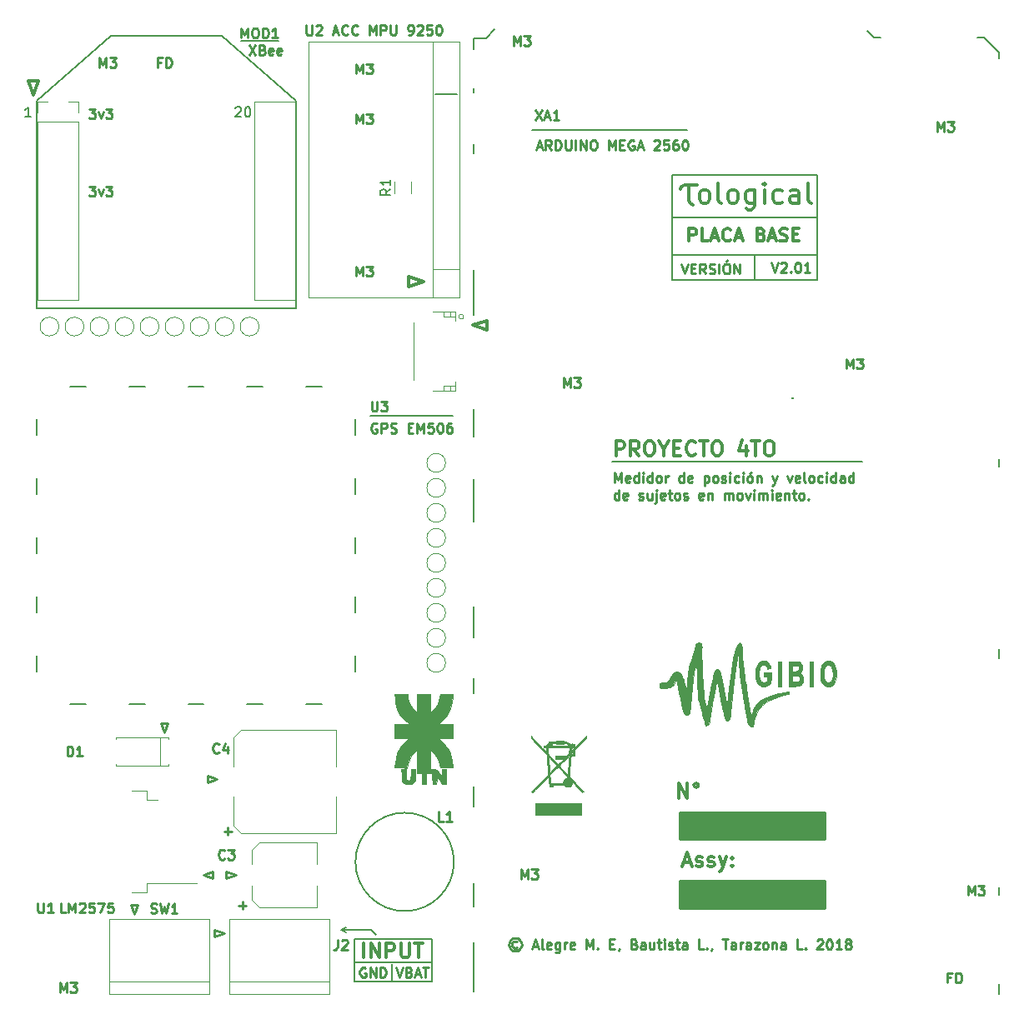
<source format=gbr>
G04 #@! TF.FileFunction,Legend,Top*
%FSLAX46Y46*%
G04 Gerber Fmt 4.6, Leading zero omitted, Abs format (unit mm)*
G04 Created by KiCad (PCBNEW 4.0.7-e2-6376~58~ubuntu16.04.1) date Tue Oct  2 08:21:06 2018*
%MOMM*%
%LPD*%
G01*
G04 APERTURE LIST*
%ADD10C,0.100000*%
%ADD11C,0.250000*%
%ADD12C,0.200000*%
%ADD13C,0.300000*%
%ADD14C,0.120000*%
%ADD15C,0.150000*%
%ADD16C,0.010000*%
%ADD17C,0.254000*%
G04 APERTURE END LIST*
D10*
D11*
X107140524Y-67524381D02*
X107759572Y-67524381D01*
X107426238Y-67905333D01*
X107569096Y-67905333D01*
X107664334Y-67952952D01*
X107711953Y-68000571D01*
X107759572Y-68095810D01*
X107759572Y-68333905D01*
X107711953Y-68429143D01*
X107664334Y-68476762D01*
X107569096Y-68524381D01*
X107283381Y-68524381D01*
X107188143Y-68476762D01*
X107140524Y-68429143D01*
X108092905Y-67857714D02*
X108331000Y-68524381D01*
X108569096Y-67857714D01*
X108854810Y-67524381D02*
X109473858Y-67524381D01*
X109140524Y-67905333D01*
X109283382Y-67905333D01*
X109378620Y-67952952D01*
X109426239Y-68000571D01*
X109473858Y-68095810D01*
X109473858Y-68333905D01*
X109426239Y-68429143D01*
X109378620Y-68476762D01*
X109283382Y-68524381D01*
X108997667Y-68524381D01*
X108902429Y-68476762D01*
X108854810Y-68429143D01*
X107140524Y-59650381D02*
X107759572Y-59650381D01*
X107426238Y-60031333D01*
X107569096Y-60031333D01*
X107664334Y-60078952D01*
X107711953Y-60126571D01*
X107759572Y-60221810D01*
X107759572Y-60459905D01*
X107711953Y-60555143D01*
X107664334Y-60602762D01*
X107569096Y-60650381D01*
X107283381Y-60650381D01*
X107188143Y-60602762D01*
X107140524Y-60555143D01*
X108092905Y-59983714D02*
X108331000Y-60650381D01*
X108569096Y-59983714D01*
X108854810Y-59650381D02*
X109473858Y-59650381D01*
X109140524Y-60031333D01*
X109283382Y-60031333D01*
X109378620Y-60078952D01*
X109426239Y-60126571D01*
X109473858Y-60221810D01*
X109473858Y-60459905D01*
X109426239Y-60555143D01*
X109378620Y-60602762D01*
X109283382Y-60650381D01*
X108997667Y-60650381D01*
X108902429Y-60602762D01*
X108854810Y-60555143D01*
D12*
X160274000Y-95504000D02*
X185674000Y-95504000D01*
D13*
X160631143Y-94912571D02*
X160631143Y-93412571D01*
X161202571Y-93412571D01*
X161345429Y-93484000D01*
X161416857Y-93555429D01*
X161488286Y-93698286D01*
X161488286Y-93912571D01*
X161416857Y-94055429D01*
X161345429Y-94126857D01*
X161202571Y-94198286D01*
X160631143Y-94198286D01*
X162988286Y-94912571D02*
X162488286Y-94198286D01*
X162131143Y-94912571D02*
X162131143Y-93412571D01*
X162702571Y-93412571D01*
X162845429Y-93484000D01*
X162916857Y-93555429D01*
X162988286Y-93698286D01*
X162988286Y-93912571D01*
X162916857Y-94055429D01*
X162845429Y-94126857D01*
X162702571Y-94198286D01*
X162131143Y-94198286D01*
X163916857Y-93412571D02*
X164202571Y-93412571D01*
X164345429Y-93484000D01*
X164488286Y-93626857D01*
X164559714Y-93912571D01*
X164559714Y-94412571D01*
X164488286Y-94698286D01*
X164345429Y-94841143D01*
X164202571Y-94912571D01*
X163916857Y-94912571D01*
X163774000Y-94841143D01*
X163631143Y-94698286D01*
X163559714Y-94412571D01*
X163559714Y-93912571D01*
X163631143Y-93626857D01*
X163774000Y-93484000D01*
X163916857Y-93412571D01*
X165488286Y-94198286D02*
X165488286Y-94912571D01*
X164988286Y-93412571D02*
X165488286Y-94198286D01*
X165988286Y-93412571D01*
X166488286Y-94126857D02*
X166988286Y-94126857D01*
X167202572Y-94912571D02*
X166488286Y-94912571D01*
X166488286Y-93412571D01*
X167202572Y-93412571D01*
X168702572Y-94769714D02*
X168631143Y-94841143D01*
X168416857Y-94912571D01*
X168274000Y-94912571D01*
X168059715Y-94841143D01*
X167916857Y-94698286D01*
X167845429Y-94555429D01*
X167774000Y-94269714D01*
X167774000Y-94055429D01*
X167845429Y-93769714D01*
X167916857Y-93626857D01*
X168059715Y-93484000D01*
X168274000Y-93412571D01*
X168416857Y-93412571D01*
X168631143Y-93484000D01*
X168702572Y-93555429D01*
X169131143Y-93412571D02*
X169988286Y-93412571D01*
X169559715Y-94912571D02*
X169559715Y-93412571D01*
X170774000Y-93412571D02*
X171059714Y-93412571D01*
X171202572Y-93484000D01*
X171345429Y-93626857D01*
X171416857Y-93912571D01*
X171416857Y-94412571D01*
X171345429Y-94698286D01*
X171202572Y-94841143D01*
X171059714Y-94912571D01*
X170774000Y-94912571D01*
X170631143Y-94841143D01*
X170488286Y-94698286D01*
X170416857Y-94412571D01*
X170416857Y-93912571D01*
X170488286Y-93626857D01*
X170631143Y-93484000D01*
X170774000Y-93412571D01*
X173845429Y-93912571D02*
X173845429Y-94912571D01*
X173488286Y-93341143D02*
X173131143Y-94412571D01*
X174059715Y-94412571D01*
X174416857Y-93412571D02*
X175274000Y-93412571D01*
X174845429Y-94912571D02*
X174845429Y-93412571D01*
X176059714Y-93412571D02*
X176345428Y-93412571D01*
X176488286Y-93484000D01*
X176631143Y-93626857D01*
X176702571Y-93912571D01*
X176702571Y-94412571D01*
X176631143Y-94698286D01*
X176488286Y-94841143D01*
X176345428Y-94912571D01*
X176059714Y-94912571D01*
X175916857Y-94841143D01*
X175774000Y-94698286D01*
X175702571Y-94412571D01*
X175702571Y-93912571D01*
X175774000Y-93626857D01*
X175916857Y-93484000D01*
X176059714Y-93412571D01*
D11*
X160512095Y-97621381D02*
X160512095Y-96621381D01*
X160845429Y-97335667D01*
X161178762Y-96621381D01*
X161178762Y-97621381D01*
X162035905Y-97573762D02*
X161940667Y-97621381D01*
X161750190Y-97621381D01*
X161654952Y-97573762D01*
X161607333Y-97478524D01*
X161607333Y-97097571D01*
X161654952Y-97002333D01*
X161750190Y-96954714D01*
X161940667Y-96954714D01*
X162035905Y-97002333D01*
X162083524Y-97097571D01*
X162083524Y-97192810D01*
X161607333Y-97288048D01*
X162940667Y-97621381D02*
X162940667Y-96621381D01*
X162940667Y-97573762D02*
X162845429Y-97621381D01*
X162654952Y-97621381D01*
X162559714Y-97573762D01*
X162512095Y-97526143D01*
X162464476Y-97430905D01*
X162464476Y-97145190D01*
X162512095Y-97049952D01*
X162559714Y-97002333D01*
X162654952Y-96954714D01*
X162845429Y-96954714D01*
X162940667Y-97002333D01*
X163416857Y-97621381D02*
X163416857Y-96954714D01*
X163416857Y-96621381D02*
X163369238Y-96669000D01*
X163416857Y-96716619D01*
X163464476Y-96669000D01*
X163416857Y-96621381D01*
X163416857Y-96716619D01*
X164321619Y-97621381D02*
X164321619Y-96621381D01*
X164321619Y-97573762D02*
X164226381Y-97621381D01*
X164035904Y-97621381D01*
X163940666Y-97573762D01*
X163893047Y-97526143D01*
X163845428Y-97430905D01*
X163845428Y-97145190D01*
X163893047Y-97049952D01*
X163940666Y-97002333D01*
X164035904Y-96954714D01*
X164226381Y-96954714D01*
X164321619Y-97002333D01*
X164940666Y-97621381D02*
X164845428Y-97573762D01*
X164797809Y-97526143D01*
X164750190Y-97430905D01*
X164750190Y-97145190D01*
X164797809Y-97049952D01*
X164845428Y-97002333D01*
X164940666Y-96954714D01*
X165083524Y-96954714D01*
X165178762Y-97002333D01*
X165226381Y-97049952D01*
X165274000Y-97145190D01*
X165274000Y-97430905D01*
X165226381Y-97526143D01*
X165178762Y-97573762D01*
X165083524Y-97621381D01*
X164940666Y-97621381D01*
X165702571Y-97621381D02*
X165702571Y-96954714D01*
X165702571Y-97145190D02*
X165750190Y-97049952D01*
X165797809Y-97002333D01*
X165893047Y-96954714D01*
X165988286Y-96954714D01*
X167512096Y-97621381D02*
X167512096Y-96621381D01*
X167512096Y-97573762D02*
X167416858Y-97621381D01*
X167226381Y-97621381D01*
X167131143Y-97573762D01*
X167083524Y-97526143D01*
X167035905Y-97430905D01*
X167035905Y-97145190D01*
X167083524Y-97049952D01*
X167131143Y-97002333D01*
X167226381Y-96954714D01*
X167416858Y-96954714D01*
X167512096Y-97002333D01*
X168369239Y-97573762D02*
X168274001Y-97621381D01*
X168083524Y-97621381D01*
X167988286Y-97573762D01*
X167940667Y-97478524D01*
X167940667Y-97097571D01*
X167988286Y-97002333D01*
X168083524Y-96954714D01*
X168274001Y-96954714D01*
X168369239Y-97002333D01*
X168416858Y-97097571D01*
X168416858Y-97192810D01*
X167940667Y-97288048D01*
X169607334Y-96954714D02*
X169607334Y-97954714D01*
X169607334Y-97002333D02*
X169702572Y-96954714D01*
X169893049Y-96954714D01*
X169988287Y-97002333D01*
X170035906Y-97049952D01*
X170083525Y-97145190D01*
X170083525Y-97430905D01*
X170035906Y-97526143D01*
X169988287Y-97573762D01*
X169893049Y-97621381D01*
X169702572Y-97621381D01*
X169607334Y-97573762D01*
X170654953Y-97621381D02*
X170559715Y-97573762D01*
X170512096Y-97526143D01*
X170464477Y-97430905D01*
X170464477Y-97145190D01*
X170512096Y-97049952D01*
X170559715Y-97002333D01*
X170654953Y-96954714D01*
X170797811Y-96954714D01*
X170893049Y-97002333D01*
X170940668Y-97049952D01*
X170988287Y-97145190D01*
X170988287Y-97430905D01*
X170940668Y-97526143D01*
X170893049Y-97573762D01*
X170797811Y-97621381D01*
X170654953Y-97621381D01*
X171369239Y-97573762D02*
X171464477Y-97621381D01*
X171654953Y-97621381D01*
X171750192Y-97573762D01*
X171797811Y-97478524D01*
X171797811Y-97430905D01*
X171750192Y-97335667D01*
X171654953Y-97288048D01*
X171512096Y-97288048D01*
X171416858Y-97240429D01*
X171369239Y-97145190D01*
X171369239Y-97097571D01*
X171416858Y-97002333D01*
X171512096Y-96954714D01*
X171654953Y-96954714D01*
X171750192Y-97002333D01*
X172226382Y-97621381D02*
X172226382Y-96954714D01*
X172226382Y-96621381D02*
X172178763Y-96669000D01*
X172226382Y-96716619D01*
X172274001Y-96669000D01*
X172226382Y-96621381D01*
X172226382Y-96716619D01*
X173131144Y-97573762D02*
X173035906Y-97621381D01*
X172845429Y-97621381D01*
X172750191Y-97573762D01*
X172702572Y-97526143D01*
X172654953Y-97430905D01*
X172654953Y-97145190D01*
X172702572Y-97049952D01*
X172750191Y-97002333D01*
X172845429Y-96954714D01*
X173035906Y-96954714D01*
X173131144Y-97002333D01*
X173559715Y-97621381D02*
X173559715Y-96954714D01*
X173559715Y-96621381D02*
X173512096Y-96669000D01*
X173559715Y-96716619D01*
X173607334Y-96669000D01*
X173559715Y-96621381D01*
X173559715Y-96716619D01*
X174178762Y-97621381D02*
X174083524Y-97573762D01*
X174035905Y-97526143D01*
X173988286Y-97430905D01*
X173988286Y-97145190D01*
X174035905Y-97049952D01*
X174083524Y-97002333D01*
X174178762Y-96954714D01*
X174321620Y-96954714D01*
X174416858Y-97002333D01*
X174464477Y-97049952D01*
X174512096Y-97145190D01*
X174512096Y-97430905D01*
X174464477Y-97526143D01*
X174416858Y-97573762D01*
X174321620Y-97621381D01*
X174178762Y-97621381D01*
X174369239Y-96573762D02*
X174226381Y-96716619D01*
X174940667Y-96954714D02*
X174940667Y-97621381D01*
X174940667Y-97049952D02*
X174988286Y-97002333D01*
X175083524Y-96954714D01*
X175226382Y-96954714D01*
X175321620Y-97002333D01*
X175369239Y-97097571D01*
X175369239Y-97621381D01*
X176512096Y-96954714D02*
X176750191Y-97621381D01*
X176988287Y-96954714D02*
X176750191Y-97621381D01*
X176654953Y-97859476D01*
X176607334Y-97907095D01*
X176512096Y-97954714D01*
X178035906Y-96954714D02*
X178274001Y-97621381D01*
X178512097Y-96954714D01*
X179274002Y-97573762D02*
X179178764Y-97621381D01*
X178988287Y-97621381D01*
X178893049Y-97573762D01*
X178845430Y-97478524D01*
X178845430Y-97097571D01*
X178893049Y-97002333D01*
X178988287Y-96954714D01*
X179178764Y-96954714D01*
X179274002Y-97002333D01*
X179321621Y-97097571D01*
X179321621Y-97192810D01*
X178845430Y-97288048D01*
X179893049Y-97621381D02*
X179797811Y-97573762D01*
X179750192Y-97478524D01*
X179750192Y-96621381D01*
X180416859Y-97621381D02*
X180321621Y-97573762D01*
X180274002Y-97526143D01*
X180226383Y-97430905D01*
X180226383Y-97145190D01*
X180274002Y-97049952D01*
X180321621Y-97002333D01*
X180416859Y-96954714D01*
X180559717Y-96954714D01*
X180654955Y-97002333D01*
X180702574Y-97049952D01*
X180750193Y-97145190D01*
X180750193Y-97430905D01*
X180702574Y-97526143D01*
X180654955Y-97573762D01*
X180559717Y-97621381D01*
X180416859Y-97621381D01*
X181607336Y-97573762D02*
X181512098Y-97621381D01*
X181321621Y-97621381D01*
X181226383Y-97573762D01*
X181178764Y-97526143D01*
X181131145Y-97430905D01*
X181131145Y-97145190D01*
X181178764Y-97049952D01*
X181226383Y-97002333D01*
X181321621Y-96954714D01*
X181512098Y-96954714D01*
X181607336Y-97002333D01*
X182035907Y-97621381D02*
X182035907Y-96954714D01*
X182035907Y-96621381D02*
X181988288Y-96669000D01*
X182035907Y-96716619D01*
X182083526Y-96669000D01*
X182035907Y-96621381D01*
X182035907Y-96716619D01*
X182940669Y-97621381D02*
X182940669Y-96621381D01*
X182940669Y-97573762D02*
X182845431Y-97621381D01*
X182654954Y-97621381D01*
X182559716Y-97573762D01*
X182512097Y-97526143D01*
X182464478Y-97430905D01*
X182464478Y-97145190D01*
X182512097Y-97049952D01*
X182559716Y-97002333D01*
X182654954Y-96954714D01*
X182845431Y-96954714D01*
X182940669Y-97002333D01*
X183845431Y-97621381D02*
X183845431Y-97097571D01*
X183797812Y-97002333D01*
X183702574Y-96954714D01*
X183512097Y-96954714D01*
X183416859Y-97002333D01*
X183845431Y-97573762D02*
X183750193Y-97621381D01*
X183512097Y-97621381D01*
X183416859Y-97573762D01*
X183369240Y-97478524D01*
X183369240Y-97383286D01*
X183416859Y-97288048D01*
X183512097Y-97240429D01*
X183750193Y-97240429D01*
X183845431Y-97192810D01*
X184750193Y-97621381D02*
X184750193Y-96621381D01*
X184750193Y-97573762D02*
X184654955Y-97621381D01*
X184464478Y-97621381D01*
X184369240Y-97573762D01*
X184321621Y-97526143D01*
X184274002Y-97430905D01*
X184274002Y-97145190D01*
X184321621Y-97049952D01*
X184369240Y-97002333D01*
X184464478Y-96954714D01*
X184654955Y-96954714D01*
X184750193Y-97002333D01*
X160940667Y-99371381D02*
X160940667Y-98371381D01*
X160940667Y-99323762D02*
X160845429Y-99371381D01*
X160654952Y-99371381D01*
X160559714Y-99323762D01*
X160512095Y-99276143D01*
X160464476Y-99180905D01*
X160464476Y-98895190D01*
X160512095Y-98799952D01*
X160559714Y-98752333D01*
X160654952Y-98704714D01*
X160845429Y-98704714D01*
X160940667Y-98752333D01*
X161797810Y-99323762D02*
X161702572Y-99371381D01*
X161512095Y-99371381D01*
X161416857Y-99323762D01*
X161369238Y-99228524D01*
X161369238Y-98847571D01*
X161416857Y-98752333D01*
X161512095Y-98704714D01*
X161702572Y-98704714D01*
X161797810Y-98752333D01*
X161845429Y-98847571D01*
X161845429Y-98942810D01*
X161369238Y-99038048D01*
X162988286Y-99323762D02*
X163083524Y-99371381D01*
X163274000Y-99371381D01*
X163369239Y-99323762D01*
X163416858Y-99228524D01*
X163416858Y-99180905D01*
X163369239Y-99085667D01*
X163274000Y-99038048D01*
X163131143Y-99038048D01*
X163035905Y-98990429D01*
X162988286Y-98895190D01*
X162988286Y-98847571D01*
X163035905Y-98752333D01*
X163131143Y-98704714D01*
X163274000Y-98704714D01*
X163369239Y-98752333D01*
X164274001Y-98704714D02*
X164274001Y-99371381D01*
X163845429Y-98704714D02*
X163845429Y-99228524D01*
X163893048Y-99323762D01*
X163988286Y-99371381D01*
X164131144Y-99371381D01*
X164226382Y-99323762D01*
X164274001Y-99276143D01*
X164750191Y-98704714D02*
X164750191Y-99561857D01*
X164702572Y-99657095D01*
X164607334Y-99704714D01*
X164559715Y-99704714D01*
X164750191Y-98371381D02*
X164702572Y-98419000D01*
X164750191Y-98466619D01*
X164797810Y-98419000D01*
X164750191Y-98371381D01*
X164750191Y-98466619D01*
X165607334Y-99323762D02*
X165512096Y-99371381D01*
X165321619Y-99371381D01*
X165226381Y-99323762D01*
X165178762Y-99228524D01*
X165178762Y-98847571D01*
X165226381Y-98752333D01*
X165321619Y-98704714D01*
X165512096Y-98704714D01*
X165607334Y-98752333D01*
X165654953Y-98847571D01*
X165654953Y-98942810D01*
X165178762Y-99038048D01*
X165940667Y-98704714D02*
X166321619Y-98704714D01*
X166083524Y-98371381D02*
X166083524Y-99228524D01*
X166131143Y-99323762D01*
X166226381Y-99371381D01*
X166321619Y-99371381D01*
X166797810Y-99371381D02*
X166702572Y-99323762D01*
X166654953Y-99276143D01*
X166607334Y-99180905D01*
X166607334Y-98895190D01*
X166654953Y-98799952D01*
X166702572Y-98752333D01*
X166797810Y-98704714D01*
X166940668Y-98704714D01*
X167035906Y-98752333D01*
X167083525Y-98799952D01*
X167131144Y-98895190D01*
X167131144Y-99180905D01*
X167083525Y-99276143D01*
X167035906Y-99323762D01*
X166940668Y-99371381D01*
X166797810Y-99371381D01*
X167512096Y-99323762D02*
X167607334Y-99371381D01*
X167797810Y-99371381D01*
X167893049Y-99323762D01*
X167940668Y-99228524D01*
X167940668Y-99180905D01*
X167893049Y-99085667D01*
X167797810Y-99038048D01*
X167654953Y-99038048D01*
X167559715Y-98990429D01*
X167512096Y-98895190D01*
X167512096Y-98847571D01*
X167559715Y-98752333D01*
X167654953Y-98704714D01*
X167797810Y-98704714D01*
X167893049Y-98752333D01*
X169512097Y-99323762D02*
X169416859Y-99371381D01*
X169226382Y-99371381D01*
X169131144Y-99323762D01*
X169083525Y-99228524D01*
X169083525Y-98847571D01*
X169131144Y-98752333D01*
X169226382Y-98704714D01*
X169416859Y-98704714D01*
X169512097Y-98752333D01*
X169559716Y-98847571D01*
X169559716Y-98942810D01*
X169083525Y-99038048D01*
X169988287Y-98704714D02*
X169988287Y-99371381D01*
X169988287Y-98799952D02*
X170035906Y-98752333D01*
X170131144Y-98704714D01*
X170274002Y-98704714D01*
X170369240Y-98752333D01*
X170416859Y-98847571D01*
X170416859Y-99371381D01*
X171654954Y-99371381D02*
X171654954Y-98704714D01*
X171654954Y-98799952D02*
X171702573Y-98752333D01*
X171797811Y-98704714D01*
X171940669Y-98704714D01*
X172035907Y-98752333D01*
X172083526Y-98847571D01*
X172083526Y-99371381D01*
X172083526Y-98847571D02*
X172131145Y-98752333D01*
X172226383Y-98704714D01*
X172369240Y-98704714D01*
X172464478Y-98752333D01*
X172512097Y-98847571D01*
X172512097Y-99371381D01*
X173131144Y-99371381D02*
X173035906Y-99323762D01*
X172988287Y-99276143D01*
X172940668Y-99180905D01*
X172940668Y-98895190D01*
X172988287Y-98799952D01*
X173035906Y-98752333D01*
X173131144Y-98704714D01*
X173274002Y-98704714D01*
X173369240Y-98752333D01*
X173416859Y-98799952D01*
X173464478Y-98895190D01*
X173464478Y-99180905D01*
X173416859Y-99276143D01*
X173369240Y-99323762D01*
X173274002Y-99371381D01*
X173131144Y-99371381D01*
X173797811Y-98704714D02*
X174035906Y-99371381D01*
X174274002Y-98704714D01*
X174654954Y-99371381D02*
X174654954Y-98704714D01*
X174654954Y-98371381D02*
X174607335Y-98419000D01*
X174654954Y-98466619D01*
X174702573Y-98419000D01*
X174654954Y-98371381D01*
X174654954Y-98466619D01*
X175131144Y-99371381D02*
X175131144Y-98704714D01*
X175131144Y-98799952D02*
X175178763Y-98752333D01*
X175274001Y-98704714D01*
X175416859Y-98704714D01*
X175512097Y-98752333D01*
X175559716Y-98847571D01*
X175559716Y-99371381D01*
X175559716Y-98847571D02*
X175607335Y-98752333D01*
X175702573Y-98704714D01*
X175845430Y-98704714D01*
X175940668Y-98752333D01*
X175988287Y-98847571D01*
X175988287Y-99371381D01*
X176464477Y-99371381D02*
X176464477Y-98704714D01*
X176464477Y-98371381D02*
X176416858Y-98419000D01*
X176464477Y-98466619D01*
X176512096Y-98419000D01*
X176464477Y-98371381D01*
X176464477Y-98466619D01*
X177321620Y-99323762D02*
X177226382Y-99371381D01*
X177035905Y-99371381D01*
X176940667Y-99323762D01*
X176893048Y-99228524D01*
X176893048Y-98847571D01*
X176940667Y-98752333D01*
X177035905Y-98704714D01*
X177226382Y-98704714D01*
X177321620Y-98752333D01*
X177369239Y-98847571D01*
X177369239Y-98942810D01*
X176893048Y-99038048D01*
X177797810Y-98704714D02*
X177797810Y-99371381D01*
X177797810Y-98799952D02*
X177845429Y-98752333D01*
X177940667Y-98704714D01*
X178083525Y-98704714D01*
X178178763Y-98752333D01*
X178226382Y-98847571D01*
X178226382Y-99371381D01*
X178559715Y-98704714D02*
X178940667Y-98704714D01*
X178702572Y-98371381D02*
X178702572Y-99228524D01*
X178750191Y-99323762D01*
X178845429Y-99371381D01*
X178940667Y-99371381D01*
X179416858Y-99371381D02*
X179321620Y-99323762D01*
X179274001Y-99276143D01*
X179226382Y-99180905D01*
X179226382Y-98895190D01*
X179274001Y-98799952D01*
X179321620Y-98752333D01*
X179416858Y-98704714D01*
X179559716Y-98704714D01*
X179654954Y-98752333D01*
X179702573Y-98799952D01*
X179750192Y-98895190D01*
X179750192Y-99180905D01*
X179702573Y-99276143D01*
X179654954Y-99323762D01*
X179559716Y-99371381D01*
X179416858Y-99371381D01*
X180178763Y-99276143D02*
X180226382Y-99323762D01*
X180178763Y-99371381D01*
X180131144Y-99323762D01*
X180178763Y-99276143D01*
X180178763Y-99371381D01*
D12*
X174752000Y-77089000D02*
X174752000Y-74549000D01*
X166370000Y-70739000D02*
X181102000Y-70739000D01*
X166370000Y-74549000D02*
X181102000Y-74549000D01*
X166370000Y-77089000D02*
X166370000Y-66421000D01*
X181102000Y-77089000D02*
X166370000Y-77089000D01*
X181102000Y-66421000D02*
X181102000Y-77089000D01*
X166370000Y-66421000D02*
X181102000Y-66421000D01*
D13*
X169513905Y-69230762D02*
X169323429Y-69135524D01*
X169228190Y-69040286D01*
X169132952Y-68849810D01*
X169132952Y-68278381D01*
X169228190Y-68087905D01*
X169323429Y-67992667D01*
X169513905Y-67897429D01*
X169799619Y-67897429D01*
X169990095Y-67992667D01*
X170085333Y-68087905D01*
X170180571Y-68278381D01*
X170180571Y-68849810D01*
X170085333Y-69040286D01*
X169990095Y-69135524D01*
X169799619Y-69230762D01*
X169513905Y-69230762D01*
X171323429Y-69230762D02*
X171132953Y-69135524D01*
X171037714Y-68945048D01*
X171037714Y-67230762D01*
X172371048Y-69230762D02*
X172180572Y-69135524D01*
X172085333Y-69040286D01*
X171990095Y-68849810D01*
X171990095Y-68278381D01*
X172085333Y-68087905D01*
X172180572Y-67992667D01*
X172371048Y-67897429D01*
X172656762Y-67897429D01*
X172847238Y-67992667D01*
X172942476Y-68087905D01*
X173037714Y-68278381D01*
X173037714Y-68849810D01*
X172942476Y-69040286D01*
X172847238Y-69135524D01*
X172656762Y-69230762D01*
X172371048Y-69230762D01*
X174752000Y-67897429D02*
X174752000Y-69516476D01*
X174656762Y-69706952D01*
X174561524Y-69802190D01*
X174371048Y-69897429D01*
X174085334Y-69897429D01*
X173894857Y-69802190D01*
X174752000Y-69135524D02*
X174561524Y-69230762D01*
X174180572Y-69230762D01*
X173990096Y-69135524D01*
X173894857Y-69040286D01*
X173799619Y-68849810D01*
X173799619Y-68278381D01*
X173894857Y-68087905D01*
X173990096Y-67992667D01*
X174180572Y-67897429D01*
X174561524Y-67897429D01*
X174752000Y-67992667D01*
X175704381Y-69230762D02*
X175704381Y-67897429D01*
X175704381Y-67230762D02*
X175609143Y-67326000D01*
X175704381Y-67421238D01*
X175799620Y-67326000D01*
X175704381Y-67230762D01*
X175704381Y-67421238D01*
X177513905Y-69135524D02*
X177323429Y-69230762D01*
X176942477Y-69230762D01*
X176752001Y-69135524D01*
X176656762Y-69040286D01*
X176561524Y-68849810D01*
X176561524Y-68278381D01*
X176656762Y-68087905D01*
X176752001Y-67992667D01*
X176942477Y-67897429D01*
X177323429Y-67897429D01*
X177513905Y-67992667D01*
X179228191Y-69230762D02*
X179228191Y-68183143D01*
X179132953Y-67992667D01*
X178942477Y-67897429D01*
X178561525Y-67897429D01*
X178371048Y-67992667D01*
X179228191Y-69135524D02*
X179037715Y-69230762D01*
X178561525Y-69230762D01*
X178371048Y-69135524D01*
X178275810Y-68945048D01*
X178275810Y-68754571D01*
X178371048Y-68564095D01*
X178561525Y-68468857D01*
X179037715Y-68468857D01*
X179228191Y-68373619D01*
X180466287Y-69230762D02*
X180275811Y-69135524D01*
X180180572Y-68945048D01*
X180180572Y-67230762D01*
X167163858Y-67857714D02*
X167306715Y-67572000D01*
X167592429Y-67429143D01*
X168878143Y-67429143D01*
X168021000Y-67429143D02*
X168021000Y-69000571D01*
X168163858Y-69286286D01*
X168449572Y-69429143D01*
D11*
X176435000Y-75271381D02*
X176768333Y-76271381D01*
X177101667Y-75271381D01*
X177387381Y-75366619D02*
X177435000Y-75319000D01*
X177530238Y-75271381D01*
X177768334Y-75271381D01*
X177863572Y-75319000D01*
X177911191Y-75366619D01*
X177958810Y-75461857D01*
X177958810Y-75557095D01*
X177911191Y-75699952D01*
X177339762Y-76271381D01*
X177958810Y-76271381D01*
X178387381Y-76176143D02*
X178435000Y-76223762D01*
X178387381Y-76271381D01*
X178339762Y-76223762D01*
X178387381Y-76176143D01*
X178387381Y-76271381D01*
X179054047Y-75271381D02*
X179149286Y-75271381D01*
X179244524Y-75319000D01*
X179292143Y-75366619D01*
X179339762Y-75461857D01*
X179387381Y-75652333D01*
X179387381Y-75890429D01*
X179339762Y-76080905D01*
X179292143Y-76176143D01*
X179244524Y-76223762D01*
X179149286Y-76271381D01*
X179054047Y-76271381D01*
X178958809Y-76223762D01*
X178911190Y-76176143D01*
X178863571Y-76080905D01*
X178815952Y-75890429D01*
X178815952Y-75652333D01*
X178863571Y-75461857D01*
X178911190Y-75366619D01*
X178958809Y-75319000D01*
X179054047Y-75271381D01*
X180339762Y-76271381D02*
X179768333Y-76271381D01*
X180054047Y-76271381D02*
X180054047Y-75271381D01*
X179958809Y-75414238D01*
X179863571Y-75509476D01*
X179768333Y-75557095D01*
X167259381Y-75398381D02*
X167592714Y-76398381D01*
X167926048Y-75398381D01*
X168259381Y-75874571D02*
X168592715Y-75874571D01*
X168735572Y-76398381D02*
X168259381Y-76398381D01*
X168259381Y-75398381D01*
X168735572Y-75398381D01*
X169735572Y-76398381D02*
X169402238Y-75922190D01*
X169164143Y-76398381D02*
X169164143Y-75398381D01*
X169545096Y-75398381D01*
X169640334Y-75446000D01*
X169687953Y-75493619D01*
X169735572Y-75588857D01*
X169735572Y-75731714D01*
X169687953Y-75826952D01*
X169640334Y-75874571D01*
X169545096Y-75922190D01*
X169164143Y-75922190D01*
X170116524Y-76350762D02*
X170259381Y-76398381D01*
X170497477Y-76398381D01*
X170592715Y-76350762D01*
X170640334Y-76303143D01*
X170687953Y-76207905D01*
X170687953Y-76112667D01*
X170640334Y-76017429D01*
X170592715Y-75969810D01*
X170497477Y-75922190D01*
X170307000Y-75874571D01*
X170211762Y-75826952D01*
X170164143Y-75779333D01*
X170116524Y-75684095D01*
X170116524Y-75588857D01*
X170164143Y-75493619D01*
X170211762Y-75446000D01*
X170307000Y-75398381D01*
X170545096Y-75398381D01*
X170687953Y-75446000D01*
X171116524Y-76398381D02*
X171116524Y-75398381D01*
X171783190Y-75398381D02*
X171973667Y-75398381D01*
X172068905Y-75446000D01*
X172164143Y-75541238D01*
X172211762Y-75731714D01*
X172211762Y-76065048D01*
X172164143Y-76255524D01*
X172068905Y-76350762D01*
X171973667Y-76398381D01*
X171783190Y-76398381D01*
X171687952Y-76350762D01*
X171592714Y-76255524D01*
X171545095Y-76065048D01*
X171545095Y-75731714D01*
X171592714Y-75541238D01*
X171687952Y-75446000D01*
X171783190Y-75398381D01*
X171973667Y-75017429D02*
X171830809Y-75160286D01*
X172640333Y-76398381D02*
X172640333Y-75398381D01*
X173211762Y-76398381D01*
X173211762Y-75398381D01*
D13*
X168076524Y-73105095D02*
X168076524Y-71805095D01*
X168571762Y-71805095D01*
X168695571Y-71867000D01*
X168757476Y-71928905D01*
X168819381Y-72052714D01*
X168819381Y-72238429D01*
X168757476Y-72362238D01*
X168695571Y-72424143D01*
X168571762Y-72486048D01*
X168076524Y-72486048D01*
X169995571Y-73105095D02*
X169376524Y-73105095D01*
X169376524Y-71805095D01*
X170367000Y-72733667D02*
X170986048Y-72733667D01*
X170243191Y-73105095D02*
X170676524Y-71805095D01*
X171109857Y-73105095D01*
X172286048Y-72981286D02*
X172224143Y-73043190D01*
X172038429Y-73105095D01*
X171914619Y-73105095D01*
X171728905Y-73043190D01*
X171605096Y-72919381D01*
X171543191Y-72795571D01*
X171481286Y-72547952D01*
X171481286Y-72362238D01*
X171543191Y-72114619D01*
X171605096Y-71990810D01*
X171728905Y-71867000D01*
X171914619Y-71805095D01*
X172038429Y-71805095D01*
X172224143Y-71867000D01*
X172286048Y-71928905D01*
X172781286Y-72733667D02*
X173400334Y-72733667D01*
X172657477Y-73105095D02*
X173090810Y-71805095D01*
X173524143Y-73105095D01*
X175381286Y-72424143D02*
X175567000Y-72486048D01*
X175628905Y-72547952D01*
X175690810Y-72671762D01*
X175690810Y-72857476D01*
X175628905Y-72981286D01*
X175567000Y-73043190D01*
X175443191Y-73105095D01*
X174947953Y-73105095D01*
X174947953Y-71805095D01*
X175381286Y-71805095D01*
X175505096Y-71867000D01*
X175567000Y-71928905D01*
X175628905Y-72052714D01*
X175628905Y-72176524D01*
X175567000Y-72300333D01*
X175505096Y-72362238D01*
X175381286Y-72424143D01*
X174947953Y-72424143D01*
X176186048Y-72733667D02*
X176805096Y-72733667D01*
X176062239Y-73105095D02*
X176495572Y-71805095D01*
X176928905Y-73105095D01*
X177300334Y-73043190D02*
X177486048Y-73105095D01*
X177795572Y-73105095D01*
X177919382Y-73043190D01*
X177981286Y-72981286D01*
X178043191Y-72857476D01*
X178043191Y-72733667D01*
X177981286Y-72609857D01*
X177919382Y-72547952D01*
X177795572Y-72486048D01*
X177547953Y-72424143D01*
X177424144Y-72362238D01*
X177362239Y-72300333D01*
X177300334Y-72176524D01*
X177300334Y-72052714D01*
X177362239Y-71928905D01*
X177424144Y-71867000D01*
X177547953Y-71805095D01*
X177857477Y-71805095D01*
X178043191Y-71867000D01*
X178600334Y-72424143D02*
X179033667Y-72424143D01*
X179219381Y-73105095D02*
X178600334Y-73105095D01*
X178600334Y-71805095D01*
X179219381Y-71805095D01*
X167500000Y-136250000D02*
X168214286Y-136250000D01*
X167357143Y-136678571D02*
X167857143Y-135178571D01*
X168357143Y-136678571D01*
X168785714Y-136607143D02*
X168928571Y-136678571D01*
X169214286Y-136678571D01*
X169357143Y-136607143D01*
X169428571Y-136464286D01*
X169428571Y-136392857D01*
X169357143Y-136250000D01*
X169214286Y-136178571D01*
X169000000Y-136178571D01*
X168857143Y-136107143D01*
X168785714Y-135964286D01*
X168785714Y-135892857D01*
X168857143Y-135750000D01*
X169000000Y-135678571D01*
X169214286Y-135678571D01*
X169357143Y-135750000D01*
X170000000Y-136607143D02*
X170142857Y-136678571D01*
X170428572Y-136678571D01*
X170571429Y-136607143D01*
X170642857Y-136464286D01*
X170642857Y-136392857D01*
X170571429Y-136250000D01*
X170428572Y-136178571D01*
X170214286Y-136178571D01*
X170071429Y-136107143D01*
X170000000Y-135964286D01*
X170000000Y-135892857D01*
X170071429Y-135750000D01*
X170214286Y-135678571D01*
X170428572Y-135678571D01*
X170571429Y-135750000D01*
X171142858Y-135678571D02*
X171500001Y-136678571D01*
X171857143Y-135678571D02*
X171500001Y-136678571D01*
X171357143Y-137035714D01*
X171285715Y-137107143D01*
X171142858Y-137178571D01*
X172428572Y-136535714D02*
X172500000Y-136607143D01*
X172428572Y-136678571D01*
X172357143Y-136607143D01*
X172428572Y-136535714D01*
X172428572Y-136678571D01*
X172428572Y-135750000D02*
X172500000Y-135821429D01*
X172428572Y-135892857D01*
X172357143Y-135821429D01*
X172428572Y-135750000D01*
X172428572Y-135892857D01*
X167000000Y-129678571D02*
X167000000Y-128178571D01*
X167857143Y-129678571D01*
X167857143Y-128178571D01*
X168785715Y-128178571D02*
X168642857Y-128250000D01*
X168571429Y-128392857D01*
X168642857Y-128535714D01*
X168785715Y-128607143D01*
X168928572Y-128535714D01*
X169000000Y-128392857D01*
X168928572Y-128250000D01*
X168785715Y-128178571D01*
D11*
X150602819Y-144292676D02*
X150507581Y-144245057D01*
X150317105Y-144245057D01*
X150221867Y-144292676D01*
X150126629Y-144387914D01*
X150079010Y-144483152D01*
X150079010Y-144673629D01*
X150126629Y-144768867D01*
X150221867Y-144864105D01*
X150317105Y-144911724D01*
X150507581Y-144911724D01*
X150602819Y-144864105D01*
X150412343Y-143911724D02*
X150174248Y-143959343D01*
X149936152Y-144102200D01*
X149793295Y-144340295D01*
X149745676Y-144578390D01*
X149793295Y-144816486D01*
X149936152Y-145054581D01*
X150174248Y-145197438D01*
X150412343Y-145245057D01*
X150650438Y-145197438D01*
X150888533Y-145054581D01*
X151031390Y-144816486D01*
X151079010Y-144578390D01*
X151031390Y-144340295D01*
X150888533Y-144102200D01*
X150650438Y-143959343D01*
X150412343Y-143911724D01*
X152221867Y-144768867D02*
X152698058Y-144768867D01*
X152126629Y-145054581D02*
X152459962Y-144054581D01*
X152793296Y-145054581D01*
X153269486Y-145054581D02*
X153174248Y-145006962D01*
X153126629Y-144911724D01*
X153126629Y-144054581D01*
X154031392Y-145006962D02*
X153936154Y-145054581D01*
X153745677Y-145054581D01*
X153650439Y-145006962D01*
X153602820Y-144911724D01*
X153602820Y-144530771D01*
X153650439Y-144435533D01*
X153745677Y-144387914D01*
X153936154Y-144387914D01*
X154031392Y-144435533D01*
X154079011Y-144530771D01*
X154079011Y-144626010D01*
X153602820Y-144721248D01*
X154936154Y-144387914D02*
X154936154Y-145197438D01*
X154888535Y-145292676D01*
X154840916Y-145340295D01*
X154745677Y-145387914D01*
X154602820Y-145387914D01*
X154507582Y-145340295D01*
X154936154Y-145006962D02*
X154840916Y-145054581D01*
X154650439Y-145054581D01*
X154555201Y-145006962D01*
X154507582Y-144959343D01*
X154459963Y-144864105D01*
X154459963Y-144578390D01*
X154507582Y-144483152D01*
X154555201Y-144435533D01*
X154650439Y-144387914D01*
X154840916Y-144387914D01*
X154936154Y-144435533D01*
X155412344Y-145054581D02*
X155412344Y-144387914D01*
X155412344Y-144578390D02*
X155459963Y-144483152D01*
X155507582Y-144435533D01*
X155602820Y-144387914D01*
X155698059Y-144387914D01*
X156412345Y-145006962D02*
X156317107Y-145054581D01*
X156126630Y-145054581D01*
X156031392Y-145006962D01*
X155983773Y-144911724D01*
X155983773Y-144530771D01*
X156031392Y-144435533D01*
X156126630Y-144387914D01*
X156317107Y-144387914D01*
X156412345Y-144435533D01*
X156459964Y-144530771D01*
X156459964Y-144626010D01*
X155983773Y-144721248D01*
X157650440Y-145054581D02*
X157650440Y-144054581D01*
X157983774Y-144768867D01*
X158317107Y-144054581D01*
X158317107Y-145054581D01*
X158793297Y-144959343D02*
X158840916Y-145006962D01*
X158793297Y-145054581D01*
X158745678Y-145006962D01*
X158793297Y-144959343D01*
X158793297Y-145054581D01*
X160031392Y-144530771D02*
X160364726Y-144530771D01*
X160507583Y-145054581D02*
X160031392Y-145054581D01*
X160031392Y-144054581D01*
X160507583Y-144054581D01*
X160983773Y-145006962D02*
X160983773Y-145054581D01*
X160936154Y-145149819D01*
X160888535Y-145197438D01*
X162507583Y-144530771D02*
X162650440Y-144578390D01*
X162698059Y-144626010D01*
X162745678Y-144721248D01*
X162745678Y-144864105D01*
X162698059Y-144959343D01*
X162650440Y-145006962D01*
X162555202Y-145054581D01*
X162174249Y-145054581D01*
X162174249Y-144054581D01*
X162507583Y-144054581D01*
X162602821Y-144102200D01*
X162650440Y-144149819D01*
X162698059Y-144245057D01*
X162698059Y-144340295D01*
X162650440Y-144435533D01*
X162602821Y-144483152D01*
X162507583Y-144530771D01*
X162174249Y-144530771D01*
X163602821Y-145054581D02*
X163602821Y-144530771D01*
X163555202Y-144435533D01*
X163459964Y-144387914D01*
X163269487Y-144387914D01*
X163174249Y-144435533D01*
X163602821Y-145006962D02*
X163507583Y-145054581D01*
X163269487Y-145054581D01*
X163174249Y-145006962D01*
X163126630Y-144911724D01*
X163126630Y-144816486D01*
X163174249Y-144721248D01*
X163269487Y-144673629D01*
X163507583Y-144673629D01*
X163602821Y-144626010D01*
X164507583Y-144387914D02*
X164507583Y-145054581D01*
X164079011Y-144387914D02*
X164079011Y-144911724D01*
X164126630Y-145006962D01*
X164221868Y-145054581D01*
X164364726Y-145054581D01*
X164459964Y-145006962D01*
X164507583Y-144959343D01*
X164840916Y-144387914D02*
X165221868Y-144387914D01*
X164983773Y-144054581D02*
X164983773Y-144911724D01*
X165031392Y-145006962D01*
X165126630Y-145054581D01*
X165221868Y-145054581D01*
X165555202Y-145054581D02*
X165555202Y-144387914D01*
X165555202Y-144054581D02*
X165507583Y-144102200D01*
X165555202Y-144149819D01*
X165602821Y-144102200D01*
X165555202Y-144054581D01*
X165555202Y-144149819D01*
X165983773Y-145006962D02*
X166079011Y-145054581D01*
X166269487Y-145054581D01*
X166364726Y-145006962D01*
X166412345Y-144911724D01*
X166412345Y-144864105D01*
X166364726Y-144768867D01*
X166269487Y-144721248D01*
X166126630Y-144721248D01*
X166031392Y-144673629D01*
X165983773Y-144578390D01*
X165983773Y-144530771D01*
X166031392Y-144435533D01*
X166126630Y-144387914D01*
X166269487Y-144387914D01*
X166364726Y-144435533D01*
X166698059Y-144387914D02*
X167079011Y-144387914D01*
X166840916Y-144054581D02*
X166840916Y-144911724D01*
X166888535Y-145006962D01*
X166983773Y-145054581D01*
X167079011Y-145054581D01*
X167840917Y-145054581D02*
X167840917Y-144530771D01*
X167793298Y-144435533D01*
X167698060Y-144387914D01*
X167507583Y-144387914D01*
X167412345Y-144435533D01*
X167840917Y-145006962D02*
X167745679Y-145054581D01*
X167507583Y-145054581D01*
X167412345Y-145006962D01*
X167364726Y-144911724D01*
X167364726Y-144816486D01*
X167412345Y-144721248D01*
X167507583Y-144673629D01*
X167745679Y-144673629D01*
X167840917Y-144626010D01*
X169555203Y-145054581D02*
X169079012Y-145054581D01*
X169079012Y-144054581D01*
X169888536Y-144959343D02*
X169936155Y-145006962D01*
X169888536Y-145054581D01*
X169840917Y-145006962D01*
X169888536Y-144959343D01*
X169888536Y-145054581D01*
X170412345Y-145006962D02*
X170412345Y-145054581D01*
X170364726Y-145149819D01*
X170317107Y-145197438D01*
X171459964Y-144054581D02*
X172031393Y-144054581D01*
X171745678Y-145054581D02*
X171745678Y-144054581D01*
X172793298Y-145054581D02*
X172793298Y-144530771D01*
X172745679Y-144435533D01*
X172650441Y-144387914D01*
X172459964Y-144387914D01*
X172364726Y-144435533D01*
X172793298Y-145006962D02*
X172698060Y-145054581D01*
X172459964Y-145054581D01*
X172364726Y-145006962D01*
X172317107Y-144911724D01*
X172317107Y-144816486D01*
X172364726Y-144721248D01*
X172459964Y-144673629D01*
X172698060Y-144673629D01*
X172793298Y-144626010D01*
X173269488Y-145054581D02*
X173269488Y-144387914D01*
X173269488Y-144578390D02*
X173317107Y-144483152D01*
X173364726Y-144435533D01*
X173459964Y-144387914D01*
X173555203Y-144387914D01*
X174317108Y-145054581D02*
X174317108Y-144530771D01*
X174269489Y-144435533D01*
X174174251Y-144387914D01*
X173983774Y-144387914D01*
X173888536Y-144435533D01*
X174317108Y-145006962D02*
X174221870Y-145054581D01*
X173983774Y-145054581D01*
X173888536Y-145006962D01*
X173840917Y-144911724D01*
X173840917Y-144816486D01*
X173888536Y-144721248D01*
X173983774Y-144673629D01*
X174221870Y-144673629D01*
X174317108Y-144626010D01*
X174698060Y-144387914D02*
X175221870Y-144387914D01*
X174698060Y-145054581D01*
X175221870Y-145054581D01*
X175745679Y-145054581D02*
X175650441Y-145006962D01*
X175602822Y-144959343D01*
X175555203Y-144864105D01*
X175555203Y-144578390D01*
X175602822Y-144483152D01*
X175650441Y-144435533D01*
X175745679Y-144387914D01*
X175888537Y-144387914D01*
X175983775Y-144435533D01*
X176031394Y-144483152D01*
X176079013Y-144578390D01*
X176079013Y-144864105D01*
X176031394Y-144959343D01*
X175983775Y-145006962D01*
X175888537Y-145054581D01*
X175745679Y-145054581D01*
X176507584Y-144387914D02*
X176507584Y-145054581D01*
X176507584Y-144483152D02*
X176555203Y-144435533D01*
X176650441Y-144387914D01*
X176793299Y-144387914D01*
X176888537Y-144435533D01*
X176936156Y-144530771D01*
X176936156Y-145054581D01*
X177840918Y-145054581D02*
X177840918Y-144530771D01*
X177793299Y-144435533D01*
X177698061Y-144387914D01*
X177507584Y-144387914D01*
X177412346Y-144435533D01*
X177840918Y-145006962D02*
X177745680Y-145054581D01*
X177507584Y-145054581D01*
X177412346Y-145006962D01*
X177364727Y-144911724D01*
X177364727Y-144816486D01*
X177412346Y-144721248D01*
X177507584Y-144673629D01*
X177745680Y-144673629D01*
X177840918Y-144626010D01*
X179555204Y-145054581D02*
X179079013Y-145054581D01*
X179079013Y-144054581D01*
X179888537Y-144959343D02*
X179936156Y-145006962D01*
X179888537Y-145054581D01*
X179840918Y-145006962D01*
X179888537Y-144959343D01*
X179888537Y-145054581D01*
X181079013Y-144149819D02*
X181126632Y-144102200D01*
X181221870Y-144054581D01*
X181459966Y-144054581D01*
X181555204Y-144102200D01*
X181602823Y-144149819D01*
X181650442Y-144245057D01*
X181650442Y-144340295D01*
X181602823Y-144483152D01*
X181031394Y-145054581D01*
X181650442Y-145054581D01*
X182269489Y-144054581D02*
X182364728Y-144054581D01*
X182459966Y-144102200D01*
X182507585Y-144149819D01*
X182555204Y-144245057D01*
X182602823Y-144435533D01*
X182602823Y-144673629D01*
X182555204Y-144864105D01*
X182507585Y-144959343D01*
X182459966Y-145006962D01*
X182364728Y-145054581D01*
X182269489Y-145054581D01*
X182174251Y-145006962D01*
X182126632Y-144959343D01*
X182079013Y-144864105D01*
X182031394Y-144673629D01*
X182031394Y-144435533D01*
X182079013Y-144245057D01*
X182126632Y-144149819D01*
X182174251Y-144102200D01*
X182269489Y-144054581D01*
X183555204Y-145054581D02*
X182983775Y-145054581D01*
X183269489Y-145054581D02*
X183269489Y-144054581D01*
X183174251Y-144197438D01*
X183079013Y-144292676D01*
X182983775Y-144340295D01*
X184126632Y-144483152D02*
X184031394Y-144435533D01*
X183983775Y-144387914D01*
X183936156Y-144292676D01*
X183936156Y-144245057D01*
X183983775Y-144149819D01*
X184031394Y-144102200D01*
X184126632Y-144054581D01*
X184317109Y-144054581D01*
X184412347Y-144102200D01*
X184459966Y-144149819D01*
X184507585Y-144245057D01*
X184507585Y-144292676D01*
X184459966Y-144387914D01*
X184412347Y-144435533D01*
X184317109Y-144483152D01*
X184126632Y-144483152D01*
X184031394Y-144530771D01*
X183983775Y-144578390D01*
X183936156Y-144673629D01*
X183936156Y-144864105D01*
X183983775Y-144959343D01*
X184031394Y-145006962D01*
X184126632Y-145054581D01*
X184317109Y-145054581D01*
X184412347Y-145006962D01*
X184459966Y-144959343D01*
X184507585Y-144864105D01*
X184507585Y-144673629D01*
X184459966Y-144578390D01*
X184412347Y-144530771D01*
X184317109Y-144483152D01*
D12*
X134112000Y-146431000D02*
X141986000Y-146431000D01*
X141986000Y-144018000D02*
X134112000Y-144018000D01*
X141986000Y-148336000D02*
X141986000Y-144018000D01*
X134112000Y-148336000D02*
X141986000Y-148336000D01*
X134112000Y-144018000D02*
X134112000Y-148285200D01*
D13*
X135029143Y-145915771D02*
X135029143Y-144415771D01*
X135743429Y-145915771D02*
X135743429Y-144415771D01*
X136600572Y-145915771D01*
X136600572Y-144415771D01*
X137314858Y-145915771D02*
X137314858Y-144415771D01*
X137886286Y-144415771D01*
X138029144Y-144487200D01*
X138100572Y-144558629D01*
X138172001Y-144701486D01*
X138172001Y-144915771D01*
X138100572Y-145058629D01*
X138029144Y-145130057D01*
X137886286Y-145201486D01*
X137314858Y-145201486D01*
X138814858Y-144415771D02*
X138814858Y-145630057D01*
X138886286Y-145772914D01*
X138957715Y-145844343D01*
X139100572Y-145915771D01*
X139386286Y-145915771D01*
X139529144Y-145844343D01*
X139600572Y-145772914D01*
X139672001Y-145630057D01*
X139672001Y-144415771D01*
X140172001Y-144415771D02*
X141029144Y-144415771D01*
X140600573Y-145915771D02*
X140600573Y-144415771D01*
D12*
X132740400Y-143103600D02*
X133248400Y-143357600D01*
X132740400Y-143103600D02*
X133248400Y-142849600D01*
X135788400Y-143103600D02*
X132740400Y-143103600D01*
X136296400Y-143611600D02*
X135788400Y-143103600D01*
X137922000Y-148285200D02*
X137922000Y-146532600D01*
D11*
X138311143Y-146899381D02*
X138644476Y-147899381D01*
X138977810Y-146899381D01*
X139644477Y-147375571D02*
X139787334Y-147423190D01*
X139834953Y-147470810D01*
X139882572Y-147566048D01*
X139882572Y-147708905D01*
X139834953Y-147804143D01*
X139787334Y-147851762D01*
X139692096Y-147899381D01*
X139311143Y-147899381D01*
X139311143Y-146899381D01*
X139644477Y-146899381D01*
X139739715Y-146947000D01*
X139787334Y-146994619D01*
X139834953Y-147089857D01*
X139834953Y-147185095D01*
X139787334Y-147280333D01*
X139739715Y-147327952D01*
X139644477Y-147375571D01*
X139311143Y-147375571D01*
X140263524Y-147613667D02*
X140739715Y-147613667D01*
X140168286Y-147899381D02*
X140501619Y-146899381D01*
X140834953Y-147899381D01*
X141025429Y-146899381D02*
X141596858Y-146899381D01*
X141311143Y-147899381D02*
X141311143Y-146899381D01*
X135204296Y-146947000D02*
X135109058Y-146899381D01*
X134966201Y-146899381D01*
X134823343Y-146947000D01*
X134728105Y-147042238D01*
X134680486Y-147137476D01*
X134632867Y-147327952D01*
X134632867Y-147470810D01*
X134680486Y-147661286D01*
X134728105Y-147756524D01*
X134823343Y-147851762D01*
X134966201Y-147899381D01*
X135061439Y-147899381D01*
X135204296Y-147851762D01*
X135251915Y-147804143D01*
X135251915Y-147470810D01*
X135061439Y-147470810D01*
X135680486Y-147899381D02*
X135680486Y-146899381D01*
X136251915Y-147899381D01*
X136251915Y-146899381D01*
X136728105Y-147899381D02*
X136728105Y-146899381D01*
X136966200Y-146899381D01*
X137109058Y-146947000D01*
X137204296Y-147042238D01*
X137251915Y-147137476D01*
X137299534Y-147327952D01*
X137299534Y-147470810D01*
X137251915Y-147661286D01*
X137204296Y-147756524D01*
X137109058Y-147851762D01*
X136966200Y-147899381D01*
X136728105Y-147899381D01*
X119730781Y-137182267D02*
X118730781Y-137515600D01*
X119730781Y-137848934D01*
X119730781Y-137182267D01*
X121035819Y-137823533D02*
X122035819Y-137490200D01*
X121035819Y-137156866D01*
X121035819Y-137823533D01*
X119156219Y-128069933D02*
X120156219Y-127736600D01*
X119156219Y-127403266D01*
X119156219Y-128069933D01*
X114474667Y-122051819D02*
X114808000Y-123051819D01*
X115141334Y-122051819D01*
X114474667Y-122051819D01*
X119892819Y-143767133D02*
X120892819Y-143433800D01*
X119892819Y-143100466D01*
X119892819Y-143767133D01*
X111401267Y-140517619D02*
X111734600Y-141517619D01*
X112067934Y-140517619D01*
X111401267Y-140517619D01*
D13*
X100973000Y-56776229D02*
X101473000Y-58276229D01*
X101973000Y-56776229D01*
X100973000Y-56776229D01*
X139631029Y-77716000D02*
X141131029Y-77216000D01*
X139631029Y-76716000D01*
X139631029Y-77716000D01*
X147566771Y-81161000D02*
X146066771Y-81661000D01*
X147566771Y-82161000D01*
X147566771Y-81161000D01*
D12*
X122529600Y-52755800D02*
X126339600Y-52755800D01*
X146202400Y-144348200D02*
X146202400Y-147701000D01*
X146202400Y-138328400D02*
X146202400Y-140716000D01*
X146202400Y-128524000D02*
X146202400Y-130556000D01*
X146202400Y-117500400D02*
X146202400Y-119024400D01*
X146202400Y-110236000D02*
X146202400Y-113385600D01*
X146202400Y-97282000D02*
X146202400Y-101574600D01*
X146202400Y-90170000D02*
X146202400Y-92989400D01*
X146202400Y-75996800D02*
X146202400Y-80619600D01*
X152146000Y-61849000D02*
X167894000Y-61849000D01*
D11*
X152607333Y-63539667D02*
X153083524Y-63539667D01*
X152512095Y-63825381D02*
X152845428Y-62825381D01*
X153178762Y-63825381D01*
X154083524Y-63825381D02*
X153750190Y-63349190D01*
X153512095Y-63825381D02*
X153512095Y-62825381D01*
X153893048Y-62825381D01*
X153988286Y-62873000D01*
X154035905Y-62920619D01*
X154083524Y-63015857D01*
X154083524Y-63158714D01*
X154035905Y-63253952D01*
X153988286Y-63301571D01*
X153893048Y-63349190D01*
X153512095Y-63349190D01*
X154512095Y-63825381D02*
X154512095Y-62825381D01*
X154750190Y-62825381D01*
X154893048Y-62873000D01*
X154988286Y-62968238D01*
X155035905Y-63063476D01*
X155083524Y-63253952D01*
X155083524Y-63396810D01*
X155035905Y-63587286D01*
X154988286Y-63682524D01*
X154893048Y-63777762D01*
X154750190Y-63825381D01*
X154512095Y-63825381D01*
X155512095Y-62825381D02*
X155512095Y-63634905D01*
X155559714Y-63730143D01*
X155607333Y-63777762D01*
X155702571Y-63825381D01*
X155893048Y-63825381D01*
X155988286Y-63777762D01*
X156035905Y-63730143D01*
X156083524Y-63634905D01*
X156083524Y-62825381D01*
X156559714Y-63825381D02*
X156559714Y-62825381D01*
X157035904Y-63825381D02*
X157035904Y-62825381D01*
X157607333Y-63825381D01*
X157607333Y-62825381D01*
X158273999Y-62825381D02*
X158464476Y-62825381D01*
X158559714Y-62873000D01*
X158654952Y-62968238D01*
X158702571Y-63158714D01*
X158702571Y-63492048D01*
X158654952Y-63682524D01*
X158559714Y-63777762D01*
X158464476Y-63825381D01*
X158273999Y-63825381D01*
X158178761Y-63777762D01*
X158083523Y-63682524D01*
X158035904Y-63492048D01*
X158035904Y-63158714D01*
X158083523Y-62968238D01*
X158178761Y-62873000D01*
X158273999Y-62825381D01*
X159893047Y-63825381D02*
X159893047Y-62825381D01*
X160226381Y-63539667D01*
X160559714Y-62825381D01*
X160559714Y-63825381D01*
X161035904Y-63301571D02*
X161369238Y-63301571D01*
X161512095Y-63825381D02*
X161035904Y-63825381D01*
X161035904Y-62825381D01*
X161512095Y-62825381D01*
X162464476Y-62873000D02*
X162369238Y-62825381D01*
X162226381Y-62825381D01*
X162083523Y-62873000D01*
X161988285Y-62968238D01*
X161940666Y-63063476D01*
X161893047Y-63253952D01*
X161893047Y-63396810D01*
X161940666Y-63587286D01*
X161988285Y-63682524D01*
X162083523Y-63777762D01*
X162226381Y-63825381D01*
X162321619Y-63825381D01*
X162464476Y-63777762D01*
X162512095Y-63730143D01*
X162512095Y-63396810D01*
X162321619Y-63396810D01*
X162893047Y-63539667D02*
X163369238Y-63539667D01*
X162797809Y-63825381D02*
X163131142Y-62825381D01*
X163464476Y-63825381D01*
X164512095Y-62920619D02*
X164559714Y-62873000D01*
X164654952Y-62825381D01*
X164893048Y-62825381D01*
X164988286Y-62873000D01*
X165035905Y-62920619D01*
X165083524Y-63015857D01*
X165083524Y-63111095D01*
X165035905Y-63253952D01*
X164464476Y-63825381D01*
X165083524Y-63825381D01*
X165988286Y-62825381D02*
X165512095Y-62825381D01*
X165464476Y-63301571D01*
X165512095Y-63253952D01*
X165607333Y-63206333D01*
X165845429Y-63206333D01*
X165940667Y-63253952D01*
X165988286Y-63301571D01*
X166035905Y-63396810D01*
X166035905Y-63634905D01*
X165988286Y-63730143D01*
X165940667Y-63777762D01*
X165845429Y-63825381D01*
X165607333Y-63825381D01*
X165512095Y-63777762D01*
X165464476Y-63730143D01*
X166893048Y-62825381D02*
X166702571Y-62825381D01*
X166607333Y-62873000D01*
X166559714Y-62920619D01*
X166464476Y-63063476D01*
X166416857Y-63253952D01*
X166416857Y-63634905D01*
X166464476Y-63730143D01*
X166512095Y-63777762D01*
X166607333Y-63825381D01*
X166797810Y-63825381D01*
X166893048Y-63777762D01*
X166940667Y-63730143D01*
X166988286Y-63634905D01*
X166988286Y-63396810D01*
X166940667Y-63301571D01*
X166893048Y-63253952D01*
X166797810Y-63206333D01*
X166607333Y-63206333D01*
X166512095Y-63253952D01*
X166464476Y-63301571D01*
X166416857Y-63396810D01*
X167607333Y-62825381D02*
X167702572Y-62825381D01*
X167797810Y-62873000D01*
X167845429Y-62920619D01*
X167893048Y-63015857D01*
X167940667Y-63206333D01*
X167940667Y-63444429D01*
X167893048Y-63634905D01*
X167845429Y-63730143D01*
X167797810Y-63777762D01*
X167702572Y-63825381D01*
X167607333Y-63825381D01*
X167512095Y-63777762D01*
X167464476Y-63730143D01*
X167416857Y-63634905D01*
X167369238Y-63444429D01*
X167369238Y-63206333D01*
X167416857Y-63015857D01*
X167464476Y-62920619D01*
X167512095Y-62873000D01*
X167607333Y-62825381D01*
X151006276Y-137942581D02*
X151006276Y-136942581D01*
X151339610Y-137656867D01*
X151672943Y-136942581D01*
X151672943Y-137942581D01*
X152053895Y-136942581D02*
X152672943Y-136942581D01*
X152339609Y-137323533D01*
X152482467Y-137323533D01*
X152577705Y-137371152D01*
X152625324Y-137418771D01*
X152672943Y-137514010D01*
X152672943Y-137752105D01*
X152625324Y-137847343D01*
X152577705Y-137894962D01*
X152482467Y-137942581D01*
X152196752Y-137942581D01*
X152101514Y-137894962D01*
X152053895Y-137847343D01*
X196370676Y-139568181D02*
X196370676Y-138568181D01*
X196704010Y-139282467D01*
X197037343Y-138568181D01*
X197037343Y-139568181D01*
X197418295Y-138568181D02*
X198037343Y-138568181D01*
X197704009Y-138949133D01*
X197846867Y-138949133D01*
X197942105Y-138996752D01*
X197989724Y-139044371D01*
X198037343Y-139139610D01*
X198037343Y-139377705D01*
X197989724Y-139472943D01*
X197942105Y-139520562D01*
X197846867Y-139568181D01*
X197561152Y-139568181D01*
X197465914Y-139520562D01*
X197418295Y-139472943D01*
X155324276Y-87980781D02*
X155324276Y-86980781D01*
X155657610Y-87695067D01*
X155990943Y-86980781D01*
X155990943Y-87980781D01*
X156371895Y-86980781D02*
X156990943Y-86980781D01*
X156657609Y-87361733D01*
X156800467Y-87361733D01*
X156895705Y-87409352D01*
X156943324Y-87456971D01*
X156990943Y-87552210D01*
X156990943Y-87790305D01*
X156943324Y-87885543D01*
X156895705Y-87933162D01*
X156800467Y-87980781D01*
X156514752Y-87980781D01*
X156419514Y-87933162D01*
X156371895Y-87885543D01*
X184026276Y-86050381D02*
X184026276Y-85050381D01*
X184359610Y-85764667D01*
X184692943Y-85050381D01*
X184692943Y-86050381D01*
X185073895Y-85050381D02*
X185692943Y-85050381D01*
X185359609Y-85431333D01*
X185502467Y-85431333D01*
X185597705Y-85478952D01*
X185645324Y-85526571D01*
X185692943Y-85621810D01*
X185692943Y-85859905D01*
X185645324Y-85955143D01*
X185597705Y-86002762D01*
X185502467Y-86050381D01*
X185216752Y-86050381D01*
X185121514Y-86002762D01*
X185073895Y-85955143D01*
X193271876Y-61945781D02*
X193271876Y-60945781D01*
X193605210Y-61660067D01*
X193938543Y-60945781D01*
X193938543Y-61945781D01*
X194319495Y-60945781D02*
X194938543Y-60945781D01*
X194605209Y-61326733D01*
X194748067Y-61326733D01*
X194843305Y-61374352D01*
X194890924Y-61421971D01*
X194938543Y-61517210D01*
X194938543Y-61755305D01*
X194890924Y-61850543D01*
X194843305Y-61898162D01*
X194748067Y-61945781D01*
X194462352Y-61945781D01*
X194367114Y-61898162D01*
X194319495Y-61850543D01*
X150244276Y-53233581D02*
X150244276Y-52233581D01*
X150577610Y-52947867D01*
X150910943Y-52233581D01*
X150910943Y-53233581D01*
X151291895Y-52233581D02*
X151910943Y-52233581D01*
X151577609Y-52614533D01*
X151720467Y-52614533D01*
X151815705Y-52662152D01*
X151863324Y-52709771D01*
X151910943Y-52805010D01*
X151910943Y-53043105D01*
X151863324Y-53138343D01*
X151815705Y-53185962D01*
X151720467Y-53233581D01*
X151434752Y-53233581D01*
X151339514Y-53185962D01*
X151291895Y-53138343D01*
X134242276Y-76652381D02*
X134242276Y-75652381D01*
X134575610Y-76366667D01*
X134908943Y-75652381D01*
X134908943Y-76652381D01*
X135289895Y-75652381D02*
X135908943Y-75652381D01*
X135575609Y-76033333D01*
X135718467Y-76033333D01*
X135813705Y-76080952D01*
X135861324Y-76128571D01*
X135908943Y-76223810D01*
X135908943Y-76461905D01*
X135861324Y-76557143D01*
X135813705Y-76604762D01*
X135718467Y-76652381D01*
X135432752Y-76652381D01*
X135337514Y-76604762D01*
X135289895Y-76557143D01*
X134242276Y-56078381D02*
X134242276Y-55078381D01*
X134575610Y-55792667D01*
X134908943Y-55078381D01*
X134908943Y-56078381D01*
X135289895Y-55078381D02*
X135908943Y-55078381D01*
X135575609Y-55459333D01*
X135718467Y-55459333D01*
X135813705Y-55506952D01*
X135861324Y-55554571D01*
X135908943Y-55649810D01*
X135908943Y-55887905D01*
X135861324Y-55983143D01*
X135813705Y-56030762D01*
X135718467Y-56078381D01*
X135432752Y-56078381D01*
X135337514Y-56030762D01*
X135289895Y-55983143D01*
D12*
X142494000Y-58166000D02*
X142290800Y-58166000D01*
X144526000Y-58166000D02*
X142494000Y-58166000D01*
X135671560Y-90840560D02*
X144053560Y-90840560D01*
D11*
X104752686Y-141343641D02*
X104276495Y-141343641D01*
X104276495Y-140343641D01*
X105086019Y-141343641D02*
X105086019Y-140343641D01*
X105419353Y-141057927D01*
X105752686Y-140343641D01*
X105752686Y-141343641D01*
X106181257Y-140438879D02*
X106228876Y-140391260D01*
X106324114Y-140343641D01*
X106562210Y-140343641D01*
X106657448Y-140391260D01*
X106705067Y-140438879D01*
X106752686Y-140534117D01*
X106752686Y-140629355D01*
X106705067Y-140772212D01*
X106133638Y-141343641D01*
X106752686Y-141343641D01*
X107657448Y-140343641D02*
X107181257Y-140343641D01*
X107133638Y-140819831D01*
X107181257Y-140772212D01*
X107276495Y-140724593D01*
X107514591Y-140724593D01*
X107609829Y-140772212D01*
X107657448Y-140819831D01*
X107705067Y-140915070D01*
X107705067Y-141153165D01*
X107657448Y-141248403D01*
X107609829Y-141296022D01*
X107514591Y-141343641D01*
X107276495Y-141343641D01*
X107181257Y-141296022D01*
X107133638Y-141248403D01*
X108038400Y-140343641D02*
X108705067Y-140343641D01*
X108276495Y-141343641D01*
X109562210Y-140343641D02*
X109086019Y-140343641D01*
X109038400Y-140819831D01*
X109086019Y-140772212D01*
X109181257Y-140724593D01*
X109419353Y-140724593D01*
X109514591Y-140772212D01*
X109562210Y-140819831D01*
X109609829Y-140915070D01*
X109609829Y-141153165D01*
X109562210Y-141248403D01*
X109514591Y-141296022D01*
X109419353Y-141343641D01*
X109181257Y-141343641D01*
X109086019Y-141296022D01*
X109038400Y-141248403D01*
D12*
X186817000Y-52451000D02*
X186131200Y-51765200D01*
X186969400Y-52451000D02*
X186817000Y-52451000D01*
X187198000Y-52451000D02*
X187528200Y-52451000D01*
X186969400Y-52451000D02*
X187198000Y-52451000D01*
X198018400Y-52451000D02*
X197307200Y-52451000D01*
X199542400Y-53975000D02*
X198018400Y-52451000D01*
X199542400Y-54559200D02*
X199542400Y-53975000D01*
X199542400Y-95250000D02*
X199542400Y-96012000D01*
X199542400Y-114528600D02*
X199542400Y-115468400D01*
X199542400Y-138785600D02*
X199542400Y-139496800D01*
X199542400Y-149580600D02*
X199542400Y-148590000D01*
X146202400Y-149352000D02*
X146202400Y-147726400D01*
X146202400Y-57607200D02*
X146202400Y-58013600D01*
X146202400Y-63220600D02*
X146202400Y-64211200D01*
X147447000Y-52476400D02*
X148336000Y-51587400D01*
X147421600Y-52476400D02*
X147447000Y-52476400D01*
X146202400Y-52476400D02*
X147421600Y-52476400D01*
X146202400Y-53568600D02*
X146202400Y-52476400D01*
D14*
X106060000Y-61000000D02*
X106060000Y-79060000D01*
X106060000Y-79060000D02*
X101940000Y-79060000D01*
X101940000Y-79060000D02*
X101940000Y-61000000D01*
X104000000Y-61000000D02*
X106060000Y-61000000D01*
X106060000Y-60000000D02*
X106060000Y-58940000D01*
X106060000Y-58940000D02*
X105060000Y-58940000D01*
X123940000Y-79060000D02*
X123940000Y-58940000D01*
X128060000Y-61000000D02*
X128060000Y-79060000D01*
X128060000Y-79060000D02*
X123940000Y-79060000D01*
X128060000Y-61020000D02*
X128060000Y-58940000D01*
X123940000Y-58940000D02*
X127070000Y-58940000D01*
X128060000Y-58940000D02*
X127060000Y-58940000D01*
X101940000Y-61000000D02*
X104000000Y-61000000D01*
X101940000Y-60020000D02*
X101940000Y-58960000D01*
X102930000Y-58940000D02*
X101940000Y-58940000D01*
D15*
X101800000Y-79890000D02*
X128200000Y-79890000D01*
X101800000Y-79890000D02*
X101800000Y-58810000D01*
X128200000Y-79890000D02*
X128200000Y-58810000D01*
X101800000Y-58810000D02*
X109390000Y-52280000D01*
X109390000Y-52280000D02*
X120610000Y-52280000D01*
X120610000Y-52280000D02*
X128200000Y-58810000D01*
X144192000Y-136184000D02*
G75*
G03X144192000Y-136184000I-5000000J0D01*
G01*
D14*
X130300000Y-140815600D02*
X130300000Y-138635600D01*
X130300000Y-134215600D02*
X130300000Y-136395600D01*
X123700000Y-140055600D02*
X123700000Y-138635600D01*
X123700000Y-134975600D02*
X123700000Y-136395600D01*
X130300000Y-140815600D02*
X124460000Y-140815600D01*
X124460000Y-140815600D02*
X123700000Y-140055600D01*
X123700000Y-134975600D02*
X124460000Y-134215600D01*
X124460000Y-134215600D02*
X130300000Y-134215600D01*
X121790000Y-123566000D02*
X121790000Y-126456000D01*
X121790000Y-132466000D02*
X121790000Y-129576000D01*
X132210000Y-133226000D02*
X132210000Y-129576000D01*
X132210000Y-122806000D02*
X132210000Y-126456000D01*
X132210000Y-133226000D02*
X122550000Y-133226000D01*
X122550000Y-133226000D02*
X121790000Y-132466000D01*
X121790000Y-123566000D02*
X122550000Y-122806000D01*
X122550000Y-122806000D02*
X132210000Y-122806000D01*
X115182000Y-126248000D02*
X115182000Y-126378000D01*
X115182000Y-126378000D02*
X109862000Y-126378000D01*
X109862000Y-126378000D02*
X109862000Y-126248000D01*
X115182000Y-123688000D02*
X115182000Y-123558000D01*
X115182000Y-123558000D02*
X109862000Y-123558000D01*
X109862000Y-123558000D02*
X109862000Y-123688000D01*
X114342000Y-126378000D02*
X114342000Y-123558000D01*
X139880000Y-67050000D02*
X139880000Y-68250000D01*
X138120000Y-68250000D02*
X138120000Y-67050000D01*
X121854000Y-81788000D02*
G75*
G03X121854000Y-81788000I-950000J0D01*
G01*
X124394000Y-81788000D02*
G75*
G03X124394000Y-81788000I-950000J0D01*
G01*
X116774000Y-81788000D02*
G75*
G03X116774000Y-81788000I-950000J0D01*
G01*
X119314000Y-81788000D02*
G75*
G03X119314000Y-81788000I-950000J0D01*
G01*
X143339860Y-100718620D02*
G75*
G03X143339860Y-100718620I-950000J0D01*
G01*
X143339860Y-98178620D02*
G75*
G03X143339860Y-98178620I-950000J0D01*
G01*
X143339860Y-95638620D02*
G75*
G03X143339860Y-95638620I-950000J0D01*
G01*
X111694000Y-81788000D02*
G75*
G03X111694000Y-81788000I-950000J0D01*
G01*
X109154000Y-81788000D02*
G75*
G03X109154000Y-81788000I-950000J0D01*
G01*
X114234000Y-81788000D02*
G75*
G03X114234000Y-81788000I-950000J0D01*
G01*
X104074000Y-81788000D02*
G75*
G03X104074000Y-81788000I-950000J0D01*
G01*
X106614000Y-81788000D02*
G75*
G03X106614000Y-81788000I-950000J0D01*
G01*
X143339860Y-108338620D02*
G75*
G03X143339860Y-108338620I-950000J0D01*
G01*
X143339860Y-103258620D02*
G75*
G03X143339860Y-103258620I-950000J0D01*
G01*
X143339860Y-105798620D02*
G75*
G03X143339860Y-105798620I-950000J0D01*
G01*
X143339860Y-110878620D02*
G75*
G03X143339860Y-110878620I-950000J0D01*
G01*
X143339860Y-113418620D02*
G75*
G03X143339860Y-113418620I-950000J0D01*
G01*
X143339860Y-115958620D02*
G75*
G03X143339860Y-115958620I-950000J0D01*
G01*
X111499000Y-139312000D02*
X112999000Y-139312000D01*
X112999000Y-139312000D02*
X112999000Y-138362000D01*
X112999000Y-138362000D02*
X118124000Y-138362000D01*
X111499000Y-128912000D02*
X112999000Y-128912000D01*
X112999000Y-128912000D02*
X112999000Y-129862000D01*
X112999000Y-129862000D02*
X114099000Y-129862000D01*
X144730000Y-78795000D02*
X144730000Y-52825000D01*
X144730000Y-52825000D02*
X129400000Y-52825000D01*
X142070000Y-52825000D02*
X142070000Y-78795000D01*
X142070000Y-75970000D02*
X144730000Y-75970000D01*
X144730000Y-78795000D02*
X129400000Y-78795000D01*
X129400000Y-78795000D02*
X129400000Y-52825000D01*
X145185500Y-80788000D02*
G75*
G03X145185500Y-80788000I-250000J0D01*
G01*
X140110500Y-81388000D02*
X140110500Y-87188000D01*
X142010500Y-80288000D02*
X144360500Y-80288000D01*
X144360500Y-80288000D02*
X144360500Y-81188000D01*
X144360500Y-80788000D02*
X143160500Y-80788000D01*
X143160500Y-80788000D02*
X143160500Y-80788000D01*
X143160500Y-80788000D02*
X144360500Y-80788000D01*
X144360500Y-80788000D02*
X144360500Y-80788000D01*
X143860500Y-80788000D02*
X143860500Y-80788000D01*
X143860500Y-80788000D02*
X143860500Y-80288000D01*
X143860500Y-80288000D02*
X143860500Y-80288000D01*
X143860500Y-80288000D02*
X143860500Y-80788000D01*
X143160500Y-80788000D02*
X143160500Y-80788000D01*
X143160500Y-80788000D02*
X143160500Y-80288000D01*
X143160500Y-80288000D02*
X143160500Y-80288000D01*
X143160500Y-80288000D02*
X143160500Y-80788000D01*
X142010500Y-88288000D02*
X144360500Y-88288000D01*
X144360500Y-88288000D02*
X144360500Y-87388000D01*
X144360500Y-87788000D02*
X143160500Y-87788000D01*
X143160500Y-87788000D02*
X143160500Y-87788000D01*
X143160500Y-87788000D02*
X144360500Y-87788000D01*
X144360500Y-87788000D02*
X144360500Y-87788000D01*
X143860500Y-87788000D02*
X143860500Y-87788000D01*
X143860500Y-87788000D02*
X143860500Y-88288000D01*
X143860500Y-88288000D02*
X143860500Y-88288000D01*
X143860500Y-88288000D02*
X143860500Y-87788000D01*
X143160500Y-87788000D02*
X143160500Y-87788000D01*
X143160500Y-87788000D02*
X143160500Y-88288000D01*
X143160500Y-88288000D02*
X143160500Y-88288000D01*
X143160500Y-88288000D02*
X143160500Y-87788000D01*
X131572000Y-148336000D02*
X121412000Y-148336000D01*
X131572000Y-149606000D02*
X131572000Y-141986000D01*
X131572000Y-141986000D02*
X121412000Y-141986000D01*
X121412000Y-141986000D02*
X121412000Y-149606000D01*
X121412000Y-149606000D02*
X131572000Y-149606000D01*
X119380000Y-148336000D02*
X109220000Y-148336000D01*
X119380000Y-149606000D02*
X119380000Y-141986000D01*
X119380000Y-141986000D02*
X109220000Y-141986000D01*
X109220000Y-141986000D02*
X109220000Y-149606000D01*
X109220000Y-149606000D02*
X119380000Y-149606000D01*
D15*
X105200000Y-87850000D02*
X106800000Y-87850000D01*
X105200000Y-120150000D02*
X106800000Y-120150000D01*
X111200000Y-87850000D02*
X112800000Y-87850000D01*
X111200000Y-120150000D02*
X112800000Y-120150000D01*
X117200000Y-87850000D02*
X118800000Y-87850000D01*
X117200000Y-120150000D02*
X118800000Y-120150000D01*
X123200000Y-87850000D02*
X124800000Y-87850000D01*
X123200000Y-120150000D02*
X124800000Y-120150000D01*
X129200000Y-87850000D02*
X130800000Y-87850000D01*
X129200000Y-120150000D02*
X130800000Y-120150000D01*
X101850000Y-91200000D02*
X101850000Y-92800000D01*
X134150000Y-91200000D02*
X134150000Y-92800000D01*
X101850000Y-97200000D02*
X101850000Y-98800000D01*
X134150000Y-97200000D02*
X134150000Y-98800000D01*
X101850000Y-103200000D02*
X101850000Y-104800000D01*
X134150000Y-103200000D02*
X134150000Y-104800000D01*
X101850000Y-109200000D02*
X101850000Y-110800000D01*
X134150000Y-109200000D02*
X134150000Y-110800000D01*
X101850000Y-115200000D02*
X101850000Y-116800000D01*
X134150000Y-115200000D02*
X134150000Y-116800000D01*
D16*
G36*
X139092516Y-126779784D02*
X139335933Y-126779866D01*
X139335933Y-127307543D01*
X139337051Y-127529193D01*
X139341833Y-127681118D01*
X139352416Y-127778246D01*
X139370940Y-127835506D01*
X139399543Y-127867826D01*
X139417816Y-127879043D01*
X139562997Y-127920541D01*
X139691788Y-127889807D01*
X139735076Y-127856342D01*
X139764804Y-127809366D01*
X139784571Y-127729228D01*
X139796083Y-127601283D01*
X139801043Y-127410888D01*
X139801600Y-127284842D01*
X139801600Y-126779866D01*
X140267266Y-126779866D01*
X140267266Y-127323939D01*
X140266034Y-127552364D01*
X140260677Y-127713839D01*
X140248703Y-127826066D01*
X140227621Y-127906744D01*
X140194939Y-127973576D01*
X140170436Y-128011856D01*
X140018045Y-128167228D01*
X139814207Y-128256386D01*
X139558125Y-128279571D01*
X139360378Y-128258898D01*
X139164573Y-128198736D01*
X139021711Y-128093937D01*
X138891433Y-127963745D01*
X138870266Y-127371723D01*
X138849100Y-126779701D01*
X139092516Y-126779784D01*
X139092516Y-126779784D01*
G37*
X139092516Y-126779784D02*
X139335933Y-126779866D01*
X139335933Y-127307543D01*
X139337051Y-127529193D01*
X139341833Y-127681118D01*
X139352416Y-127778246D01*
X139370940Y-127835506D01*
X139399543Y-127867826D01*
X139417816Y-127879043D01*
X139562997Y-127920541D01*
X139691788Y-127889807D01*
X139735076Y-127856342D01*
X139764804Y-127809366D01*
X139784571Y-127729228D01*
X139796083Y-127601283D01*
X139801043Y-127410888D01*
X139801600Y-127284842D01*
X139801600Y-126779866D01*
X140267266Y-126779866D01*
X140267266Y-127323939D01*
X140266034Y-127552364D01*
X140260677Y-127713839D01*
X140248703Y-127826066D01*
X140227621Y-127906744D01*
X140194939Y-127973576D01*
X140170436Y-128011856D01*
X140018045Y-128167228D01*
X139814207Y-128256386D01*
X139558125Y-128279571D01*
X139360378Y-128258898D01*
X139164573Y-128198736D01*
X139021711Y-128093937D01*
X138891433Y-127963745D01*
X138870266Y-127371723D01*
X138849100Y-126779701D01*
X139092516Y-126779784D01*
G36*
X141833600Y-127160866D02*
X141367933Y-127160866D01*
X141367933Y-128261533D01*
X140902266Y-128261533D01*
X140902266Y-127160866D01*
X140436600Y-127160866D01*
X140436600Y-126779866D01*
X141833600Y-126779866D01*
X141833600Y-127160866D01*
X141833600Y-127160866D01*
G37*
X141833600Y-127160866D02*
X141367933Y-127160866D01*
X141367933Y-128261533D01*
X140902266Y-128261533D01*
X140902266Y-127160866D01*
X140436600Y-127160866D01*
X140436600Y-126779866D01*
X141833600Y-126779866D01*
X141833600Y-127160866D01*
G36*
X142214600Y-126788600D02*
X142447433Y-126801033D01*
X142701433Y-127176098D01*
X142955433Y-127551164D01*
X142979777Y-126779866D01*
X143200438Y-126779814D01*
X143421100Y-126779761D01*
X143408611Y-127522793D01*
X143396123Y-128265825D01*
X143180407Y-128253096D01*
X142964690Y-128240366D01*
X142706061Y-127863111D01*
X142447433Y-127485856D01*
X142435261Y-127873694D01*
X142423089Y-128261533D01*
X142006708Y-128261533D01*
X141994237Y-127518850D01*
X141981766Y-126776168D01*
X142214600Y-126788600D01*
X142214600Y-126788600D01*
G37*
X142214600Y-126788600D02*
X142447433Y-126801033D01*
X142701433Y-127176098D01*
X142955433Y-127551164D01*
X142979777Y-126779866D01*
X143200438Y-126779814D01*
X143421100Y-126779761D01*
X143408611Y-127522793D01*
X143396123Y-128265825D01*
X143180407Y-128253096D01*
X142964690Y-128240366D01*
X142706061Y-127863111D01*
X142447433Y-127485856D01*
X142435261Y-127873694D01*
X142423089Y-128261533D01*
X142006708Y-128261533D01*
X141994237Y-127518850D01*
X141981766Y-126776168D01*
X142214600Y-126788600D01*
G36*
X141801008Y-120059450D02*
X141812433Y-120959033D01*
X142109536Y-120662700D01*
X142350640Y-120390045D01*
X142525364Y-120110922D01*
X142647550Y-119799033D01*
X142716539Y-119509499D01*
X142782546Y-119159866D01*
X144074081Y-119159866D01*
X144051727Y-119445616D01*
X144001767Y-119860100D01*
X143920705Y-120257683D01*
X143814728Y-120610055D01*
X143774705Y-120713126D01*
X143595301Y-121067726D01*
X143361059Y-121414355D01*
X143089712Y-121731006D01*
X142798997Y-121995673D01*
X142659856Y-122096418D01*
X142491279Y-122207866D01*
X144077266Y-122207866D01*
X144077266Y-123610211D01*
X143315213Y-123596955D01*
X143071916Y-123593835D01*
X142860880Y-123593254D01*
X142695428Y-123595073D01*
X142588887Y-123599154D01*
X142554352Y-123604866D01*
X142587890Y-123637307D01*
X142671829Y-123695976D01*
X142728688Y-123731866D01*
X142885167Y-123849552D01*
X143065746Y-124020029D01*
X143251895Y-124222937D01*
X143425081Y-124437918D01*
X143566771Y-124644612D01*
X143580878Y-124668061D01*
X143708681Y-124920858D01*
X143827165Y-125221314D01*
X143925431Y-125536379D01*
X143992585Y-125833002D01*
X144012351Y-125976753D01*
X144030172Y-126155601D01*
X144048913Y-126330870D01*
X144060440Y-126430616D01*
X144082454Y-126610533D01*
X142776549Y-126610533D01*
X142725034Y-126291195D01*
X142621927Y-125897533D01*
X142448105Y-125528471D01*
X142213340Y-125202532D01*
X142076372Y-125061719D01*
X141812433Y-124817313D01*
X141801024Y-125735089D01*
X141789615Y-126652866D01*
X140436600Y-126652866D01*
X140436600Y-125763866D01*
X140434715Y-125427201D01*
X140428976Y-125172602D01*
X140419251Y-124997551D01*
X140405413Y-124899530D01*
X140390880Y-124874866D01*
X140341470Y-124903037D01*
X140250758Y-124977872D01*
X140135963Y-125084850D01*
X140102154Y-125118283D01*
X139848032Y-125429839D01*
X139656978Y-125793607D01*
X139526846Y-126213808D01*
X139513945Y-126274514D01*
X139441766Y-126631700D01*
X138806145Y-126620067D01*
X138170525Y-126608435D01*
X138200345Y-126196734D01*
X138277516Y-125658806D01*
X138427158Y-125153710D01*
X138646364Y-124689025D01*
X138932231Y-124272331D01*
X138942723Y-124259540D01*
X139068171Y-124118316D01*
X139210728Y-123974693D01*
X139354970Y-123842289D01*
X139485474Y-123734729D01*
X139586817Y-123665633D01*
X139636068Y-123647200D01*
X139674068Y-123620842D01*
X139674634Y-123615450D01*
X139634553Y-123606045D01*
X139523188Y-123599288D01*
X139353889Y-123595490D01*
X139140005Y-123594962D01*
X138912634Y-123597682D01*
X138150600Y-123611664D01*
X138150600Y-122207866D01*
X139726247Y-122207866D01*
X139478173Y-122024313D01*
X139096410Y-121690585D01*
X138779326Y-121303339D01*
X138528357Y-120865349D01*
X138344938Y-120379390D01*
X138230504Y-119848234D01*
X138198469Y-119551450D01*
X138169720Y-119159866D01*
X139484100Y-119159990D01*
X139495653Y-119339845D01*
X139534089Y-119590930D01*
X139613147Y-119870846D01*
X139721608Y-120141482D01*
X139746758Y-120192953D01*
X139816764Y-120305767D01*
X139919470Y-120441193D01*
X140039996Y-120583004D01*
X140163464Y-120714968D01*
X140274993Y-120820855D01*
X140359703Y-120884436D01*
X140390879Y-120895533D01*
X140408395Y-120858663D01*
X140421584Y-120746418D01*
X140430576Y-120556345D01*
X140435499Y-120285994D01*
X140436600Y-120027700D01*
X140436600Y-119159866D01*
X141789582Y-119159866D01*
X141801008Y-120059450D01*
X141801008Y-120059450D01*
G37*
X141801008Y-120059450D02*
X141812433Y-120959033D01*
X142109536Y-120662700D01*
X142350640Y-120390045D01*
X142525364Y-120110922D01*
X142647550Y-119799033D01*
X142716539Y-119509499D01*
X142782546Y-119159866D01*
X144074081Y-119159866D01*
X144051727Y-119445616D01*
X144001767Y-119860100D01*
X143920705Y-120257683D01*
X143814728Y-120610055D01*
X143774705Y-120713126D01*
X143595301Y-121067726D01*
X143361059Y-121414355D01*
X143089712Y-121731006D01*
X142798997Y-121995673D01*
X142659856Y-122096418D01*
X142491279Y-122207866D01*
X144077266Y-122207866D01*
X144077266Y-123610211D01*
X143315213Y-123596955D01*
X143071916Y-123593835D01*
X142860880Y-123593254D01*
X142695428Y-123595073D01*
X142588887Y-123599154D01*
X142554352Y-123604866D01*
X142587890Y-123637307D01*
X142671829Y-123695976D01*
X142728688Y-123731866D01*
X142885167Y-123849552D01*
X143065746Y-124020029D01*
X143251895Y-124222937D01*
X143425081Y-124437918D01*
X143566771Y-124644612D01*
X143580878Y-124668061D01*
X143708681Y-124920858D01*
X143827165Y-125221314D01*
X143925431Y-125536379D01*
X143992585Y-125833002D01*
X144012351Y-125976753D01*
X144030172Y-126155601D01*
X144048913Y-126330870D01*
X144060440Y-126430616D01*
X144082454Y-126610533D01*
X142776549Y-126610533D01*
X142725034Y-126291195D01*
X142621927Y-125897533D01*
X142448105Y-125528471D01*
X142213340Y-125202532D01*
X142076372Y-125061719D01*
X141812433Y-124817313D01*
X141801024Y-125735089D01*
X141789615Y-126652866D01*
X140436600Y-126652866D01*
X140436600Y-125763866D01*
X140434715Y-125427201D01*
X140428976Y-125172602D01*
X140419251Y-124997551D01*
X140405413Y-124899530D01*
X140390880Y-124874866D01*
X140341470Y-124903037D01*
X140250758Y-124977872D01*
X140135963Y-125084850D01*
X140102154Y-125118283D01*
X139848032Y-125429839D01*
X139656978Y-125793607D01*
X139526846Y-126213808D01*
X139513945Y-126274514D01*
X139441766Y-126631700D01*
X138806145Y-126620067D01*
X138170525Y-126608435D01*
X138200345Y-126196734D01*
X138277516Y-125658806D01*
X138427158Y-125153710D01*
X138646364Y-124689025D01*
X138932231Y-124272331D01*
X138942723Y-124259540D01*
X139068171Y-124118316D01*
X139210728Y-123974693D01*
X139354970Y-123842289D01*
X139485474Y-123734729D01*
X139586817Y-123665633D01*
X139636068Y-123647200D01*
X139674068Y-123620842D01*
X139674634Y-123615450D01*
X139634553Y-123606045D01*
X139523188Y-123599288D01*
X139353889Y-123595490D01*
X139140005Y-123594962D01*
X138912634Y-123597682D01*
X138150600Y-123611664D01*
X138150600Y-122207866D01*
X139726247Y-122207866D01*
X139478173Y-122024313D01*
X139096410Y-121690585D01*
X138779326Y-121303339D01*
X138528357Y-120865349D01*
X138344938Y-120379390D01*
X138230504Y-119848234D01*
X138198469Y-119551450D01*
X138169720Y-119159866D01*
X139484100Y-119159990D01*
X139495653Y-119339845D01*
X139534089Y-119590930D01*
X139613147Y-119870846D01*
X139721608Y-120141482D01*
X139746758Y-120192953D01*
X139816764Y-120305767D01*
X139919470Y-120441193D01*
X140039996Y-120583004D01*
X140163464Y-120714968D01*
X140274993Y-120820855D01*
X140359703Y-120884436D01*
X140390879Y-120895533D01*
X140408395Y-120858663D01*
X140421584Y-120746418D01*
X140430576Y-120556345D01*
X140435499Y-120285994D01*
X140436600Y-120027700D01*
X140436600Y-119159866D01*
X141789582Y-119159866D01*
X141801008Y-120059450D01*
G36*
X169175187Y-113904660D02*
X169215107Y-113932989D01*
X169269643Y-113985001D01*
X169308860Y-114041183D01*
X169334537Y-114110503D01*
X169348453Y-114201928D01*
X169352386Y-114324426D01*
X169348114Y-114486965D01*
X169343696Y-114581358D01*
X169340375Y-114694532D01*
X169339185Y-114853119D01*
X169339930Y-115049092D01*
X169342412Y-115274421D01*
X169346435Y-115521078D01*
X169351802Y-115781035D01*
X169358317Y-116046263D01*
X169365782Y-116308733D01*
X169374002Y-116560418D01*
X169382779Y-116793288D01*
X169391918Y-116999316D01*
X169401220Y-117170472D01*
X169410176Y-117295147D01*
X169415946Y-117367367D01*
X169424675Y-117484220D01*
X169435736Y-117636938D01*
X169448501Y-117816755D01*
X169462343Y-118014904D01*
X169476634Y-118222619D01*
X169478113Y-118244305D01*
X169500355Y-118570226D01*
X169519548Y-118847628D01*
X169536316Y-119081389D01*
X169551288Y-119276386D01*
X169565088Y-119437494D01*
X169578342Y-119569591D01*
X169591677Y-119677554D01*
X169605719Y-119766260D01*
X169621093Y-119840584D01*
X169638426Y-119905404D01*
X169658344Y-119965597D01*
X169681472Y-120026039D01*
X169708437Y-120091607D01*
X169718271Y-120115170D01*
X169769024Y-120233600D01*
X169814267Y-120333352D01*
X169848823Y-120403379D01*
X169866731Y-120432057D01*
X169884619Y-120420834D01*
X169904174Y-120368771D01*
X169916615Y-120311741D01*
X169932949Y-120220175D01*
X169947624Y-120143746D01*
X169953573Y-120115884D01*
X169962375Y-120072812D01*
X169979029Y-119986532D01*
X170001696Y-119866759D01*
X170028533Y-119723208D01*
X170052953Y-119591363D01*
X170082133Y-119434410D01*
X170109006Y-119292184D01*
X170131654Y-119174666D01*
X170148157Y-119091835D01*
X170155801Y-119056626D01*
X170166517Y-119007177D01*
X170184575Y-118916787D01*
X170207636Y-118797439D01*
X170233356Y-118661115D01*
X170238776Y-118631989D01*
X170269260Y-118471171D01*
X170302176Y-118303077D01*
X170333484Y-118148049D01*
X170358272Y-118030410D01*
X170383561Y-117912836D01*
X170415820Y-117760448D01*
X170451270Y-117591225D01*
X170486129Y-117423150D01*
X170493217Y-117388726D01*
X170533030Y-117199511D01*
X170566513Y-117054392D01*
X170596863Y-116944519D01*
X170627275Y-116861048D01*
X170660944Y-116795129D01*
X170701066Y-116737916D01*
X170747784Y-116683879D01*
X170845219Y-116601994D01*
X170938546Y-116573424D01*
X171028062Y-116598200D01*
X171114063Y-116676352D01*
X171148695Y-116724318D01*
X171171236Y-116776241D01*
X171202236Y-116872542D01*
X171239584Y-117004781D01*
X171281168Y-117164516D01*
X171324875Y-117343307D01*
X171368596Y-117532713D01*
X171410218Y-117724293D01*
X171447630Y-117909607D01*
X171455369Y-117950200D01*
X171482187Y-118091097D01*
X171506804Y-118217665D01*
X171526899Y-118318157D01*
X171540149Y-118380830D01*
X171542345Y-118390120D01*
X171552594Y-118439115D01*
X171569730Y-118529921D01*
X171591708Y-118651342D01*
X171616482Y-118792183D01*
X171627844Y-118858014D01*
X171654503Y-119009794D01*
X171680749Y-119152817D01*
X171704094Y-119273960D01*
X171722053Y-119360103D01*
X171726870Y-119380621D01*
X171742463Y-119452464D01*
X171763713Y-119563192D01*
X171788010Y-119698618D01*
X171812743Y-119844551D01*
X171816671Y-119868568D01*
X171839694Y-120001379D01*
X171861732Y-120112836D01*
X171880687Y-120193386D01*
X171894459Y-120233476D01*
X171897456Y-120236200D01*
X171905747Y-120210655D01*
X171919076Y-120138369D01*
X171936500Y-120025868D01*
X171957075Y-119879674D01*
X171979860Y-119706314D01*
X172003909Y-119512309D01*
X172012446Y-119440779D01*
X172052069Y-119105741D01*
X172086190Y-118818027D01*
X172115539Y-118571717D01*
X172140849Y-118360888D01*
X172162850Y-118179619D01*
X172182274Y-118021987D01*
X172199852Y-117882071D01*
X172216315Y-117753949D01*
X172232395Y-117631700D01*
X172248822Y-117509401D01*
X172266328Y-117381130D01*
X172270796Y-117348621D01*
X172328631Y-116930792D01*
X172380353Y-116562912D01*
X172426494Y-116241712D01*
X172467586Y-115963927D01*
X172504160Y-115726288D01*
X172536749Y-115525528D01*
X172565884Y-115358381D01*
X172592098Y-115221578D01*
X172615921Y-115111852D01*
X172637886Y-115025937D01*
X172658525Y-114960565D01*
X172660300Y-114955674D01*
X172691162Y-114868618D01*
X172731710Y-114750113D01*
X172775004Y-114620549D01*
X172792256Y-114567989D01*
X172869945Y-114346952D01*
X172942992Y-114175674D01*
X173013144Y-114050679D01*
X173082146Y-113968490D01*
X173100991Y-113953048D01*
X173160627Y-113912905D01*
X173200089Y-113907854D01*
X173247160Y-113935225D01*
X173251828Y-113938550D01*
X173303465Y-113984638D01*
X173344307Y-114045159D01*
X173375934Y-114126881D01*
X173399932Y-114236571D01*
X173417880Y-114380997D01*
X173431363Y-114566925D01*
X173439663Y-114741779D01*
X173446833Y-114911967D01*
X173454000Y-115069555D01*
X173460668Y-115204567D01*
X173466343Y-115307030D01*
X173470530Y-115366967D01*
X173470833Y-115370095D01*
X173494145Y-115598470D01*
X173515248Y-115803291D01*
X173534809Y-115989690D01*
X173553497Y-116162796D01*
X173571977Y-116327741D01*
X173590918Y-116489656D01*
X173610985Y-116653671D01*
X173632847Y-116824917D01*
X173657170Y-117008525D01*
X173684621Y-117209626D01*
X173715868Y-117433351D01*
X173751577Y-117684829D01*
X173792416Y-117969193D01*
X173839052Y-118291573D01*
X173892151Y-118657099D01*
X173948815Y-119046410D01*
X173975298Y-119224491D01*
X174001541Y-119394124D01*
X174025813Y-119544625D01*
X174046384Y-119665308D01*
X174061523Y-119745487D01*
X174063570Y-119754937D01*
X174086761Y-119870396D01*
X174108906Y-119999934D01*
X174118048Y-120062410D01*
X174130039Y-120145132D01*
X174148536Y-120264920D01*
X174171054Y-120406463D01*
X174195105Y-120554447D01*
X174218204Y-120693560D01*
X174237866Y-120808488D01*
X174250432Y-120877884D01*
X174258969Y-120925840D01*
X174272591Y-121005756D01*
X174282492Y-121065042D01*
X174305712Y-121200276D01*
X174324505Y-121283131D01*
X174342901Y-121314285D01*
X174364932Y-121294413D01*
X174394626Y-121224192D01*
X174436015Y-121104299D01*
X174440304Y-121091535D01*
X174516216Y-120874444D01*
X174586061Y-120697820D01*
X174656187Y-120549560D01*
X174732942Y-120417563D01*
X174822673Y-120289727D01*
X174931728Y-120153951D01*
X174932699Y-120152796D01*
X175160582Y-119920297D01*
X175434648Y-119711504D01*
X175758242Y-119524866D01*
X176134710Y-119358835D01*
X176567398Y-119211860D01*
X177059652Y-119082391D01*
X177402066Y-119009076D01*
X177573263Y-118976004D01*
X177733667Y-118946440D01*
X177864613Y-118923737D01*
X177943933Y-118911680D01*
X178046391Y-118897522D01*
X178127437Y-118884126D01*
X178138666Y-118881853D01*
X178174002Y-118881586D01*
X178191819Y-118908291D01*
X178197676Y-118973370D01*
X178197933Y-119003430D01*
X178195436Y-119083425D01*
X178179242Y-119126509D01*
X178136296Y-119149244D01*
X178070933Y-119164535D01*
X177718605Y-119241059D01*
X177419940Y-119312071D01*
X177161941Y-119381533D01*
X176931611Y-119453405D01*
X176715952Y-119531650D01*
X176501965Y-119620228D01*
X176348094Y-119689630D01*
X176111093Y-119814223D01*
X175863853Y-119969660D01*
X175627992Y-120140916D01*
X175425127Y-120312970D01*
X175361082Y-120375543D01*
X175157984Y-120611726D01*
X174989494Y-120870099D01*
X174853105Y-121156625D01*
X174746309Y-121477269D01*
X174666598Y-121837994D01*
X174624358Y-122127653D01*
X174596219Y-122272258D01*
X174551641Y-122368139D01*
X174534461Y-122388337D01*
X174465814Y-122441449D01*
X174398554Y-122449625D01*
X174313895Y-122413760D01*
X174290876Y-122399929D01*
X174210015Y-122342230D01*
X174144013Y-122275125D01*
X174089457Y-122191000D01*
X174042937Y-122082237D01*
X174001040Y-121941222D01*
X173960354Y-121760337D01*
X173927767Y-121589436D01*
X173892651Y-121395849D01*
X173854992Y-121188238D01*
X173818098Y-120984840D01*
X173785277Y-120803892D01*
X173767176Y-120704095D01*
X173740266Y-120553729D01*
X173714919Y-120408514D01*
X173693718Y-120283492D01*
X173679250Y-120193706D01*
X173677601Y-120182726D01*
X173658122Y-120067146D01*
X173634156Y-119946342D01*
X173624180Y-119901989D01*
X173609569Y-119830688D01*
X173589294Y-119718281D01*
X173565400Y-119576791D01*
X173539933Y-119418236D01*
X173521795Y-119300410D01*
X173497815Y-119142180D01*
X173475689Y-118997267D01*
X173457035Y-118876187D01*
X173443471Y-118789454D01*
X173437448Y-118752305D01*
X173428802Y-118696683D01*
X173414676Y-118600287D01*
X173396854Y-118475507D01*
X173377122Y-118334734D01*
X173372000Y-118297779D01*
X173346983Y-118117330D01*
X173318602Y-117913419D01*
X173290586Y-117712791D01*
X173269519Y-117562516D01*
X173231311Y-117264524D01*
X173194670Y-116929317D01*
X173161056Y-116573152D01*
X173131927Y-116212285D01*
X173108744Y-115862976D01*
X173097237Y-115642902D01*
X173088766Y-115485166D01*
X173079020Y-115349089D01*
X173068756Y-115242372D01*
X173058730Y-115172718D01*
X173049698Y-115147829D01*
X173048650Y-115148270D01*
X173032921Y-115182250D01*
X173010581Y-115256766D01*
X172985073Y-115359473D01*
X172968127Y-115436937D01*
X172940376Y-115568417D01*
X172912557Y-115696519D01*
X172889015Y-115801365D01*
X172880417Y-115837989D01*
X172866752Y-115906924D01*
X172848171Y-116018034D01*
X172826365Y-116160279D01*
X172803028Y-116322617D01*
X172779979Y-116493042D01*
X172758066Y-116658559D01*
X172737616Y-116809450D01*
X172719950Y-116936238D01*
X172706390Y-117029446D01*
X172698259Y-117079596D01*
X172697927Y-117081253D01*
X172687570Y-117144693D01*
X172672517Y-117255865D01*
X172653391Y-117409190D01*
X172630817Y-117599091D01*
X172605420Y-117819991D01*
X172577823Y-118066311D01*
X172548649Y-118332476D01*
X172518525Y-118612907D01*
X172488073Y-118902026D01*
X172457917Y-119194257D01*
X172428683Y-119484022D01*
X172425669Y-119514305D01*
X172403225Y-119737919D01*
X172380605Y-119959202D01*
X172358827Y-120168484D01*
X172338911Y-120356094D01*
X172321874Y-120512361D01*
X172308736Y-120627616D01*
X172305969Y-120650621D01*
X172288217Y-120801941D01*
X172268335Y-120981454D01*
X172249056Y-121164019D01*
X172236397Y-121290308D01*
X172214246Y-121472392D01*
X172185893Y-121608317D01*
X172148006Y-121705351D01*
X172097249Y-121770761D01*
X172030291Y-121811813D01*
X171991103Y-121825087D01*
X171907196Y-121835351D01*
X171838226Y-121805455D01*
X171835993Y-121803873D01*
X171804526Y-121779472D01*
X171776447Y-121751259D01*
X171750407Y-121714678D01*
X171725062Y-121665175D01*
X171699065Y-121598195D01*
X171671069Y-121509183D01*
X171639727Y-121393585D01*
X171603692Y-121246846D01*
X171561620Y-121064410D01*
X171512162Y-120841724D01*
X171453972Y-120574233D01*
X171404150Y-120343147D01*
X171371611Y-120188395D01*
X171332436Y-119996348D01*
X171288222Y-119775327D01*
X171240567Y-119533653D01*
X171191067Y-119279647D01*
X171141321Y-119021629D01*
X171092924Y-118767919D01*
X171047475Y-118526839D01*
X171006571Y-118306708D01*
X170971809Y-118115848D01*
X170944785Y-117962579D01*
X170929396Y-117869989D01*
X170911079Y-117775937D01*
X170893149Y-117733012D01*
X170874569Y-117741772D01*
X170854301Y-117802777D01*
X170831308Y-117916584D01*
X170830105Y-117923463D01*
X170809023Y-118041559D01*
X170789020Y-118148395D01*
X170773427Y-118226350D01*
X170769452Y-118244305D01*
X170758423Y-118296634D01*
X170739617Y-118391415D01*
X170715063Y-118518191D01*
X170686791Y-118666505D01*
X170663088Y-118792410D01*
X170633361Y-118950361D01*
X170605832Y-119095061D01*
X170582514Y-119216054D01*
X170565419Y-119302883D01*
X170557621Y-119340516D01*
X170538573Y-119432577D01*
X170512509Y-119568029D01*
X170481141Y-119737235D01*
X170446187Y-119930557D01*
X170409360Y-120138360D01*
X170372375Y-120351005D01*
X170336949Y-120558856D01*
X170304795Y-120752277D01*
X170288785Y-120851147D01*
X170261911Y-121018734D01*
X170236913Y-121173916D01*
X170215418Y-121306648D01*
X170199053Y-121406888D01*
X170189445Y-121464591D01*
X170189186Y-121466095D01*
X170179436Y-121529835D01*
X170165195Y-121632153D01*
X170148455Y-121758396D01*
X170132859Y-121880668D01*
X170092712Y-122201661D01*
X169912226Y-122300487D01*
X169835629Y-122343564D01*
X169782530Y-122369714D01*
X169746527Y-122372944D01*
X169721217Y-122347259D01*
X169700197Y-122286667D01*
X169677064Y-122185174D01*
X169649233Y-122054305D01*
X169613035Y-121898998D01*
X169562933Y-121701157D01*
X169501452Y-121470124D01*
X169431117Y-121215243D01*
X169354452Y-120945857D01*
X169291633Y-120730831D01*
X169191141Y-120381799D01*
X169110350Y-120081059D01*
X169048585Y-119825909D01*
X169005170Y-119613647D01*
X168990873Y-119527674D01*
X168978516Y-119423272D01*
X168965315Y-119269573D01*
X168951478Y-119070743D01*
X168937211Y-118830954D01*
X168922722Y-118554372D01*
X168908219Y-118245168D01*
X168893908Y-117907510D01*
X168879997Y-117545567D01*
X168866694Y-117163508D01*
X168855250Y-116800516D01*
X168847846Y-116566445D01*
X168840966Y-116381372D01*
X168834215Y-116240823D01*
X168827197Y-116140327D01*
X168819516Y-116075411D01*
X168810777Y-116041603D01*
X168800585Y-116034433D01*
X168788790Y-116048967D01*
X168755103Y-116126748D01*
X168714915Y-116242512D01*
X168672558Y-116381457D01*
X168632362Y-116528782D01*
X168598660Y-116669685D01*
X168580572Y-116760410D01*
X168562798Y-116872315D01*
X168540749Y-117028105D01*
X168515550Y-117218364D01*
X168488325Y-117433675D01*
X168460196Y-117664619D01*
X168432288Y-117901780D01*
X168405724Y-118135741D01*
X168381628Y-118357083D01*
X168361123Y-118556389D01*
X168345333Y-118724242D01*
X168342916Y-118752305D01*
X168326086Y-118945954D01*
X168305900Y-119169657D01*
X168284498Y-119400171D01*
X168264021Y-119614253D01*
X168256765Y-119688095D01*
X168237518Y-119888355D01*
X168216936Y-120113005D01*
X168197052Y-120339200D01*
X168179900Y-120544097D01*
X168174252Y-120615065D01*
X168161411Y-120766601D01*
X168148074Y-120901388D01*
X168135372Y-121009511D01*
X168124438Y-121081055D01*
X168118470Y-121104002D01*
X168074896Y-121146437D01*
X168001644Y-121186347D01*
X167850940Y-121223188D01*
X167713626Y-121210675D01*
X167599893Y-121152868D01*
X167519930Y-121053825D01*
X167494278Y-120984218D01*
X167471597Y-120894307D01*
X167451222Y-120815529D01*
X167446470Y-120797674D01*
X167425587Y-120713958D01*
X167395566Y-120584835D01*
X167357992Y-120417696D01*
X167314446Y-120219933D01*
X167266511Y-119998937D01*
X167215769Y-119762102D01*
X167163805Y-119516818D01*
X167112199Y-119270477D01*
X167062536Y-119030473D01*
X167016398Y-118804195D01*
X166975366Y-118599037D01*
X166971419Y-118579021D01*
X166921563Y-118328292D01*
X166880172Y-118126421D01*
X166846150Y-117969330D01*
X166818403Y-117852939D01*
X166795836Y-117773169D01*
X166777353Y-117725940D01*
X166761860Y-117707173D01*
X166748262Y-117712789D01*
X166741792Y-117723546D01*
X166609954Y-117964456D01*
X166470731Y-118156856D01*
X166318145Y-118305698D01*
X166146218Y-118415935D01*
X165948972Y-118492518D01*
X165763814Y-118533732D01*
X165526734Y-118557371D01*
X165331164Y-118543919D01*
X165180581Y-118493775D01*
X165131122Y-118461502D01*
X165078966Y-118412635D01*
X165051641Y-118358979D01*
X165041614Y-118281079D01*
X165040733Y-118228014D01*
X165044214Y-118133872D01*
X165060034Y-118074380D01*
X165096257Y-118030821D01*
X165139477Y-117998831D01*
X165205783Y-117959799D01*
X165270259Y-117943274D01*
X165360520Y-117944415D01*
X165419836Y-117949691D01*
X165588656Y-117952134D01*
X165735825Y-117920953D01*
X165867241Y-117852123D01*
X165988802Y-117741620D01*
X166106408Y-117585420D01*
X166208967Y-117411315D01*
X166327472Y-117214696D01*
X166450439Y-117052611D01*
X166572664Y-116931046D01*
X166688944Y-116855991D01*
X166693063Y-116854184D01*
X166774520Y-116821790D01*
X166830333Y-116815184D01*
X166893972Y-116834050D01*
X166936688Y-116851874D01*
X167053608Y-116925477D01*
X167171050Y-117043135D01*
X167281662Y-117195791D01*
X167378094Y-117374388D01*
X167398798Y-117421255D01*
X167448827Y-117553137D01*
X167505501Y-117725085D01*
X167565188Y-117924310D01*
X167624258Y-118138022D01*
X167679080Y-118353432D01*
X167726021Y-118557751D01*
X167738768Y-118618621D01*
X167751662Y-118682760D01*
X167762272Y-118732485D01*
X167771288Y-118763915D01*
X167779400Y-118773164D01*
X167787300Y-118756351D01*
X167795678Y-118709591D01*
X167805224Y-118629000D01*
X167816628Y-118510697D01*
X167830582Y-118350796D01*
X167847776Y-118145415D01*
X167868900Y-117890670D01*
X167869508Y-117883358D01*
X167895199Y-117577543D01*
X167917823Y-117318860D01*
X167938321Y-117101062D01*
X167957641Y-116917901D01*
X167976724Y-116763130D01*
X167996517Y-116630502D01*
X168017963Y-116513769D01*
X168042007Y-116406684D01*
X168069594Y-116302998D01*
X168101667Y-116196466D01*
X168139171Y-116080839D01*
X168144349Y-116065253D01*
X168249423Y-115747001D01*
X168348073Y-115443281D01*
X168438970Y-115158471D01*
X168520787Y-114896948D01*
X168592195Y-114663090D01*
X168651868Y-114461276D01*
X168698476Y-114295882D01*
X168730692Y-114171288D01*
X168747188Y-114091871D01*
X168749133Y-114071335D01*
X168769419Y-114047510D01*
X168820904Y-113997808D01*
X168854241Y-113967341D01*
X168964332Y-113894512D01*
X169072632Y-113873493D01*
X169175187Y-113904660D01*
X169175187Y-113904660D01*
G37*
X169175187Y-113904660D02*
X169215107Y-113932989D01*
X169269643Y-113985001D01*
X169308860Y-114041183D01*
X169334537Y-114110503D01*
X169348453Y-114201928D01*
X169352386Y-114324426D01*
X169348114Y-114486965D01*
X169343696Y-114581358D01*
X169340375Y-114694532D01*
X169339185Y-114853119D01*
X169339930Y-115049092D01*
X169342412Y-115274421D01*
X169346435Y-115521078D01*
X169351802Y-115781035D01*
X169358317Y-116046263D01*
X169365782Y-116308733D01*
X169374002Y-116560418D01*
X169382779Y-116793288D01*
X169391918Y-116999316D01*
X169401220Y-117170472D01*
X169410176Y-117295147D01*
X169415946Y-117367367D01*
X169424675Y-117484220D01*
X169435736Y-117636938D01*
X169448501Y-117816755D01*
X169462343Y-118014904D01*
X169476634Y-118222619D01*
X169478113Y-118244305D01*
X169500355Y-118570226D01*
X169519548Y-118847628D01*
X169536316Y-119081389D01*
X169551288Y-119276386D01*
X169565088Y-119437494D01*
X169578342Y-119569591D01*
X169591677Y-119677554D01*
X169605719Y-119766260D01*
X169621093Y-119840584D01*
X169638426Y-119905404D01*
X169658344Y-119965597D01*
X169681472Y-120026039D01*
X169708437Y-120091607D01*
X169718271Y-120115170D01*
X169769024Y-120233600D01*
X169814267Y-120333352D01*
X169848823Y-120403379D01*
X169866731Y-120432057D01*
X169884619Y-120420834D01*
X169904174Y-120368771D01*
X169916615Y-120311741D01*
X169932949Y-120220175D01*
X169947624Y-120143746D01*
X169953573Y-120115884D01*
X169962375Y-120072812D01*
X169979029Y-119986532D01*
X170001696Y-119866759D01*
X170028533Y-119723208D01*
X170052953Y-119591363D01*
X170082133Y-119434410D01*
X170109006Y-119292184D01*
X170131654Y-119174666D01*
X170148157Y-119091835D01*
X170155801Y-119056626D01*
X170166517Y-119007177D01*
X170184575Y-118916787D01*
X170207636Y-118797439D01*
X170233356Y-118661115D01*
X170238776Y-118631989D01*
X170269260Y-118471171D01*
X170302176Y-118303077D01*
X170333484Y-118148049D01*
X170358272Y-118030410D01*
X170383561Y-117912836D01*
X170415820Y-117760448D01*
X170451270Y-117591225D01*
X170486129Y-117423150D01*
X170493217Y-117388726D01*
X170533030Y-117199511D01*
X170566513Y-117054392D01*
X170596863Y-116944519D01*
X170627275Y-116861048D01*
X170660944Y-116795129D01*
X170701066Y-116737916D01*
X170747784Y-116683879D01*
X170845219Y-116601994D01*
X170938546Y-116573424D01*
X171028062Y-116598200D01*
X171114063Y-116676352D01*
X171148695Y-116724318D01*
X171171236Y-116776241D01*
X171202236Y-116872542D01*
X171239584Y-117004781D01*
X171281168Y-117164516D01*
X171324875Y-117343307D01*
X171368596Y-117532713D01*
X171410218Y-117724293D01*
X171447630Y-117909607D01*
X171455369Y-117950200D01*
X171482187Y-118091097D01*
X171506804Y-118217665D01*
X171526899Y-118318157D01*
X171540149Y-118380830D01*
X171542345Y-118390120D01*
X171552594Y-118439115D01*
X171569730Y-118529921D01*
X171591708Y-118651342D01*
X171616482Y-118792183D01*
X171627844Y-118858014D01*
X171654503Y-119009794D01*
X171680749Y-119152817D01*
X171704094Y-119273960D01*
X171722053Y-119360103D01*
X171726870Y-119380621D01*
X171742463Y-119452464D01*
X171763713Y-119563192D01*
X171788010Y-119698618D01*
X171812743Y-119844551D01*
X171816671Y-119868568D01*
X171839694Y-120001379D01*
X171861732Y-120112836D01*
X171880687Y-120193386D01*
X171894459Y-120233476D01*
X171897456Y-120236200D01*
X171905747Y-120210655D01*
X171919076Y-120138369D01*
X171936500Y-120025868D01*
X171957075Y-119879674D01*
X171979860Y-119706314D01*
X172003909Y-119512309D01*
X172012446Y-119440779D01*
X172052069Y-119105741D01*
X172086190Y-118818027D01*
X172115539Y-118571717D01*
X172140849Y-118360888D01*
X172162850Y-118179619D01*
X172182274Y-118021987D01*
X172199852Y-117882071D01*
X172216315Y-117753949D01*
X172232395Y-117631700D01*
X172248822Y-117509401D01*
X172266328Y-117381130D01*
X172270796Y-117348621D01*
X172328631Y-116930792D01*
X172380353Y-116562912D01*
X172426494Y-116241712D01*
X172467586Y-115963927D01*
X172504160Y-115726288D01*
X172536749Y-115525528D01*
X172565884Y-115358381D01*
X172592098Y-115221578D01*
X172615921Y-115111852D01*
X172637886Y-115025937D01*
X172658525Y-114960565D01*
X172660300Y-114955674D01*
X172691162Y-114868618D01*
X172731710Y-114750113D01*
X172775004Y-114620549D01*
X172792256Y-114567989D01*
X172869945Y-114346952D01*
X172942992Y-114175674D01*
X173013144Y-114050679D01*
X173082146Y-113968490D01*
X173100991Y-113953048D01*
X173160627Y-113912905D01*
X173200089Y-113907854D01*
X173247160Y-113935225D01*
X173251828Y-113938550D01*
X173303465Y-113984638D01*
X173344307Y-114045159D01*
X173375934Y-114126881D01*
X173399932Y-114236571D01*
X173417880Y-114380997D01*
X173431363Y-114566925D01*
X173439663Y-114741779D01*
X173446833Y-114911967D01*
X173454000Y-115069555D01*
X173460668Y-115204567D01*
X173466343Y-115307030D01*
X173470530Y-115366967D01*
X173470833Y-115370095D01*
X173494145Y-115598470D01*
X173515248Y-115803291D01*
X173534809Y-115989690D01*
X173553497Y-116162796D01*
X173571977Y-116327741D01*
X173590918Y-116489656D01*
X173610985Y-116653671D01*
X173632847Y-116824917D01*
X173657170Y-117008525D01*
X173684621Y-117209626D01*
X173715868Y-117433351D01*
X173751577Y-117684829D01*
X173792416Y-117969193D01*
X173839052Y-118291573D01*
X173892151Y-118657099D01*
X173948815Y-119046410D01*
X173975298Y-119224491D01*
X174001541Y-119394124D01*
X174025813Y-119544625D01*
X174046384Y-119665308D01*
X174061523Y-119745487D01*
X174063570Y-119754937D01*
X174086761Y-119870396D01*
X174108906Y-119999934D01*
X174118048Y-120062410D01*
X174130039Y-120145132D01*
X174148536Y-120264920D01*
X174171054Y-120406463D01*
X174195105Y-120554447D01*
X174218204Y-120693560D01*
X174237866Y-120808488D01*
X174250432Y-120877884D01*
X174258969Y-120925840D01*
X174272591Y-121005756D01*
X174282492Y-121065042D01*
X174305712Y-121200276D01*
X174324505Y-121283131D01*
X174342901Y-121314285D01*
X174364932Y-121294413D01*
X174394626Y-121224192D01*
X174436015Y-121104299D01*
X174440304Y-121091535D01*
X174516216Y-120874444D01*
X174586061Y-120697820D01*
X174656187Y-120549560D01*
X174732942Y-120417563D01*
X174822673Y-120289727D01*
X174931728Y-120153951D01*
X174932699Y-120152796D01*
X175160582Y-119920297D01*
X175434648Y-119711504D01*
X175758242Y-119524866D01*
X176134710Y-119358835D01*
X176567398Y-119211860D01*
X177059652Y-119082391D01*
X177402066Y-119009076D01*
X177573263Y-118976004D01*
X177733667Y-118946440D01*
X177864613Y-118923737D01*
X177943933Y-118911680D01*
X178046391Y-118897522D01*
X178127437Y-118884126D01*
X178138666Y-118881853D01*
X178174002Y-118881586D01*
X178191819Y-118908291D01*
X178197676Y-118973370D01*
X178197933Y-119003430D01*
X178195436Y-119083425D01*
X178179242Y-119126509D01*
X178136296Y-119149244D01*
X178070933Y-119164535D01*
X177718605Y-119241059D01*
X177419940Y-119312071D01*
X177161941Y-119381533D01*
X176931611Y-119453405D01*
X176715952Y-119531650D01*
X176501965Y-119620228D01*
X176348094Y-119689630D01*
X176111093Y-119814223D01*
X175863853Y-119969660D01*
X175627992Y-120140916D01*
X175425127Y-120312970D01*
X175361082Y-120375543D01*
X175157984Y-120611726D01*
X174989494Y-120870099D01*
X174853105Y-121156625D01*
X174746309Y-121477269D01*
X174666598Y-121837994D01*
X174624358Y-122127653D01*
X174596219Y-122272258D01*
X174551641Y-122368139D01*
X174534461Y-122388337D01*
X174465814Y-122441449D01*
X174398554Y-122449625D01*
X174313895Y-122413760D01*
X174290876Y-122399929D01*
X174210015Y-122342230D01*
X174144013Y-122275125D01*
X174089457Y-122191000D01*
X174042937Y-122082237D01*
X174001040Y-121941222D01*
X173960354Y-121760337D01*
X173927767Y-121589436D01*
X173892651Y-121395849D01*
X173854992Y-121188238D01*
X173818098Y-120984840D01*
X173785277Y-120803892D01*
X173767176Y-120704095D01*
X173740266Y-120553729D01*
X173714919Y-120408514D01*
X173693718Y-120283492D01*
X173679250Y-120193706D01*
X173677601Y-120182726D01*
X173658122Y-120067146D01*
X173634156Y-119946342D01*
X173624180Y-119901989D01*
X173609569Y-119830688D01*
X173589294Y-119718281D01*
X173565400Y-119576791D01*
X173539933Y-119418236D01*
X173521795Y-119300410D01*
X173497815Y-119142180D01*
X173475689Y-118997267D01*
X173457035Y-118876187D01*
X173443471Y-118789454D01*
X173437448Y-118752305D01*
X173428802Y-118696683D01*
X173414676Y-118600287D01*
X173396854Y-118475507D01*
X173377122Y-118334734D01*
X173372000Y-118297779D01*
X173346983Y-118117330D01*
X173318602Y-117913419D01*
X173290586Y-117712791D01*
X173269519Y-117562516D01*
X173231311Y-117264524D01*
X173194670Y-116929317D01*
X173161056Y-116573152D01*
X173131927Y-116212285D01*
X173108744Y-115862976D01*
X173097237Y-115642902D01*
X173088766Y-115485166D01*
X173079020Y-115349089D01*
X173068756Y-115242372D01*
X173058730Y-115172718D01*
X173049698Y-115147829D01*
X173048650Y-115148270D01*
X173032921Y-115182250D01*
X173010581Y-115256766D01*
X172985073Y-115359473D01*
X172968127Y-115436937D01*
X172940376Y-115568417D01*
X172912557Y-115696519D01*
X172889015Y-115801365D01*
X172880417Y-115837989D01*
X172866752Y-115906924D01*
X172848171Y-116018034D01*
X172826365Y-116160279D01*
X172803028Y-116322617D01*
X172779979Y-116493042D01*
X172758066Y-116658559D01*
X172737616Y-116809450D01*
X172719950Y-116936238D01*
X172706390Y-117029446D01*
X172698259Y-117079596D01*
X172697927Y-117081253D01*
X172687570Y-117144693D01*
X172672517Y-117255865D01*
X172653391Y-117409190D01*
X172630817Y-117599091D01*
X172605420Y-117819991D01*
X172577823Y-118066311D01*
X172548649Y-118332476D01*
X172518525Y-118612907D01*
X172488073Y-118902026D01*
X172457917Y-119194257D01*
X172428683Y-119484022D01*
X172425669Y-119514305D01*
X172403225Y-119737919D01*
X172380605Y-119959202D01*
X172358827Y-120168484D01*
X172338911Y-120356094D01*
X172321874Y-120512361D01*
X172308736Y-120627616D01*
X172305969Y-120650621D01*
X172288217Y-120801941D01*
X172268335Y-120981454D01*
X172249056Y-121164019D01*
X172236397Y-121290308D01*
X172214246Y-121472392D01*
X172185893Y-121608317D01*
X172148006Y-121705351D01*
X172097249Y-121770761D01*
X172030291Y-121811813D01*
X171991103Y-121825087D01*
X171907196Y-121835351D01*
X171838226Y-121805455D01*
X171835993Y-121803873D01*
X171804526Y-121779472D01*
X171776447Y-121751259D01*
X171750407Y-121714678D01*
X171725062Y-121665175D01*
X171699065Y-121598195D01*
X171671069Y-121509183D01*
X171639727Y-121393585D01*
X171603692Y-121246846D01*
X171561620Y-121064410D01*
X171512162Y-120841724D01*
X171453972Y-120574233D01*
X171404150Y-120343147D01*
X171371611Y-120188395D01*
X171332436Y-119996348D01*
X171288222Y-119775327D01*
X171240567Y-119533653D01*
X171191067Y-119279647D01*
X171141321Y-119021629D01*
X171092924Y-118767919D01*
X171047475Y-118526839D01*
X171006571Y-118306708D01*
X170971809Y-118115848D01*
X170944785Y-117962579D01*
X170929396Y-117869989D01*
X170911079Y-117775937D01*
X170893149Y-117733012D01*
X170874569Y-117741772D01*
X170854301Y-117802777D01*
X170831308Y-117916584D01*
X170830105Y-117923463D01*
X170809023Y-118041559D01*
X170789020Y-118148395D01*
X170773427Y-118226350D01*
X170769452Y-118244305D01*
X170758423Y-118296634D01*
X170739617Y-118391415D01*
X170715063Y-118518191D01*
X170686791Y-118666505D01*
X170663088Y-118792410D01*
X170633361Y-118950361D01*
X170605832Y-119095061D01*
X170582514Y-119216054D01*
X170565419Y-119302883D01*
X170557621Y-119340516D01*
X170538573Y-119432577D01*
X170512509Y-119568029D01*
X170481141Y-119737235D01*
X170446187Y-119930557D01*
X170409360Y-120138360D01*
X170372375Y-120351005D01*
X170336949Y-120558856D01*
X170304795Y-120752277D01*
X170288785Y-120851147D01*
X170261911Y-121018734D01*
X170236913Y-121173916D01*
X170215418Y-121306648D01*
X170199053Y-121406888D01*
X170189445Y-121464591D01*
X170189186Y-121466095D01*
X170179436Y-121529835D01*
X170165195Y-121632153D01*
X170148455Y-121758396D01*
X170132859Y-121880668D01*
X170092712Y-122201661D01*
X169912226Y-122300487D01*
X169835629Y-122343564D01*
X169782530Y-122369714D01*
X169746527Y-122372944D01*
X169721217Y-122347259D01*
X169700197Y-122286667D01*
X169677064Y-122185174D01*
X169649233Y-122054305D01*
X169613035Y-121898998D01*
X169562933Y-121701157D01*
X169501452Y-121470124D01*
X169431117Y-121215243D01*
X169354452Y-120945857D01*
X169291633Y-120730831D01*
X169191141Y-120381799D01*
X169110350Y-120081059D01*
X169048585Y-119825909D01*
X169005170Y-119613647D01*
X168990873Y-119527674D01*
X168978516Y-119423272D01*
X168965315Y-119269573D01*
X168951478Y-119070743D01*
X168937211Y-118830954D01*
X168922722Y-118554372D01*
X168908219Y-118245168D01*
X168893908Y-117907510D01*
X168879997Y-117545567D01*
X168866694Y-117163508D01*
X168855250Y-116800516D01*
X168847846Y-116566445D01*
X168840966Y-116381372D01*
X168834215Y-116240823D01*
X168827197Y-116140327D01*
X168819516Y-116075411D01*
X168810777Y-116041603D01*
X168800585Y-116034433D01*
X168788790Y-116048967D01*
X168755103Y-116126748D01*
X168714915Y-116242512D01*
X168672558Y-116381457D01*
X168632362Y-116528782D01*
X168598660Y-116669685D01*
X168580572Y-116760410D01*
X168562798Y-116872315D01*
X168540749Y-117028105D01*
X168515550Y-117218364D01*
X168488325Y-117433675D01*
X168460196Y-117664619D01*
X168432288Y-117901780D01*
X168405724Y-118135741D01*
X168381628Y-118357083D01*
X168361123Y-118556389D01*
X168345333Y-118724242D01*
X168342916Y-118752305D01*
X168326086Y-118945954D01*
X168305900Y-119169657D01*
X168284498Y-119400171D01*
X168264021Y-119614253D01*
X168256765Y-119688095D01*
X168237518Y-119888355D01*
X168216936Y-120113005D01*
X168197052Y-120339200D01*
X168179900Y-120544097D01*
X168174252Y-120615065D01*
X168161411Y-120766601D01*
X168148074Y-120901388D01*
X168135372Y-121009511D01*
X168124438Y-121081055D01*
X168118470Y-121104002D01*
X168074896Y-121146437D01*
X168001644Y-121186347D01*
X167850940Y-121223188D01*
X167713626Y-121210675D01*
X167599893Y-121152868D01*
X167519930Y-121053825D01*
X167494278Y-120984218D01*
X167471597Y-120894307D01*
X167451222Y-120815529D01*
X167446470Y-120797674D01*
X167425587Y-120713958D01*
X167395566Y-120584835D01*
X167357992Y-120417696D01*
X167314446Y-120219933D01*
X167266511Y-119998937D01*
X167215769Y-119762102D01*
X167163805Y-119516818D01*
X167112199Y-119270477D01*
X167062536Y-119030473D01*
X167016398Y-118804195D01*
X166975366Y-118599037D01*
X166971419Y-118579021D01*
X166921563Y-118328292D01*
X166880172Y-118126421D01*
X166846150Y-117969330D01*
X166818403Y-117852939D01*
X166795836Y-117773169D01*
X166777353Y-117725940D01*
X166761860Y-117707173D01*
X166748262Y-117712789D01*
X166741792Y-117723546D01*
X166609954Y-117964456D01*
X166470731Y-118156856D01*
X166318145Y-118305698D01*
X166146218Y-118415935D01*
X165948972Y-118492518D01*
X165763814Y-118533732D01*
X165526734Y-118557371D01*
X165331164Y-118543919D01*
X165180581Y-118493775D01*
X165131122Y-118461502D01*
X165078966Y-118412635D01*
X165051641Y-118358979D01*
X165041614Y-118281079D01*
X165040733Y-118228014D01*
X165044214Y-118133872D01*
X165060034Y-118074380D01*
X165096257Y-118030821D01*
X165139477Y-117998831D01*
X165205783Y-117959799D01*
X165270259Y-117943274D01*
X165360520Y-117944415D01*
X165419836Y-117949691D01*
X165588656Y-117952134D01*
X165735825Y-117920953D01*
X165867241Y-117852123D01*
X165988802Y-117741620D01*
X166106408Y-117585420D01*
X166208967Y-117411315D01*
X166327472Y-117214696D01*
X166450439Y-117052611D01*
X166572664Y-116931046D01*
X166688944Y-116855991D01*
X166693063Y-116854184D01*
X166774520Y-116821790D01*
X166830333Y-116815184D01*
X166893972Y-116834050D01*
X166936688Y-116851874D01*
X167053608Y-116925477D01*
X167171050Y-117043135D01*
X167281662Y-117195791D01*
X167378094Y-117374388D01*
X167398798Y-117421255D01*
X167448827Y-117553137D01*
X167505501Y-117725085D01*
X167565188Y-117924310D01*
X167624258Y-118138022D01*
X167679080Y-118353432D01*
X167726021Y-118557751D01*
X167738768Y-118618621D01*
X167751662Y-118682760D01*
X167762272Y-118732485D01*
X167771288Y-118763915D01*
X167779400Y-118773164D01*
X167787300Y-118756351D01*
X167795678Y-118709591D01*
X167805224Y-118629000D01*
X167816628Y-118510697D01*
X167830582Y-118350796D01*
X167847776Y-118145415D01*
X167868900Y-117890670D01*
X167869508Y-117883358D01*
X167895199Y-117577543D01*
X167917823Y-117318860D01*
X167938321Y-117101062D01*
X167957641Y-116917901D01*
X167976724Y-116763130D01*
X167996517Y-116630502D01*
X168017963Y-116513769D01*
X168042007Y-116406684D01*
X168069594Y-116302998D01*
X168101667Y-116196466D01*
X168139171Y-116080839D01*
X168144349Y-116065253D01*
X168249423Y-115747001D01*
X168348073Y-115443281D01*
X168438970Y-115158471D01*
X168520787Y-114896948D01*
X168592195Y-114663090D01*
X168651868Y-114461276D01*
X168698476Y-114295882D01*
X168730692Y-114171288D01*
X168747188Y-114091871D01*
X168749133Y-114071335D01*
X168769419Y-114047510D01*
X168820904Y-113997808D01*
X168854241Y-113967341D01*
X168964332Y-113894512D01*
X169072632Y-113873493D01*
X169175187Y-113904660D01*
G36*
X175822641Y-115759409D02*
X175972013Y-115816106D01*
X176099240Y-115909996D01*
X176203701Y-116040583D01*
X176284775Y-116207371D01*
X176303395Y-116261100D01*
X176328388Y-116343556D01*
X176345984Y-116409950D01*
X176352186Y-116444270D01*
X176335773Y-116471308D01*
X176288511Y-116498485D01*
X176213402Y-116524383D01*
X176149000Y-116540310D01*
X176096000Y-116553085D01*
X176054011Y-116565316D01*
X176044532Y-116568816D01*
X176017134Y-116558610D01*
X176004467Y-116522511D01*
X175962855Y-116397976D01*
X175897425Y-116299886D01*
X175813798Y-116229572D01*
X175717592Y-116188359D01*
X175614426Y-116177578D01*
X175509922Y-116198555D01*
X175409697Y-116252620D01*
X175319372Y-116341100D01*
X175306876Y-116357627D01*
X175258499Y-116434687D01*
X175216817Y-116519021D01*
X175198395Y-116568600D01*
X175162950Y-116737196D01*
X175145540Y-116932354D01*
X175146107Y-117137698D01*
X175164590Y-117336851D01*
X175200929Y-117513433D01*
X175201857Y-117516690D01*
X175249440Y-117638039D01*
X175316836Y-117753123D01*
X175393525Y-117845907D01*
X175445542Y-117888037D01*
X175545479Y-117926097D01*
X175659672Y-117929586D01*
X175778927Y-117900586D01*
X175894049Y-117841178D01*
X175983900Y-117766161D01*
X176009418Y-117735222D01*
X176023422Y-117698968D01*
X176029306Y-117641991D01*
X176030466Y-117554770D01*
X176030466Y-117391400D01*
X175641000Y-117391400D01*
X175641000Y-116959600D01*
X176378235Y-116959600D01*
X176377603Y-117465455D01*
X176377116Y-117640132D01*
X176375882Y-117771231D01*
X176373486Y-117865974D01*
X176369518Y-117931581D01*
X176363566Y-117975272D01*
X176355219Y-118004267D01*
X176345821Y-118022940D01*
X176308073Y-118067908D01*
X176246599Y-118122408D01*
X176169914Y-118180430D01*
X176086534Y-118235962D01*
X176004976Y-118282992D01*
X175933755Y-118315510D01*
X175928866Y-118317266D01*
X175841419Y-118338633D01*
X175735243Y-118350639D01*
X175621628Y-118353303D01*
X175511860Y-118346643D01*
X175417229Y-118330675D01*
X175371838Y-118316404D01*
X175223434Y-118232045D01*
X175095105Y-118108456D01*
X174988102Y-117948634D01*
X174903676Y-117755577D01*
X174843079Y-117532284D01*
X174807561Y-117281752D01*
X174798374Y-117006981D01*
X174799935Y-116945685D01*
X174823584Y-116673685D01*
X174873444Y-116433291D01*
X174948433Y-116226035D01*
X175047467Y-116053451D01*
X175169465Y-115917069D01*
X175313341Y-115818422D01*
X175478015Y-115759043D01*
X175651743Y-115740399D01*
X175822641Y-115759409D01*
X175822641Y-115759409D01*
G37*
X175822641Y-115759409D02*
X175972013Y-115816106D01*
X176099240Y-115909996D01*
X176203701Y-116040583D01*
X176284775Y-116207371D01*
X176303395Y-116261100D01*
X176328388Y-116343556D01*
X176345984Y-116409950D01*
X176352186Y-116444270D01*
X176335773Y-116471308D01*
X176288511Y-116498485D01*
X176213402Y-116524383D01*
X176149000Y-116540310D01*
X176096000Y-116553085D01*
X176054011Y-116565316D01*
X176044532Y-116568816D01*
X176017134Y-116558610D01*
X176004467Y-116522511D01*
X175962855Y-116397976D01*
X175897425Y-116299886D01*
X175813798Y-116229572D01*
X175717592Y-116188359D01*
X175614426Y-116177578D01*
X175509922Y-116198555D01*
X175409697Y-116252620D01*
X175319372Y-116341100D01*
X175306876Y-116357627D01*
X175258499Y-116434687D01*
X175216817Y-116519021D01*
X175198395Y-116568600D01*
X175162950Y-116737196D01*
X175145540Y-116932354D01*
X175146107Y-117137698D01*
X175164590Y-117336851D01*
X175200929Y-117513433D01*
X175201857Y-117516690D01*
X175249440Y-117638039D01*
X175316836Y-117753123D01*
X175393525Y-117845907D01*
X175445542Y-117888037D01*
X175545479Y-117926097D01*
X175659672Y-117929586D01*
X175778927Y-117900586D01*
X175894049Y-117841178D01*
X175983900Y-117766161D01*
X176009418Y-117735222D01*
X176023422Y-117698968D01*
X176029306Y-117641991D01*
X176030466Y-117554770D01*
X176030466Y-117391400D01*
X175641000Y-117391400D01*
X175641000Y-116959600D01*
X176378235Y-116959600D01*
X176377603Y-117465455D01*
X176377116Y-117640132D01*
X176375882Y-117771231D01*
X176373486Y-117865974D01*
X176369518Y-117931581D01*
X176363566Y-117975272D01*
X176355219Y-118004267D01*
X176345821Y-118022940D01*
X176308073Y-118067908D01*
X176246599Y-118122408D01*
X176169914Y-118180430D01*
X176086534Y-118235962D01*
X176004976Y-118282992D01*
X175933755Y-118315510D01*
X175928866Y-118317266D01*
X175841419Y-118338633D01*
X175735243Y-118350639D01*
X175621628Y-118353303D01*
X175511860Y-118346643D01*
X175417229Y-118330675D01*
X175371838Y-118316404D01*
X175223434Y-118232045D01*
X175095105Y-118108456D01*
X174988102Y-117948634D01*
X174903676Y-117755577D01*
X174843079Y-117532284D01*
X174807561Y-117281752D01*
X174798374Y-117006981D01*
X174799935Y-116945685D01*
X174823584Y-116673685D01*
X174873444Y-116433291D01*
X174948433Y-116226035D01*
X175047467Y-116053451D01*
X175169465Y-115917069D01*
X175313341Y-115818422D01*
X175478015Y-115759043D01*
X175651743Y-115740399D01*
X175822641Y-115759409D01*
G36*
X182304211Y-115748679D02*
X182400800Y-115768710D01*
X182550429Y-115840015D01*
X182681659Y-115951546D01*
X182793130Y-116099627D01*
X182883481Y-116280581D01*
X182951352Y-116490732D01*
X182995383Y-116726403D01*
X183014212Y-116983918D01*
X183006481Y-117259601D01*
X182995455Y-117375821D01*
X182952570Y-117623802D01*
X182884583Y-117839818D01*
X182792586Y-118021892D01*
X182677670Y-118168047D01*
X182540927Y-118276305D01*
X182480526Y-118308478D01*
X182389646Y-118337724D01*
X182278466Y-118353790D01*
X182158847Y-118356693D01*
X182042648Y-118346452D01*
X181941729Y-118323087D01*
X181902907Y-118307557D01*
X181756474Y-118212246D01*
X181631254Y-118078092D01*
X181528697Y-117907504D01*
X181450252Y-117702890D01*
X181397517Y-117467600D01*
X181384322Y-117341737D01*
X181377488Y-117183479D01*
X181377016Y-117051581D01*
X181729159Y-117051581D01*
X181729169Y-117073900D01*
X181730343Y-117212088D01*
X181733968Y-117312436D01*
X181741212Y-117387869D01*
X181753243Y-117451310D01*
X181768177Y-117505700D01*
X181833506Y-117667267D01*
X181918716Y-117793961D01*
X182018981Y-117882742D01*
X182129474Y-117930575D01*
X182245368Y-117934421D01*
X182361836Y-117891244D01*
X182371526Y-117885360D01*
X182421623Y-117844640D01*
X182475743Y-117787432D01*
X182490990Y-117768390D01*
X182561542Y-117644241D01*
X182613834Y-117488107D01*
X182647887Y-117309611D01*
X182663724Y-117118373D01*
X182661365Y-116924015D01*
X182640831Y-116736158D01*
X182602143Y-116564423D01*
X182545322Y-116418431D01*
X182487831Y-116327878D01*
X182388888Y-116235908D01*
X182279023Y-116185281D01*
X182164829Y-116175333D01*
X182052903Y-116205395D01*
X181949839Y-116274802D01*
X181862233Y-116382887D01*
X181856996Y-116391635D01*
X181805722Y-116491739D01*
X181769348Y-116596866D01*
X181745826Y-116717936D01*
X181733112Y-116865868D01*
X181729159Y-117051581D01*
X181377016Y-117051581D01*
X181376868Y-117010280D01*
X181382317Y-116839598D01*
X181393688Y-116688889D01*
X181404737Y-116606671D01*
X181459753Y-116380512D01*
X181540551Y-116181549D01*
X181644044Y-116014354D01*
X181767142Y-115883501D01*
X181906756Y-115793563D01*
X181970667Y-115768744D01*
X182071172Y-115748204D01*
X182187830Y-115741515D01*
X182304211Y-115748679D01*
X182304211Y-115748679D01*
G37*
X182304211Y-115748679D02*
X182400800Y-115768710D01*
X182550429Y-115840015D01*
X182681659Y-115951546D01*
X182793130Y-116099627D01*
X182883481Y-116280581D01*
X182951352Y-116490732D01*
X182995383Y-116726403D01*
X183014212Y-116983918D01*
X183006481Y-117259601D01*
X182995455Y-117375821D01*
X182952570Y-117623802D01*
X182884583Y-117839818D01*
X182792586Y-118021892D01*
X182677670Y-118168047D01*
X182540927Y-118276305D01*
X182480526Y-118308478D01*
X182389646Y-118337724D01*
X182278466Y-118353790D01*
X182158847Y-118356693D01*
X182042648Y-118346452D01*
X181941729Y-118323087D01*
X181902907Y-118307557D01*
X181756474Y-118212246D01*
X181631254Y-118078092D01*
X181528697Y-117907504D01*
X181450252Y-117702890D01*
X181397517Y-117467600D01*
X181384322Y-117341737D01*
X181377488Y-117183479D01*
X181377016Y-117051581D01*
X181729159Y-117051581D01*
X181729169Y-117073900D01*
X181730343Y-117212088D01*
X181733968Y-117312436D01*
X181741212Y-117387869D01*
X181753243Y-117451310D01*
X181768177Y-117505700D01*
X181833506Y-117667267D01*
X181918716Y-117793961D01*
X182018981Y-117882742D01*
X182129474Y-117930575D01*
X182245368Y-117934421D01*
X182361836Y-117891244D01*
X182371526Y-117885360D01*
X182421623Y-117844640D01*
X182475743Y-117787432D01*
X182490990Y-117768390D01*
X182561542Y-117644241D01*
X182613834Y-117488107D01*
X182647887Y-117309611D01*
X182663724Y-117118373D01*
X182661365Y-116924015D01*
X182640831Y-116736158D01*
X182602143Y-116564423D01*
X182545322Y-116418431D01*
X182487831Y-116327878D01*
X182388888Y-116235908D01*
X182279023Y-116185281D01*
X182164829Y-116175333D01*
X182052903Y-116205395D01*
X181949839Y-116274802D01*
X181862233Y-116382887D01*
X181856996Y-116391635D01*
X181805722Y-116491739D01*
X181769348Y-116596866D01*
X181745826Y-116717936D01*
X181733112Y-116865868D01*
X181729159Y-117051581D01*
X181377016Y-117051581D01*
X181376868Y-117010280D01*
X181382317Y-116839598D01*
X181393688Y-116688889D01*
X181404737Y-116606671D01*
X181459753Y-116380512D01*
X181540551Y-116181549D01*
X181644044Y-116014354D01*
X181767142Y-115883501D01*
X181906756Y-115793563D01*
X181970667Y-115768744D01*
X182071172Y-115748204D01*
X182187830Y-115741515D01*
X182304211Y-115748679D01*
G36*
X177452866Y-118331200D02*
X177114200Y-118331200D01*
X177114200Y-115791200D01*
X177452866Y-115791200D01*
X177452866Y-118331200D01*
X177452866Y-118331200D01*
G37*
X177452866Y-118331200D02*
X177114200Y-118331200D01*
X177114200Y-115791200D01*
X177452866Y-115791200D01*
X177452866Y-118331200D01*
G36*
X178842270Y-115791934D02*
X178973132Y-115794771D01*
X179078254Y-115800661D01*
X179161693Y-115810552D01*
X179227509Y-115825394D01*
X179279759Y-115846138D01*
X179322503Y-115873732D01*
X179359798Y-115909127D01*
X179395704Y-115953271D01*
X179400219Y-115959348D01*
X179475797Y-116090636D01*
X179520393Y-116239908D01*
X179535644Y-116412734D01*
X179535666Y-116420324D01*
X179522711Y-116585754D01*
X179485971Y-116732152D01*
X179428635Y-116850286D01*
X179361132Y-116925534D01*
X179310673Y-116964674D01*
X179399868Y-117037839D01*
X179462620Y-117090948D01*
X179504003Y-117133632D01*
X179532731Y-117178795D01*
X179557522Y-117239337D01*
X179578820Y-117302741D01*
X179615054Y-117469198D01*
X179621746Y-117646118D01*
X179599939Y-117822151D01*
X179550678Y-117985946D01*
X179507878Y-118074502D01*
X179445498Y-118166945D01*
X179375958Y-118232297D01*
X179291133Y-118275942D01*
X179182901Y-118303268D01*
X179156559Y-118307419D01*
X179109239Y-118312240D01*
X179038780Y-118316764D01*
X178950414Y-118320893D01*
X178849375Y-118324532D01*
X178740896Y-118327583D01*
X178630211Y-118329951D01*
X178522552Y-118331537D01*
X178423153Y-118332246D01*
X178337247Y-118331981D01*
X178270067Y-118330645D01*
X178226847Y-118328141D01*
X178212771Y-118324850D01*
X178212316Y-118298979D01*
X178211807Y-118227163D01*
X178211261Y-118114253D01*
X178210693Y-117965105D01*
X178210120Y-117784570D01*
X178209559Y-117577504D01*
X178209481Y-117543800D01*
X178544067Y-117543800D01*
X178544091Y-117666272D01*
X178545027Y-117769991D01*
X178546714Y-117844556D01*
X178548996Y-117879565D01*
X178549201Y-117880350D01*
X178567405Y-117886758D01*
X178613668Y-117892248D01*
X178682185Y-117896425D01*
X178767151Y-117898895D01*
X178829963Y-117899400D01*
X178936716Y-117898623D01*
X179015526Y-117895744D01*
X179072310Y-117889936D01*
X179112981Y-117880371D01*
X179143453Y-117866224D01*
X179162089Y-117852987D01*
X179225603Y-117776711D01*
X179263816Y-117677835D01*
X179276789Y-117567417D01*
X179264588Y-117456513D01*
X179227276Y-117356183D01*
X179164916Y-117277485D01*
X179158740Y-117272369D01*
X179132049Y-117255382D01*
X179097318Y-117243204D01*
X179048871Y-117235070D01*
X178981032Y-117230216D01*
X178888123Y-117227879D01*
X178824565Y-117227391D01*
X178545264Y-117226300D01*
X178544067Y-117543800D01*
X178209481Y-117543800D01*
X178209027Y-117348759D01*
X178208539Y-117103189D01*
X178208453Y-117054850D01*
X178207437Y-116477000D01*
X178544158Y-116477000D01*
X178544441Y-116591138D01*
X178546019Y-116688078D01*
X178548613Y-116755425D01*
X178550920Y-116778483D01*
X178570497Y-116793176D01*
X178616776Y-116802594D01*
X178682801Y-116807092D01*
X178761617Y-116807029D01*
X178846266Y-116802761D01*
X178929795Y-116794645D01*
X179005246Y-116783040D01*
X179065664Y-116768303D01*
X179104093Y-116750790D01*
X179105100Y-116750017D01*
X179161313Y-116694557D01*
X179193046Y-116628978D01*
X179208456Y-116543185D01*
X179206237Y-116426000D01*
X179176319Y-116322569D01*
X179131787Y-116255988D01*
X179110312Y-116238417D01*
X179082126Y-116225927D01*
X179041550Y-116217694D01*
X178982904Y-116212897D01*
X178900511Y-116210715D01*
X178816059Y-116210300D01*
X178545185Y-116210300D01*
X178544158Y-116477000D01*
X178207437Y-116477000D01*
X178206230Y-115791200D01*
X178681608Y-115791199D01*
X178842270Y-115791934D01*
X178842270Y-115791934D01*
G37*
X178842270Y-115791934D02*
X178973132Y-115794771D01*
X179078254Y-115800661D01*
X179161693Y-115810552D01*
X179227509Y-115825394D01*
X179279759Y-115846138D01*
X179322503Y-115873732D01*
X179359798Y-115909127D01*
X179395704Y-115953271D01*
X179400219Y-115959348D01*
X179475797Y-116090636D01*
X179520393Y-116239908D01*
X179535644Y-116412734D01*
X179535666Y-116420324D01*
X179522711Y-116585754D01*
X179485971Y-116732152D01*
X179428635Y-116850286D01*
X179361132Y-116925534D01*
X179310673Y-116964674D01*
X179399868Y-117037839D01*
X179462620Y-117090948D01*
X179504003Y-117133632D01*
X179532731Y-117178795D01*
X179557522Y-117239337D01*
X179578820Y-117302741D01*
X179615054Y-117469198D01*
X179621746Y-117646118D01*
X179599939Y-117822151D01*
X179550678Y-117985946D01*
X179507878Y-118074502D01*
X179445498Y-118166945D01*
X179375958Y-118232297D01*
X179291133Y-118275942D01*
X179182901Y-118303268D01*
X179156559Y-118307419D01*
X179109239Y-118312240D01*
X179038780Y-118316764D01*
X178950414Y-118320893D01*
X178849375Y-118324532D01*
X178740896Y-118327583D01*
X178630211Y-118329951D01*
X178522552Y-118331537D01*
X178423153Y-118332246D01*
X178337247Y-118331981D01*
X178270067Y-118330645D01*
X178226847Y-118328141D01*
X178212771Y-118324850D01*
X178212316Y-118298979D01*
X178211807Y-118227163D01*
X178211261Y-118114253D01*
X178210693Y-117965105D01*
X178210120Y-117784570D01*
X178209559Y-117577504D01*
X178209481Y-117543800D01*
X178544067Y-117543800D01*
X178544091Y-117666272D01*
X178545027Y-117769991D01*
X178546714Y-117844556D01*
X178548996Y-117879565D01*
X178549201Y-117880350D01*
X178567405Y-117886758D01*
X178613668Y-117892248D01*
X178682185Y-117896425D01*
X178767151Y-117898895D01*
X178829963Y-117899400D01*
X178936716Y-117898623D01*
X179015526Y-117895744D01*
X179072310Y-117889936D01*
X179112981Y-117880371D01*
X179143453Y-117866224D01*
X179162089Y-117852987D01*
X179225603Y-117776711D01*
X179263816Y-117677835D01*
X179276789Y-117567417D01*
X179264588Y-117456513D01*
X179227276Y-117356183D01*
X179164916Y-117277485D01*
X179158740Y-117272369D01*
X179132049Y-117255382D01*
X179097318Y-117243204D01*
X179048871Y-117235070D01*
X178981032Y-117230216D01*
X178888123Y-117227879D01*
X178824565Y-117227391D01*
X178545264Y-117226300D01*
X178544067Y-117543800D01*
X178209481Y-117543800D01*
X178209027Y-117348759D01*
X178208539Y-117103189D01*
X178208453Y-117054850D01*
X178207437Y-116477000D01*
X178544158Y-116477000D01*
X178544441Y-116591138D01*
X178546019Y-116688078D01*
X178548613Y-116755425D01*
X178550920Y-116778483D01*
X178570497Y-116793176D01*
X178616776Y-116802594D01*
X178682801Y-116807092D01*
X178761617Y-116807029D01*
X178846266Y-116802761D01*
X178929795Y-116794645D01*
X179005246Y-116783040D01*
X179065664Y-116768303D01*
X179104093Y-116750790D01*
X179105100Y-116750017D01*
X179161313Y-116694557D01*
X179193046Y-116628978D01*
X179208456Y-116543185D01*
X179206237Y-116426000D01*
X179176319Y-116322569D01*
X179131787Y-116255988D01*
X179110312Y-116238417D01*
X179082126Y-116225927D01*
X179041550Y-116217694D01*
X178982904Y-116212897D01*
X178900511Y-116210715D01*
X178816059Y-116210300D01*
X178545185Y-116210300D01*
X178544158Y-116477000D01*
X178207437Y-116477000D01*
X178206230Y-115791200D01*
X178681608Y-115791199D01*
X178842270Y-115791934D01*
G36*
X180687133Y-118331200D02*
X180348466Y-118331200D01*
X180348466Y-115791200D01*
X180687133Y-115791200D01*
X180687133Y-118331200D01*
X180687133Y-118331200D01*
G37*
X180687133Y-118331200D02*
X180348466Y-118331200D01*
X180348466Y-115791200D01*
X180687133Y-115791200D01*
X180687133Y-118331200D01*
G36*
X157135763Y-131391526D02*
X152456816Y-131391526D01*
X152456816Y-130238500D01*
X157135763Y-130238500D01*
X157135763Y-131391526D01*
X157135763Y-131391526D01*
G37*
X157135763Y-131391526D02*
X152456816Y-131391526D01*
X152456816Y-130238500D01*
X157135763Y-130238500D01*
X157135763Y-131391526D01*
G36*
X157636256Y-123480337D02*
X157635433Y-123596066D01*
X157035115Y-124206000D01*
X156434796Y-124815934D01*
X156434359Y-125095835D01*
X156433921Y-125375737D01*
X156068337Y-125375737D01*
X156058917Y-125446756D01*
X156055350Y-125479127D01*
X156049338Y-125540087D01*
X156041201Y-125625998D01*
X156031262Y-125733226D01*
X156019843Y-125858133D01*
X156007264Y-125997083D01*
X155993847Y-126146441D01*
X155979915Y-126302568D01*
X155965788Y-126461830D01*
X155951788Y-126620590D01*
X155938237Y-126775211D01*
X155925456Y-126922057D01*
X155913767Y-127057493D01*
X155903492Y-127177880D01*
X155894952Y-127279584D01*
X155888469Y-127358967D01*
X155884364Y-127412394D01*
X155882959Y-127436229D01*
X155882960Y-127436342D01*
X155893204Y-127455466D01*
X155923974Y-127494955D01*
X155975689Y-127555266D01*
X156048767Y-127636861D01*
X156143627Y-127740198D01*
X156260687Y-127865738D01*
X156400367Y-128013940D01*
X156563084Y-128185263D01*
X156608821Y-128233237D01*
X157334195Y-128993566D01*
X157275551Y-129052052D01*
X157216908Y-129110539D01*
X157122026Y-129007310D01*
X157087315Y-128970003D01*
X157033094Y-128912311D01*
X156962941Y-128838013D01*
X156880432Y-128750889D01*
X156789145Y-128654718D01*
X156692658Y-128553280D01*
X156634935Y-128492695D01*
X156526566Y-128379197D01*
X156438972Y-128288285D01*
X156369920Y-128218307D01*
X156317176Y-128167610D01*
X156278506Y-128134540D01*
X156251677Y-128117444D01*
X156234456Y-128114669D01*
X156224608Y-128124563D01*
X156219901Y-128145471D01*
X156218101Y-128175741D01*
X156217859Y-128184002D01*
X156205342Y-128240909D01*
X156174503Y-128309693D01*
X156131497Y-128379475D01*
X156082480Y-128439378D01*
X156062866Y-128457882D01*
X155962230Y-128522628D01*
X155844673Y-128558854D01*
X155740738Y-128567447D01*
X155622951Y-128551239D01*
X155514169Y-128503712D01*
X155417890Y-128426511D01*
X155400125Y-128407295D01*
X155335168Y-128333500D01*
X154211421Y-128333500D01*
X154211421Y-128567447D01*
X153910632Y-128567447D01*
X153910632Y-128458152D01*
X153906857Y-128383539D01*
X153894175Y-128331750D01*
X153878763Y-128303580D01*
X153867750Y-128283424D01*
X153858321Y-128254200D01*
X153849849Y-128211575D01*
X153841710Y-128151217D01*
X153833279Y-128068793D01*
X153823932Y-127959972D01*
X153817531Y-127879017D01*
X153788169Y-127499732D01*
X153067341Y-128229938D01*
X152937008Y-128362066D01*
X152811892Y-128489096D01*
X152694279Y-128608695D01*
X152586455Y-128718528D01*
X152490705Y-128816263D01*
X152409317Y-128899566D01*
X152344577Y-128966104D01*
X152298770Y-129013542D01*
X152274208Y-129039520D01*
X152233855Y-129080649D01*
X152200195Y-129109335D01*
X152182090Y-129118895D01*
X152158965Y-129107697D01*
X152125257Y-129079719D01*
X152113831Y-129068326D01*
X152065383Y-129017757D01*
X152332119Y-128746702D01*
X152400169Y-128677652D01*
X152487915Y-128588774D01*
X152591508Y-128483959D01*
X152707100Y-128367097D01*
X152830841Y-128242079D01*
X152958881Y-128112795D01*
X153087372Y-127983136D01*
X153179546Y-127890179D01*
X153319658Y-127748520D01*
X153437368Y-127628591D01*
X153534180Y-127528768D01*
X153611601Y-127447428D01*
X153671136Y-127382948D01*
X153700642Y-127349277D01*
X153937591Y-127349277D01*
X153967257Y-127728592D01*
X153976203Y-127839777D01*
X153984858Y-127941453D01*
X153992729Y-128028304D01*
X153999328Y-128095018D01*
X154004164Y-128136279D01*
X154005720Y-128145506D01*
X154014518Y-128183105D01*
X155276319Y-128183105D01*
X155284742Y-128078173D01*
X155310172Y-127954195D01*
X155363389Y-127844524D01*
X155441037Y-127753156D01*
X155539763Y-127684083D01*
X155650572Y-127642620D01*
X155686520Y-127623171D01*
X155704517Y-127581430D01*
X155704894Y-127579589D01*
X155707053Y-127561967D01*
X155704384Y-127543922D01*
X155694280Y-127522108D01*
X155674137Y-127493177D01*
X155641349Y-127453783D01*
X155593310Y-127400577D01*
X155527416Y-127330214D01*
X155441060Y-127239346D01*
X155435480Y-127233493D01*
X155342595Y-127135956D01*
X155243845Y-127032067D01*
X155146016Y-126928977D01*
X155055893Y-126833839D01*
X154980262Y-126753804D01*
X154963395Y-126735911D01*
X154898735Y-126668444D01*
X154841295Y-126610709D01*
X154795199Y-126566675D01*
X154764569Y-126540314D01*
X154754285Y-126534521D01*
X154738948Y-126546646D01*
X154703083Y-126579910D01*
X154649512Y-126631542D01*
X154581060Y-126698775D01*
X154500553Y-126778837D01*
X154410813Y-126868961D01*
X154337468Y-126943198D01*
X153937591Y-127349277D01*
X153700642Y-127349277D01*
X153714291Y-127333703D01*
X153742571Y-127298071D01*
X153757483Y-127274429D01*
X153760801Y-127263480D01*
X153759544Y-127239586D01*
X153755726Y-127185501D01*
X153749593Y-127104338D01*
X153741393Y-126999210D01*
X153731373Y-126873228D01*
X153719780Y-126729505D01*
X153706860Y-126571154D01*
X153692862Y-126401287D01*
X153681581Y-126265528D01*
X153617750Y-125500106D01*
X153781996Y-125500106D01*
X153782703Y-125516624D01*
X153786031Y-125563145D01*
X153791710Y-125636378D01*
X153799474Y-125733028D01*
X153809057Y-125849805D01*
X153820189Y-125983414D01*
X153832605Y-126130563D01*
X153844520Y-126270271D01*
X153858016Y-126428787D01*
X153870587Y-126578421D01*
X153881945Y-126715602D01*
X153891802Y-126836759D01*
X153899870Y-126938320D01*
X153905860Y-127016712D01*
X153909485Y-127068363D01*
X153910491Y-127088423D01*
X153912060Y-127100908D01*
X153918278Y-127105862D01*
X153931541Y-127101218D01*
X153954247Y-127084909D01*
X153988792Y-127054868D01*
X154037573Y-127009027D01*
X154102987Y-126945320D01*
X154187431Y-126861679D01*
X154277029Y-126772299D01*
X154643426Y-126406186D01*
X154640859Y-126403434D01*
X154883049Y-126403434D01*
X154894087Y-126418550D01*
X154924987Y-126454142D01*
X154972653Y-126506941D01*
X155033987Y-126573673D01*
X155105893Y-126651070D01*
X155185273Y-126735858D01*
X155269031Y-126824767D01*
X155354070Y-126914526D01*
X155437292Y-127001864D01*
X155515601Y-127083509D01*
X155585900Y-127156191D01*
X155645091Y-127216637D01*
X155690078Y-127261578D01*
X155717764Y-127287742D01*
X155725314Y-127293072D01*
X155727803Y-127275867D01*
X155732970Y-127228348D01*
X155740530Y-127153489D01*
X155750200Y-127054264D01*
X155761695Y-126933649D01*
X155774731Y-126794618D01*
X155789024Y-126640145D01*
X155804290Y-126473206D01*
X155816479Y-126338597D01*
X155832071Y-126164054D01*
X155846477Y-125999627D01*
X155859453Y-125848299D01*
X155870759Y-125713053D01*
X155880152Y-125596870D01*
X155887389Y-125502735D01*
X155892228Y-125433630D01*
X155894427Y-125392538D01*
X155894176Y-125381868D01*
X155881030Y-125391372D01*
X155847554Y-125421920D01*
X155796674Y-125470556D01*
X155731317Y-125534323D01*
X155654409Y-125610265D01*
X155568876Y-125695424D01*
X155477646Y-125786845D01*
X155383644Y-125881569D01*
X155289798Y-125976641D01*
X155199033Y-126069103D01*
X155114277Y-126155999D01*
X155038456Y-126234372D01*
X154974497Y-126301265D01*
X154925326Y-126353722D01*
X154893869Y-126388785D01*
X154883049Y-126403434D01*
X154640859Y-126403434D01*
X154506798Y-126259760D01*
X154437216Y-126185448D01*
X154359119Y-126102483D01*
X154275594Y-126014102D01*
X154189730Y-125923541D01*
X154104615Y-125834036D01*
X154023336Y-125748823D01*
X153948981Y-125671139D01*
X153884637Y-125604220D01*
X153833394Y-125551303D01*
X153798337Y-125515623D01*
X153782556Y-125500416D01*
X153781996Y-125500106D01*
X153617750Y-125500106D01*
X153601796Y-125308807D01*
X152803714Y-124469485D01*
X152005632Y-123630164D01*
X152006219Y-123512852D01*
X152006806Y-123395539D01*
X152135725Y-123533253D01*
X152207876Y-123610063D01*
X152293060Y-123700304D01*
X152388979Y-123801575D01*
X152493334Y-123911476D01*
X152603826Y-124027604D01*
X152718156Y-124147558D01*
X152834025Y-124268936D01*
X152949135Y-124389338D01*
X153061186Y-124506362D01*
X153167881Y-124617606D01*
X153266920Y-124720669D01*
X153356003Y-124813150D01*
X153432834Y-124892647D01*
X153495112Y-124956758D01*
X153540538Y-125003083D01*
X153566815Y-125029219D01*
X153572574Y-125034233D01*
X153572970Y-125016791D01*
X153570792Y-124972135D01*
X153566417Y-124906340D01*
X153560225Y-124825483D01*
X153557567Y-124793183D01*
X153537772Y-124556921D01*
X153692758Y-124556921D01*
X153700760Y-124594520D01*
X153704840Y-124624255D01*
X153710575Y-124680203D01*
X153717299Y-124755236D01*
X153724352Y-124842225D01*
X153726793Y-124874421D01*
X153733992Y-124966861D01*
X153741258Y-125052707D01*
X153747864Y-125123847D01*
X153753084Y-125172169D01*
X153754261Y-125180939D01*
X153758702Y-125198942D01*
X153768313Y-125220017D01*
X153785140Y-125246525D01*
X153811225Y-125280828D01*
X153848613Y-125325289D01*
X153899346Y-125382271D01*
X153965470Y-125454136D01*
X154049026Y-125543246D01*
X154152060Y-125651964D01*
X154257167Y-125762275D01*
X154361738Y-125871441D01*
X154459351Y-125972540D01*
X154547578Y-126063115D01*
X154623988Y-126140708D01*
X154686151Y-126202862D01*
X154731637Y-126247118D01*
X154758017Y-126271018D01*
X154763643Y-126274574D01*
X154778443Y-126261681D01*
X154813039Y-126228060D01*
X154864071Y-126177082D01*
X154928183Y-126112120D01*
X155002016Y-126036548D01*
X155055411Y-125981493D01*
X155334173Y-125693237D01*
X154512210Y-125693237D01*
X154512210Y-125375737D01*
X155514842Y-125375737D01*
X155514842Y-125517206D01*
X155698658Y-125333960D01*
X155829052Y-125203971D01*
X156083000Y-125203971D01*
X156085429Y-125224477D01*
X156097724Y-125235902D01*
X156127396Y-125240880D01*
X156181955Y-125242044D01*
X156191618Y-125242052D01*
X156300237Y-125242052D01*
X156300237Y-124950584D01*
X156191618Y-125058237D01*
X156130346Y-125123687D01*
X156093699Y-125173829D01*
X156083000Y-125203971D01*
X155829052Y-125203971D01*
X155882474Y-125150715D01*
X155882474Y-124987502D01*
X155882985Y-124912414D01*
X155885328Y-124864645D01*
X155890711Y-124838098D01*
X155900344Y-124826679D01*
X155914871Y-124824289D01*
X155931027Y-124820780D01*
X155942969Y-124806711D01*
X155952139Y-124776769D01*
X155959982Y-124725642D01*
X155967942Y-124648017D01*
X155970496Y-124619585D01*
X155976026Y-124556921D01*
X153692758Y-124556921D01*
X153537772Y-124556921D01*
X153325763Y-124556921D01*
X153325763Y-124406526D01*
X153415859Y-124406526D01*
X153468555Y-124405083D01*
X153497188Y-124398116D01*
X153500691Y-124393970D01*
X153685234Y-124393970D01*
X153694946Y-124403442D01*
X153728588Y-124406366D01*
X153751294Y-124406526D01*
X153827079Y-124406526D01*
X154109694Y-124406526D01*
X155989519Y-124406526D01*
X155925938Y-124341413D01*
X155827186Y-124261062D01*
X155704968Y-124199089D01*
X155557213Y-124154646D01*
X155410401Y-124130065D01*
X155314316Y-124118596D01*
X155314316Y-124239421D01*
X154545632Y-124239421D01*
X154545632Y-124102345D01*
X154432835Y-124113776D01*
X154354025Y-124123425D01*
X154270057Y-124136214D01*
X154219776Y-124145348D01*
X154119513Y-124165488D01*
X154114603Y-124286007D01*
X154109694Y-124406526D01*
X153827079Y-124406526D01*
X153827079Y-124339684D01*
X153824869Y-124297810D01*
X153819350Y-124274536D01*
X153817126Y-124272842D01*
X153792387Y-124283560D01*
X153756243Y-124309563D01*
X153720010Y-124341623D01*
X153695001Y-124370511D01*
X153692773Y-124374267D01*
X153685234Y-124393970D01*
X153500691Y-124393970D01*
X153511081Y-124381674D01*
X153516689Y-124363762D01*
X153539578Y-124317279D01*
X153583540Y-124261400D01*
X153641011Y-124203960D01*
X153704427Y-124152793D01*
X153746082Y-124126143D01*
X153793534Y-124096972D01*
X153817859Y-124072467D01*
X153826405Y-124043572D01*
X153827062Y-124026362D01*
X153827063Y-124022184D01*
X154679316Y-124022184D01*
X154679316Y-124105737D01*
X155180632Y-124105737D01*
X155180632Y-124022184D01*
X154679316Y-124022184D01*
X153827063Y-124022184D01*
X153827079Y-123972052D01*
X153967726Y-123972052D01*
X154032436Y-123973617D01*
X154082870Y-123977785D01*
X154110906Y-123983773D01*
X154113943Y-123986197D01*
X154131727Y-123989918D01*
X154175008Y-123988394D01*
X154236349Y-123982075D01*
X154278263Y-123976240D01*
X154354263Y-123964778D01*
X154423770Y-123954430D01*
X154476003Y-123946796D01*
X154491322Y-123944627D01*
X154531347Y-123932232D01*
X154545632Y-123912808D01*
X154549975Y-123904898D01*
X154565510Y-123898863D01*
X154595999Y-123894466D01*
X154645200Y-123891469D01*
X154716874Y-123889635D01*
X154814781Y-123888725D01*
X154929974Y-123888500D01*
X155052914Y-123888628D01*
X155146441Y-123889230D01*
X155214560Y-123890639D01*
X155261281Y-123893181D01*
X155290609Y-123897189D01*
X155306551Y-123902991D01*
X155313115Y-123910917D01*
X155314316Y-123920133D01*
X155324540Y-123949385D01*
X155358030Y-123966031D01*
X155419012Y-123971968D01*
X155429983Y-123972052D01*
X155533254Y-123982706D01*
X155650547Y-124012033D01*
X155771285Y-124056084D01*
X155884889Y-124110911D01*
X155980781Y-124172564D01*
X155993201Y-124182332D01*
X156033682Y-124214115D01*
X156057655Y-124226844D01*
X156074396Y-124222729D01*
X156091581Y-124205750D01*
X156142336Y-124172492D01*
X156208393Y-124159725D01*
X156279526Y-124166365D01*
X156345514Y-124191327D01*
X156396132Y-124233529D01*
X156399797Y-124238434D01*
X156437672Y-124317211D01*
X156444719Y-124398754D01*
X156421715Y-124476487D01*
X156369437Y-124543835D01*
X156363044Y-124549396D01*
X156325927Y-124575813D01*
X156288267Y-124587447D01*
X156235324Y-124588287D01*
X156222098Y-124587542D01*
X156170297Y-124585641D01*
X156143614Y-124589996D01*
X156133955Y-124603138D01*
X156132963Y-124615408D01*
X156130939Y-124651002D01*
X156125914Y-124704533D01*
X156122303Y-124736559D01*
X156117066Y-124787427D01*
X156119244Y-124813468D01*
X156131875Y-124822986D01*
X156154375Y-124824289D01*
X156167718Y-124819986D01*
X156189244Y-124806057D01*
X156220548Y-124780977D01*
X156263224Y-124743219D01*
X156318868Y-124691256D01*
X156389075Y-124623562D01*
X156475440Y-124538611D01*
X156579558Y-124434875D01*
X156703025Y-124310828D01*
X156847436Y-124164944D01*
X156917031Y-124094449D01*
X157637079Y-123364610D01*
X157636256Y-123480337D01*
X157636256Y-123480337D01*
G37*
X157636256Y-123480337D02*
X157635433Y-123596066D01*
X157035115Y-124206000D01*
X156434796Y-124815934D01*
X156434359Y-125095835D01*
X156433921Y-125375737D01*
X156068337Y-125375737D01*
X156058917Y-125446756D01*
X156055350Y-125479127D01*
X156049338Y-125540087D01*
X156041201Y-125625998D01*
X156031262Y-125733226D01*
X156019843Y-125858133D01*
X156007264Y-125997083D01*
X155993847Y-126146441D01*
X155979915Y-126302568D01*
X155965788Y-126461830D01*
X155951788Y-126620590D01*
X155938237Y-126775211D01*
X155925456Y-126922057D01*
X155913767Y-127057493D01*
X155903492Y-127177880D01*
X155894952Y-127279584D01*
X155888469Y-127358967D01*
X155884364Y-127412394D01*
X155882959Y-127436229D01*
X155882960Y-127436342D01*
X155893204Y-127455466D01*
X155923974Y-127494955D01*
X155975689Y-127555266D01*
X156048767Y-127636861D01*
X156143627Y-127740198D01*
X156260687Y-127865738D01*
X156400367Y-128013940D01*
X156563084Y-128185263D01*
X156608821Y-128233237D01*
X157334195Y-128993566D01*
X157275551Y-129052052D01*
X157216908Y-129110539D01*
X157122026Y-129007310D01*
X157087315Y-128970003D01*
X157033094Y-128912311D01*
X156962941Y-128838013D01*
X156880432Y-128750889D01*
X156789145Y-128654718D01*
X156692658Y-128553280D01*
X156634935Y-128492695D01*
X156526566Y-128379197D01*
X156438972Y-128288285D01*
X156369920Y-128218307D01*
X156317176Y-128167610D01*
X156278506Y-128134540D01*
X156251677Y-128117444D01*
X156234456Y-128114669D01*
X156224608Y-128124563D01*
X156219901Y-128145471D01*
X156218101Y-128175741D01*
X156217859Y-128184002D01*
X156205342Y-128240909D01*
X156174503Y-128309693D01*
X156131497Y-128379475D01*
X156082480Y-128439378D01*
X156062866Y-128457882D01*
X155962230Y-128522628D01*
X155844673Y-128558854D01*
X155740738Y-128567447D01*
X155622951Y-128551239D01*
X155514169Y-128503712D01*
X155417890Y-128426511D01*
X155400125Y-128407295D01*
X155335168Y-128333500D01*
X154211421Y-128333500D01*
X154211421Y-128567447D01*
X153910632Y-128567447D01*
X153910632Y-128458152D01*
X153906857Y-128383539D01*
X153894175Y-128331750D01*
X153878763Y-128303580D01*
X153867750Y-128283424D01*
X153858321Y-128254200D01*
X153849849Y-128211575D01*
X153841710Y-128151217D01*
X153833279Y-128068793D01*
X153823932Y-127959972D01*
X153817531Y-127879017D01*
X153788169Y-127499732D01*
X153067341Y-128229938D01*
X152937008Y-128362066D01*
X152811892Y-128489096D01*
X152694279Y-128608695D01*
X152586455Y-128718528D01*
X152490705Y-128816263D01*
X152409317Y-128899566D01*
X152344577Y-128966104D01*
X152298770Y-129013542D01*
X152274208Y-129039520D01*
X152233855Y-129080649D01*
X152200195Y-129109335D01*
X152182090Y-129118895D01*
X152158965Y-129107697D01*
X152125257Y-129079719D01*
X152113831Y-129068326D01*
X152065383Y-129017757D01*
X152332119Y-128746702D01*
X152400169Y-128677652D01*
X152487915Y-128588774D01*
X152591508Y-128483959D01*
X152707100Y-128367097D01*
X152830841Y-128242079D01*
X152958881Y-128112795D01*
X153087372Y-127983136D01*
X153179546Y-127890179D01*
X153319658Y-127748520D01*
X153437368Y-127628591D01*
X153534180Y-127528768D01*
X153611601Y-127447428D01*
X153671136Y-127382948D01*
X153700642Y-127349277D01*
X153937591Y-127349277D01*
X153967257Y-127728592D01*
X153976203Y-127839777D01*
X153984858Y-127941453D01*
X153992729Y-128028304D01*
X153999328Y-128095018D01*
X154004164Y-128136279D01*
X154005720Y-128145506D01*
X154014518Y-128183105D01*
X155276319Y-128183105D01*
X155284742Y-128078173D01*
X155310172Y-127954195D01*
X155363389Y-127844524D01*
X155441037Y-127753156D01*
X155539763Y-127684083D01*
X155650572Y-127642620D01*
X155686520Y-127623171D01*
X155704517Y-127581430D01*
X155704894Y-127579589D01*
X155707053Y-127561967D01*
X155704384Y-127543922D01*
X155694280Y-127522108D01*
X155674137Y-127493177D01*
X155641349Y-127453783D01*
X155593310Y-127400577D01*
X155527416Y-127330214D01*
X155441060Y-127239346D01*
X155435480Y-127233493D01*
X155342595Y-127135956D01*
X155243845Y-127032067D01*
X155146016Y-126928977D01*
X155055893Y-126833839D01*
X154980262Y-126753804D01*
X154963395Y-126735911D01*
X154898735Y-126668444D01*
X154841295Y-126610709D01*
X154795199Y-126566675D01*
X154764569Y-126540314D01*
X154754285Y-126534521D01*
X154738948Y-126546646D01*
X154703083Y-126579910D01*
X154649512Y-126631542D01*
X154581060Y-126698775D01*
X154500553Y-126778837D01*
X154410813Y-126868961D01*
X154337468Y-126943198D01*
X153937591Y-127349277D01*
X153700642Y-127349277D01*
X153714291Y-127333703D01*
X153742571Y-127298071D01*
X153757483Y-127274429D01*
X153760801Y-127263480D01*
X153759544Y-127239586D01*
X153755726Y-127185501D01*
X153749593Y-127104338D01*
X153741393Y-126999210D01*
X153731373Y-126873228D01*
X153719780Y-126729505D01*
X153706860Y-126571154D01*
X153692862Y-126401287D01*
X153681581Y-126265528D01*
X153617750Y-125500106D01*
X153781996Y-125500106D01*
X153782703Y-125516624D01*
X153786031Y-125563145D01*
X153791710Y-125636378D01*
X153799474Y-125733028D01*
X153809057Y-125849805D01*
X153820189Y-125983414D01*
X153832605Y-126130563D01*
X153844520Y-126270271D01*
X153858016Y-126428787D01*
X153870587Y-126578421D01*
X153881945Y-126715602D01*
X153891802Y-126836759D01*
X153899870Y-126938320D01*
X153905860Y-127016712D01*
X153909485Y-127068363D01*
X153910491Y-127088423D01*
X153912060Y-127100908D01*
X153918278Y-127105862D01*
X153931541Y-127101218D01*
X153954247Y-127084909D01*
X153988792Y-127054868D01*
X154037573Y-127009027D01*
X154102987Y-126945320D01*
X154187431Y-126861679D01*
X154277029Y-126772299D01*
X154643426Y-126406186D01*
X154640859Y-126403434D01*
X154883049Y-126403434D01*
X154894087Y-126418550D01*
X154924987Y-126454142D01*
X154972653Y-126506941D01*
X155033987Y-126573673D01*
X155105893Y-126651070D01*
X155185273Y-126735858D01*
X155269031Y-126824767D01*
X155354070Y-126914526D01*
X155437292Y-127001864D01*
X155515601Y-127083509D01*
X155585900Y-127156191D01*
X155645091Y-127216637D01*
X155690078Y-127261578D01*
X155717764Y-127287742D01*
X155725314Y-127293072D01*
X155727803Y-127275867D01*
X155732970Y-127228348D01*
X155740530Y-127153489D01*
X155750200Y-127054264D01*
X155761695Y-126933649D01*
X155774731Y-126794618D01*
X155789024Y-126640145D01*
X155804290Y-126473206D01*
X155816479Y-126338597D01*
X155832071Y-126164054D01*
X155846477Y-125999627D01*
X155859453Y-125848299D01*
X155870759Y-125713053D01*
X155880152Y-125596870D01*
X155887389Y-125502735D01*
X155892228Y-125433630D01*
X155894427Y-125392538D01*
X155894176Y-125381868D01*
X155881030Y-125391372D01*
X155847554Y-125421920D01*
X155796674Y-125470556D01*
X155731317Y-125534323D01*
X155654409Y-125610265D01*
X155568876Y-125695424D01*
X155477646Y-125786845D01*
X155383644Y-125881569D01*
X155289798Y-125976641D01*
X155199033Y-126069103D01*
X155114277Y-126155999D01*
X155038456Y-126234372D01*
X154974497Y-126301265D01*
X154925326Y-126353722D01*
X154893869Y-126388785D01*
X154883049Y-126403434D01*
X154640859Y-126403434D01*
X154506798Y-126259760D01*
X154437216Y-126185448D01*
X154359119Y-126102483D01*
X154275594Y-126014102D01*
X154189730Y-125923541D01*
X154104615Y-125834036D01*
X154023336Y-125748823D01*
X153948981Y-125671139D01*
X153884637Y-125604220D01*
X153833394Y-125551303D01*
X153798337Y-125515623D01*
X153782556Y-125500416D01*
X153781996Y-125500106D01*
X153617750Y-125500106D01*
X153601796Y-125308807D01*
X152803714Y-124469485D01*
X152005632Y-123630164D01*
X152006219Y-123512852D01*
X152006806Y-123395539D01*
X152135725Y-123533253D01*
X152207876Y-123610063D01*
X152293060Y-123700304D01*
X152388979Y-123801575D01*
X152493334Y-123911476D01*
X152603826Y-124027604D01*
X152718156Y-124147558D01*
X152834025Y-124268936D01*
X152949135Y-124389338D01*
X153061186Y-124506362D01*
X153167881Y-124617606D01*
X153266920Y-124720669D01*
X153356003Y-124813150D01*
X153432834Y-124892647D01*
X153495112Y-124956758D01*
X153540538Y-125003083D01*
X153566815Y-125029219D01*
X153572574Y-125034233D01*
X153572970Y-125016791D01*
X153570792Y-124972135D01*
X153566417Y-124906340D01*
X153560225Y-124825483D01*
X153557567Y-124793183D01*
X153537772Y-124556921D01*
X153692758Y-124556921D01*
X153700760Y-124594520D01*
X153704840Y-124624255D01*
X153710575Y-124680203D01*
X153717299Y-124755236D01*
X153724352Y-124842225D01*
X153726793Y-124874421D01*
X153733992Y-124966861D01*
X153741258Y-125052707D01*
X153747864Y-125123847D01*
X153753084Y-125172169D01*
X153754261Y-125180939D01*
X153758702Y-125198942D01*
X153768313Y-125220017D01*
X153785140Y-125246525D01*
X153811225Y-125280828D01*
X153848613Y-125325289D01*
X153899346Y-125382271D01*
X153965470Y-125454136D01*
X154049026Y-125543246D01*
X154152060Y-125651964D01*
X154257167Y-125762275D01*
X154361738Y-125871441D01*
X154459351Y-125972540D01*
X154547578Y-126063115D01*
X154623988Y-126140708D01*
X154686151Y-126202862D01*
X154731637Y-126247118D01*
X154758017Y-126271018D01*
X154763643Y-126274574D01*
X154778443Y-126261681D01*
X154813039Y-126228060D01*
X154864071Y-126177082D01*
X154928183Y-126112120D01*
X155002016Y-126036548D01*
X155055411Y-125981493D01*
X155334173Y-125693237D01*
X154512210Y-125693237D01*
X154512210Y-125375737D01*
X155514842Y-125375737D01*
X155514842Y-125517206D01*
X155698658Y-125333960D01*
X155829052Y-125203971D01*
X156083000Y-125203971D01*
X156085429Y-125224477D01*
X156097724Y-125235902D01*
X156127396Y-125240880D01*
X156181955Y-125242044D01*
X156191618Y-125242052D01*
X156300237Y-125242052D01*
X156300237Y-124950584D01*
X156191618Y-125058237D01*
X156130346Y-125123687D01*
X156093699Y-125173829D01*
X156083000Y-125203971D01*
X155829052Y-125203971D01*
X155882474Y-125150715D01*
X155882474Y-124987502D01*
X155882985Y-124912414D01*
X155885328Y-124864645D01*
X155890711Y-124838098D01*
X155900344Y-124826679D01*
X155914871Y-124824289D01*
X155931027Y-124820780D01*
X155942969Y-124806711D01*
X155952139Y-124776769D01*
X155959982Y-124725642D01*
X155967942Y-124648017D01*
X155970496Y-124619585D01*
X155976026Y-124556921D01*
X153692758Y-124556921D01*
X153537772Y-124556921D01*
X153325763Y-124556921D01*
X153325763Y-124406526D01*
X153415859Y-124406526D01*
X153468555Y-124405083D01*
X153497188Y-124398116D01*
X153500691Y-124393970D01*
X153685234Y-124393970D01*
X153694946Y-124403442D01*
X153728588Y-124406366D01*
X153751294Y-124406526D01*
X153827079Y-124406526D01*
X154109694Y-124406526D01*
X155989519Y-124406526D01*
X155925938Y-124341413D01*
X155827186Y-124261062D01*
X155704968Y-124199089D01*
X155557213Y-124154646D01*
X155410401Y-124130065D01*
X155314316Y-124118596D01*
X155314316Y-124239421D01*
X154545632Y-124239421D01*
X154545632Y-124102345D01*
X154432835Y-124113776D01*
X154354025Y-124123425D01*
X154270057Y-124136214D01*
X154219776Y-124145348D01*
X154119513Y-124165488D01*
X154114603Y-124286007D01*
X154109694Y-124406526D01*
X153827079Y-124406526D01*
X153827079Y-124339684D01*
X153824869Y-124297810D01*
X153819350Y-124274536D01*
X153817126Y-124272842D01*
X153792387Y-124283560D01*
X153756243Y-124309563D01*
X153720010Y-124341623D01*
X153695001Y-124370511D01*
X153692773Y-124374267D01*
X153685234Y-124393970D01*
X153500691Y-124393970D01*
X153511081Y-124381674D01*
X153516689Y-124363762D01*
X153539578Y-124317279D01*
X153583540Y-124261400D01*
X153641011Y-124203960D01*
X153704427Y-124152793D01*
X153746082Y-124126143D01*
X153793534Y-124096972D01*
X153817859Y-124072467D01*
X153826405Y-124043572D01*
X153827062Y-124026362D01*
X153827063Y-124022184D01*
X154679316Y-124022184D01*
X154679316Y-124105737D01*
X155180632Y-124105737D01*
X155180632Y-124022184D01*
X154679316Y-124022184D01*
X153827063Y-124022184D01*
X153827079Y-123972052D01*
X153967726Y-123972052D01*
X154032436Y-123973617D01*
X154082870Y-123977785D01*
X154110906Y-123983773D01*
X154113943Y-123986197D01*
X154131727Y-123989918D01*
X154175008Y-123988394D01*
X154236349Y-123982075D01*
X154278263Y-123976240D01*
X154354263Y-123964778D01*
X154423770Y-123954430D01*
X154476003Y-123946796D01*
X154491322Y-123944627D01*
X154531347Y-123932232D01*
X154545632Y-123912808D01*
X154549975Y-123904898D01*
X154565510Y-123898863D01*
X154595999Y-123894466D01*
X154645200Y-123891469D01*
X154716874Y-123889635D01*
X154814781Y-123888725D01*
X154929974Y-123888500D01*
X155052914Y-123888628D01*
X155146441Y-123889230D01*
X155214560Y-123890639D01*
X155261281Y-123893181D01*
X155290609Y-123897189D01*
X155306551Y-123902991D01*
X155313115Y-123910917D01*
X155314316Y-123920133D01*
X155324540Y-123949385D01*
X155358030Y-123966031D01*
X155419012Y-123971968D01*
X155429983Y-123972052D01*
X155533254Y-123982706D01*
X155650547Y-124012033D01*
X155771285Y-124056084D01*
X155884889Y-124110911D01*
X155980781Y-124172564D01*
X155993201Y-124182332D01*
X156033682Y-124214115D01*
X156057655Y-124226844D01*
X156074396Y-124222729D01*
X156091581Y-124205750D01*
X156142336Y-124172492D01*
X156208393Y-124159725D01*
X156279526Y-124166365D01*
X156345514Y-124191327D01*
X156396132Y-124233529D01*
X156399797Y-124238434D01*
X156437672Y-124317211D01*
X156444719Y-124398754D01*
X156421715Y-124476487D01*
X156369437Y-124543835D01*
X156363044Y-124549396D01*
X156325927Y-124575813D01*
X156288267Y-124587447D01*
X156235324Y-124588287D01*
X156222098Y-124587542D01*
X156170297Y-124585641D01*
X156143614Y-124589996D01*
X156133955Y-124603138D01*
X156132963Y-124615408D01*
X156130939Y-124651002D01*
X156125914Y-124704533D01*
X156122303Y-124736559D01*
X156117066Y-124787427D01*
X156119244Y-124813468D01*
X156131875Y-124822986D01*
X156154375Y-124824289D01*
X156167718Y-124819986D01*
X156189244Y-124806057D01*
X156220548Y-124780977D01*
X156263224Y-124743219D01*
X156318868Y-124691256D01*
X156389075Y-124623562D01*
X156475440Y-124538611D01*
X156579558Y-124434875D01*
X156703025Y-124310828D01*
X156847436Y-124164944D01*
X156917031Y-124094449D01*
X157637079Y-123364610D01*
X157636256Y-123480337D01*
D11*
X123379124Y-53173381D02*
X124045791Y-54173381D01*
X124045791Y-53173381D02*
X123379124Y-54173381D01*
X124760077Y-53649571D02*
X124902934Y-53697190D01*
X124950553Y-53744810D01*
X124998172Y-53840048D01*
X124998172Y-53982905D01*
X124950553Y-54078143D01*
X124902934Y-54125762D01*
X124807696Y-54173381D01*
X124426743Y-54173381D01*
X124426743Y-53173381D01*
X124760077Y-53173381D01*
X124855315Y-53221000D01*
X124902934Y-53268619D01*
X124950553Y-53363857D01*
X124950553Y-53459095D01*
X124902934Y-53554333D01*
X124855315Y-53601952D01*
X124760077Y-53649571D01*
X124426743Y-53649571D01*
X125807696Y-54125762D02*
X125712458Y-54173381D01*
X125521981Y-54173381D01*
X125426743Y-54125762D01*
X125379124Y-54030524D01*
X125379124Y-53649571D01*
X125426743Y-53554333D01*
X125521981Y-53506714D01*
X125712458Y-53506714D01*
X125807696Y-53554333D01*
X125855315Y-53649571D01*
X125855315Y-53744810D01*
X125379124Y-53840048D01*
X126664839Y-54125762D02*
X126569601Y-54173381D01*
X126379124Y-54173381D01*
X126283886Y-54125762D01*
X126236267Y-54030524D01*
X126236267Y-53649571D01*
X126283886Y-53554333D01*
X126379124Y-53506714D01*
X126569601Y-53506714D01*
X126664839Y-53554333D01*
X126712458Y-53649571D01*
X126712458Y-53744810D01*
X126236267Y-53840048D01*
D15*
X101225715Y-60482381D02*
X100654286Y-60482381D01*
X100940000Y-60482381D02*
X100940000Y-59482381D01*
X100844762Y-59625238D01*
X100749524Y-59720476D01*
X100654286Y-59768095D01*
D11*
X122575867Y-52446181D02*
X122575867Y-51446181D01*
X122909201Y-52160467D01*
X123242534Y-51446181D01*
X123242534Y-52446181D01*
X123909200Y-51446181D02*
X124099677Y-51446181D01*
X124194915Y-51493800D01*
X124290153Y-51589038D01*
X124337772Y-51779514D01*
X124337772Y-52112848D01*
X124290153Y-52303324D01*
X124194915Y-52398562D01*
X124099677Y-52446181D01*
X123909200Y-52446181D01*
X123813962Y-52398562D01*
X123718724Y-52303324D01*
X123671105Y-52112848D01*
X123671105Y-51779514D01*
X123718724Y-51589038D01*
X123813962Y-51493800D01*
X123909200Y-51446181D01*
X124766343Y-52446181D02*
X124766343Y-51446181D01*
X125004438Y-51446181D01*
X125147296Y-51493800D01*
X125242534Y-51589038D01*
X125290153Y-51684276D01*
X125337772Y-51874752D01*
X125337772Y-52017610D01*
X125290153Y-52208086D01*
X125242534Y-52303324D01*
X125147296Y-52398562D01*
X125004438Y-52446181D01*
X124766343Y-52446181D01*
X126290153Y-52446181D02*
X125718724Y-52446181D01*
X126004438Y-52446181D02*
X126004438Y-51446181D01*
X125909200Y-51589038D01*
X125813962Y-51684276D01*
X125718724Y-51731895D01*
D15*
X122008095Y-59567619D02*
X122055714Y-59520000D01*
X122150952Y-59472381D01*
X122389048Y-59472381D01*
X122484286Y-59520000D01*
X122531905Y-59567619D01*
X122579524Y-59662857D01*
X122579524Y-59758095D01*
X122531905Y-59900952D01*
X121960476Y-60472381D01*
X122579524Y-60472381D01*
X123198571Y-59472381D02*
X123293810Y-59472381D01*
X123389048Y-59520000D01*
X123436667Y-59567619D01*
X123484286Y-59662857D01*
X123531905Y-59853333D01*
X123531905Y-60091429D01*
X123484286Y-60281905D01*
X123436667Y-60377143D01*
X123389048Y-60424762D01*
X123293810Y-60472381D01*
X123198571Y-60472381D01*
X123103333Y-60424762D01*
X123055714Y-60377143D01*
X123008095Y-60281905D01*
X122960476Y-60091429D01*
X122960476Y-59853333D01*
X123008095Y-59662857D01*
X123055714Y-59567619D01*
X123103333Y-59520000D01*
X123198571Y-59472381D01*
D11*
X143129974Y-132062481D02*
X142653783Y-132062481D01*
X142653783Y-131062481D01*
X143987117Y-132062481D02*
X143415688Y-132062481D01*
X143701402Y-132062481D02*
X143701402Y-131062481D01*
X143606164Y-131205338D01*
X143510926Y-131300576D01*
X143415688Y-131348195D01*
X152431905Y-59777381D02*
X153098572Y-60777381D01*
X153098572Y-59777381D02*
X152431905Y-60777381D01*
X153431905Y-60491667D02*
X153908096Y-60491667D01*
X153336667Y-60777381D02*
X153670000Y-59777381D01*
X154003334Y-60777381D01*
X154860477Y-60777381D02*
X154289048Y-60777381D01*
X154574762Y-60777381D02*
X154574762Y-59777381D01*
X154479524Y-59920238D01*
X154384286Y-60015476D01*
X154289048Y-60063095D01*
D15*
X178561143Y-89036000D02*
X178608762Y-88988381D01*
X178656381Y-89036000D01*
X178608762Y-89083619D01*
X178561143Y-89036000D01*
X178656381Y-89036000D01*
D11*
X104190476Y-149452381D02*
X104190476Y-148452381D01*
X104523810Y-149166667D01*
X104857143Y-148452381D01*
X104857143Y-149452381D01*
X105238095Y-148452381D02*
X105857143Y-148452381D01*
X105523809Y-148833333D01*
X105666667Y-148833333D01*
X105761905Y-148880952D01*
X105809524Y-148928571D01*
X105857143Y-149023810D01*
X105857143Y-149261905D01*
X105809524Y-149357143D01*
X105761905Y-149404762D01*
X105666667Y-149452381D01*
X105380952Y-149452381D01*
X105285714Y-149404762D01*
X105238095Y-149357143D01*
X120915134Y-135840743D02*
X120867515Y-135888362D01*
X120724658Y-135935981D01*
X120629420Y-135935981D01*
X120486562Y-135888362D01*
X120391324Y-135793124D01*
X120343705Y-135697886D01*
X120296086Y-135507410D01*
X120296086Y-135364552D01*
X120343705Y-135174076D01*
X120391324Y-135078838D01*
X120486562Y-134983600D01*
X120629420Y-134935981D01*
X120724658Y-134935981D01*
X120867515Y-134983600D01*
X120915134Y-135031219D01*
X121248467Y-134935981D02*
X121867515Y-134935981D01*
X121534181Y-135316933D01*
X121677039Y-135316933D01*
X121772277Y-135364552D01*
X121819896Y-135412171D01*
X121867515Y-135507410D01*
X121867515Y-135745505D01*
X121819896Y-135840743D01*
X121772277Y-135888362D01*
X121677039Y-135935981D01*
X121391324Y-135935981D01*
X121296086Y-135888362D01*
X121248467Y-135840743D01*
X122339048Y-140597029D02*
X123100953Y-140597029D01*
X122720001Y-140977981D02*
X122720001Y-140216076D01*
X120330934Y-125045743D02*
X120283315Y-125093362D01*
X120140458Y-125140981D01*
X120045220Y-125140981D01*
X119902362Y-125093362D01*
X119807124Y-124998124D01*
X119759505Y-124902886D01*
X119711886Y-124712410D01*
X119711886Y-124569552D01*
X119759505Y-124379076D01*
X119807124Y-124283838D01*
X119902362Y-124188600D01*
X120045220Y-124140981D01*
X120140458Y-124140981D01*
X120283315Y-124188600D01*
X120330934Y-124236219D01*
X121188077Y-124474314D02*
X121188077Y-125140981D01*
X120949981Y-124093362D02*
X120711886Y-124807648D01*
X121330934Y-124807648D01*
X120839048Y-133057429D02*
X121600953Y-133057429D01*
X121220001Y-133438381D02*
X121220001Y-132676476D01*
X104925905Y-125420381D02*
X104925905Y-124420381D01*
X105164000Y-124420381D01*
X105306858Y-124468000D01*
X105402096Y-124563238D01*
X105449715Y-124658476D01*
X105497334Y-124848952D01*
X105497334Y-124991810D01*
X105449715Y-125182286D01*
X105402096Y-125277524D01*
X105306858Y-125372762D01*
X105164000Y-125420381D01*
X104925905Y-125420381D01*
X106449715Y-125420381D02*
X105878286Y-125420381D01*
X106164000Y-125420381D02*
X106164000Y-124420381D01*
X106068762Y-124563238D01*
X105973524Y-124658476D01*
X105878286Y-124706095D01*
D15*
X137752381Y-67816666D02*
X137276190Y-68150000D01*
X137752381Y-68388095D02*
X136752381Y-68388095D01*
X136752381Y-68007142D01*
X136800000Y-67911904D01*
X136847619Y-67864285D01*
X136942857Y-67816666D01*
X137085714Y-67816666D01*
X137180952Y-67864285D01*
X137228571Y-67911904D01*
X137276190Y-68007142D01*
X137276190Y-68388095D01*
X137752381Y-66864285D02*
X137752381Y-67435714D01*
X137752381Y-67150000D02*
X136752381Y-67150000D01*
X136895238Y-67245238D01*
X136990476Y-67340476D01*
X137038095Y-67435714D01*
D11*
X101945535Y-140341101D02*
X101945535Y-141150625D01*
X101993154Y-141245863D01*
X102040773Y-141293482D01*
X102136011Y-141341101D01*
X102326488Y-141341101D01*
X102421726Y-141293482D01*
X102469345Y-141245863D01*
X102516964Y-141150625D01*
X102516964Y-140341101D01*
X103516964Y-141341101D02*
X102945535Y-141341101D01*
X103231249Y-141341101D02*
X103231249Y-140341101D01*
X103136011Y-140483958D01*
X103040773Y-140579196D01*
X102945535Y-140626815D01*
X129209895Y-51166781D02*
X129209895Y-51976305D01*
X129257514Y-52071543D01*
X129305133Y-52119162D01*
X129400371Y-52166781D01*
X129590848Y-52166781D01*
X129686086Y-52119162D01*
X129733705Y-52071543D01*
X129781324Y-51976305D01*
X129781324Y-51166781D01*
X130209895Y-51262019D02*
X130257514Y-51214400D01*
X130352752Y-51166781D01*
X130590848Y-51166781D01*
X130686086Y-51214400D01*
X130733705Y-51262019D01*
X130781324Y-51357257D01*
X130781324Y-51452495D01*
X130733705Y-51595352D01*
X130162276Y-52166781D01*
X130781324Y-52166781D01*
X131939400Y-51855667D02*
X132415591Y-51855667D01*
X131844162Y-52141381D02*
X132177495Y-51141381D01*
X132510829Y-52141381D01*
X133415591Y-52046143D02*
X133367972Y-52093762D01*
X133225115Y-52141381D01*
X133129877Y-52141381D01*
X132987019Y-52093762D01*
X132891781Y-51998524D01*
X132844162Y-51903286D01*
X132796543Y-51712810D01*
X132796543Y-51569952D01*
X132844162Y-51379476D01*
X132891781Y-51284238D01*
X132987019Y-51189000D01*
X133129877Y-51141381D01*
X133225115Y-51141381D01*
X133367972Y-51189000D01*
X133415591Y-51236619D01*
X134415591Y-52046143D02*
X134367972Y-52093762D01*
X134225115Y-52141381D01*
X134129877Y-52141381D01*
X133987019Y-52093762D01*
X133891781Y-51998524D01*
X133844162Y-51903286D01*
X133796543Y-51712810D01*
X133796543Y-51569952D01*
X133844162Y-51379476D01*
X133891781Y-51284238D01*
X133987019Y-51189000D01*
X134129877Y-51141381D01*
X134225115Y-51141381D01*
X134367972Y-51189000D01*
X134415591Y-51236619D01*
X135606067Y-52141381D02*
X135606067Y-51141381D01*
X135939401Y-51855667D01*
X136272734Y-51141381D01*
X136272734Y-52141381D01*
X136748924Y-52141381D02*
X136748924Y-51141381D01*
X137129877Y-51141381D01*
X137225115Y-51189000D01*
X137272734Y-51236619D01*
X137320353Y-51331857D01*
X137320353Y-51474714D01*
X137272734Y-51569952D01*
X137225115Y-51617571D01*
X137129877Y-51665190D01*
X136748924Y-51665190D01*
X137748924Y-51141381D02*
X137748924Y-51950905D01*
X137796543Y-52046143D01*
X137844162Y-52093762D01*
X137939400Y-52141381D01*
X138129877Y-52141381D01*
X138225115Y-52093762D01*
X138272734Y-52046143D01*
X138320353Y-51950905D01*
X138320353Y-51141381D01*
X139606067Y-52141381D02*
X139796543Y-52141381D01*
X139891782Y-52093762D01*
X139939401Y-52046143D01*
X140034639Y-51903286D01*
X140082258Y-51712810D01*
X140082258Y-51331857D01*
X140034639Y-51236619D01*
X139987020Y-51189000D01*
X139891782Y-51141381D01*
X139701305Y-51141381D01*
X139606067Y-51189000D01*
X139558448Y-51236619D01*
X139510829Y-51331857D01*
X139510829Y-51569952D01*
X139558448Y-51665190D01*
X139606067Y-51712810D01*
X139701305Y-51760429D01*
X139891782Y-51760429D01*
X139987020Y-51712810D01*
X140034639Y-51665190D01*
X140082258Y-51569952D01*
X140463210Y-51236619D02*
X140510829Y-51189000D01*
X140606067Y-51141381D01*
X140844163Y-51141381D01*
X140939401Y-51189000D01*
X140987020Y-51236619D01*
X141034639Y-51331857D01*
X141034639Y-51427095D01*
X140987020Y-51569952D01*
X140415591Y-52141381D01*
X141034639Y-52141381D01*
X141939401Y-51141381D02*
X141463210Y-51141381D01*
X141415591Y-51617571D01*
X141463210Y-51569952D01*
X141558448Y-51522333D01*
X141796544Y-51522333D01*
X141891782Y-51569952D01*
X141939401Y-51617571D01*
X141987020Y-51712810D01*
X141987020Y-51950905D01*
X141939401Y-52046143D01*
X141891782Y-52093762D01*
X141796544Y-52141381D01*
X141558448Y-52141381D01*
X141463210Y-52093762D01*
X141415591Y-52046143D01*
X142606067Y-51141381D02*
X142701306Y-51141381D01*
X142796544Y-51189000D01*
X142844163Y-51236619D01*
X142891782Y-51331857D01*
X142939401Y-51522333D01*
X142939401Y-51760429D01*
X142891782Y-51950905D01*
X142844163Y-52046143D01*
X142796544Y-52093762D01*
X142701306Y-52141381D01*
X142606067Y-52141381D01*
X142510829Y-52093762D01*
X142463210Y-52046143D01*
X142415591Y-51950905D01*
X142367972Y-51760429D01*
X142367972Y-51522333D01*
X142415591Y-51331857D01*
X142463210Y-51236619D01*
X142510829Y-51189000D01*
X142606067Y-51141381D01*
X135821515Y-89378541D02*
X135821515Y-90188065D01*
X135869134Y-90283303D01*
X135916753Y-90330922D01*
X136011991Y-90378541D01*
X136202468Y-90378541D01*
X136297706Y-90330922D01*
X136345325Y-90283303D01*
X136392944Y-90188065D01*
X136392944Y-89378541D01*
X136773896Y-89378541D02*
X137392944Y-89378541D01*
X137059610Y-89759493D01*
X137202468Y-89759493D01*
X137297706Y-89807112D01*
X137345325Y-89854731D01*
X137392944Y-89949970D01*
X137392944Y-90188065D01*
X137345325Y-90283303D01*
X137297706Y-90330922D01*
X137202468Y-90378541D01*
X136916753Y-90378541D01*
X136821515Y-90330922D01*
X136773896Y-90283303D01*
X132381667Y-144079981D02*
X132381667Y-144794267D01*
X132334047Y-144937124D01*
X132238809Y-145032362D01*
X132095952Y-145079981D01*
X132000714Y-145079981D01*
X132810238Y-144175219D02*
X132857857Y-144127600D01*
X132953095Y-144079981D01*
X133191191Y-144079981D01*
X133286429Y-144127600D01*
X133334048Y-144175219D01*
X133381667Y-144270457D01*
X133381667Y-144365695D01*
X133334048Y-144508552D01*
X132762619Y-145079981D01*
X133381667Y-145079981D01*
X113423867Y-141349362D02*
X113566724Y-141396981D01*
X113804820Y-141396981D01*
X113900058Y-141349362D01*
X113947677Y-141301743D01*
X113995296Y-141206505D01*
X113995296Y-141111267D01*
X113947677Y-141016029D01*
X113900058Y-140968410D01*
X113804820Y-140920790D01*
X113614343Y-140873171D01*
X113519105Y-140825552D01*
X113471486Y-140777933D01*
X113423867Y-140682695D01*
X113423867Y-140587457D01*
X113471486Y-140492219D01*
X113519105Y-140444600D01*
X113614343Y-140396981D01*
X113852439Y-140396981D01*
X113995296Y-140444600D01*
X114328629Y-140396981D02*
X114566724Y-141396981D01*
X114757201Y-140682695D01*
X114947677Y-141396981D01*
X115185772Y-140396981D01*
X116090534Y-141396981D02*
X115519105Y-141396981D01*
X115804819Y-141396981D02*
X115804819Y-140396981D01*
X115709581Y-140539838D01*
X115614343Y-140635076D01*
X115519105Y-140682695D01*
X108190476Y-55452381D02*
X108190476Y-54452381D01*
X108523810Y-55166667D01*
X108857143Y-54452381D01*
X108857143Y-55452381D01*
X109238095Y-54452381D02*
X109857143Y-54452381D01*
X109523809Y-54833333D01*
X109666667Y-54833333D01*
X109761905Y-54880952D01*
X109809524Y-54928571D01*
X109857143Y-55023810D01*
X109857143Y-55261905D01*
X109809524Y-55357143D01*
X109761905Y-55404762D01*
X109666667Y-55452381D01*
X109380952Y-55452381D01*
X109285714Y-55404762D01*
X109238095Y-55357143D01*
X136358121Y-91643580D02*
X136262883Y-91595961D01*
X136120026Y-91595961D01*
X135977168Y-91643580D01*
X135881930Y-91738818D01*
X135834311Y-91834056D01*
X135786692Y-92024532D01*
X135786692Y-92167390D01*
X135834311Y-92357866D01*
X135881930Y-92453104D01*
X135977168Y-92548342D01*
X136120026Y-92595961D01*
X136215264Y-92595961D01*
X136358121Y-92548342D01*
X136405740Y-92500723D01*
X136405740Y-92167390D01*
X136215264Y-92167390D01*
X136834311Y-92595961D02*
X136834311Y-91595961D01*
X137215264Y-91595961D01*
X137310502Y-91643580D01*
X137358121Y-91691199D01*
X137405740Y-91786437D01*
X137405740Y-91929294D01*
X137358121Y-92024532D01*
X137310502Y-92072151D01*
X137215264Y-92119770D01*
X136834311Y-92119770D01*
X137786692Y-92548342D02*
X137929549Y-92595961D01*
X138167645Y-92595961D01*
X138262883Y-92548342D01*
X138310502Y-92500723D01*
X138358121Y-92405485D01*
X138358121Y-92310247D01*
X138310502Y-92215009D01*
X138262883Y-92167390D01*
X138167645Y-92119770D01*
X137977168Y-92072151D01*
X137881930Y-92024532D01*
X137834311Y-91976913D01*
X137786692Y-91881675D01*
X137786692Y-91786437D01*
X137834311Y-91691199D01*
X137881930Y-91643580D01*
X137977168Y-91595961D01*
X138215264Y-91595961D01*
X138358121Y-91643580D01*
X139548597Y-92072151D02*
X139881931Y-92072151D01*
X140024788Y-92595961D02*
X139548597Y-92595961D01*
X139548597Y-91595961D01*
X140024788Y-91595961D01*
X140453359Y-92595961D02*
X140453359Y-91595961D01*
X140786693Y-92310247D01*
X141120026Y-91595961D01*
X141120026Y-92595961D01*
X142072407Y-91595961D02*
X141596216Y-91595961D01*
X141548597Y-92072151D01*
X141596216Y-92024532D01*
X141691454Y-91976913D01*
X141929550Y-91976913D01*
X142024788Y-92024532D01*
X142072407Y-92072151D01*
X142120026Y-92167390D01*
X142120026Y-92405485D01*
X142072407Y-92500723D01*
X142024788Y-92548342D01*
X141929550Y-92595961D01*
X141691454Y-92595961D01*
X141596216Y-92548342D01*
X141548597Y-92500723D01*
X142739073Y-91595961D02*
X142834312Y-91595961D01*
X142929550Y-91643580D01*
X142977169Y-91691199D01*
X143024788Y-91786437D01*
X143072407Y-91976913D01*
X143072407Y-92215009D01*
X143024788Y-92405485D01*
X142977169Y-92500723D01*
X142929550Y-92548342D01*
X142834312Y-92595961D01*
X142739073Y-92595961D01*
X142643835Y-92548342D01*
X142596216Y-92500723D01*
X142548597Y-92405485D01*
X142500978Y-92215009D01*
X142500978Y-91976913D01*
X142548597Y-91786437D01*
X142596216Y-91691199D01*
X142643835Y-91643580D01*
X142739073Y-91595961D01*
X143929550Y-91595961D02*
X143739073Y-91595961D01*
X143643835Y-91643580D01*
X143596216Y-91691199D01*
X143500978Y-91834056D01*
X143453359Y-92024532D01*
X143453359Y-92405485D01*
X143500978Y-92500723D01*
X143548597Y-92548342D01*
X143643835Y-92595961D01*
X143834312Y-92595961D01*
X143929550Y-92548342D01*
X143977169Y-92500723D01*
X144024788Y-92405485D01*
X144024788Y-92167390D01*
X143977169Y-92072151D01*
X143929550Y-92024532D01*
X143834312Y-91976913D01*
X143643835Y-91976913D01*
X143548597Y-92024532D01*
X143500978Y-92072151D01*
X143453359Y-92167390D01*
X134242276Y-61158381D02*
X134242276Y-60158381D01*
X134575610Y-60872667D01*
X134908943Y-60158381D01*
X134908943Y-61158381D01*
X135289895Y-60158381D02*
X135908943Y-60158381D01*
X135575609Y-60539333D01*
X135718467Y-60539333D01*
X135813705Y-60586952D01*
X135861324Y-60634571D01*
X135908943Y-60729810D01*
X135908943Y-60967905D01*
X135861324Y-61063143D01*
X135813705Y-61110762D01*
X135718467Y-61158381D01*
X135432752Y-61158381D01*
X135337514Y-61110762D01*
X135289895Y-61063143D01*
X194642858Y-147928571D02*
X194309524Y-147928571D01*
X194309524Y-148452381D02*
X194309524Y-147452381D01*
X194785715Y-147452381D01*
X195166667Y-148452381D02*
X195166667Y-147452381D01*
X195404762Y-147452381D01*
X195547620Y-147500000D01*
X195642858Y-147595238D01*
X195690477Y-147690476D01*
X195738096Y-147880952D01*
X195738096Y-148023810D01*
X195690477Y-148214286D01*
X195642858Y-148309524D01*
X195547620Y-148404762D01*
X195404762Y-148452381D01*
X195166667Y-148452381D01*
X114450858Y-54928571D02*
X114117524Y-54928571D01*
X114117524Y-55452381D02*
X114117524Y-54452381D01*
X114593715Y-54452381D01*
X114974667Y-55452381D02*
X114974667Y-54452381D01*
X115212762Y-54452381D01*
X115355620Y-54500000D01*
X115450858Y-54595238D01*
X115498477Y-54690476D01*
X115546096Y-54880952D01*
X115546096Y-55023810D01*
X115498477Y-55214286D01*
X115450858Y-55309524D01*
X115355620Y-55404762D01*
X115212762Y-55452381D01*
X114974667Y-55452381D01*
D17*
G36*
X181873000Y-133873000D02*
X167127000Y-133873000D01*
X167127000Y-131127000D01*
X181873000Y-131127000D01*
X181873000Y-133873000D01*
X181873000Y-133873000D01*
G37*
X181873000Y-133873000D02*
X167127000Y-133873000D01*
X167127000Y-131127000D01*
X181873000Y-131127000D01*
X181873000Y-133873000D01*
G36*
X181873000Y-140873000D02*
X167127000Y-140873000D01*
X167127000Y-138127000D01*
X181873000Y-138127000D01*
X181873000Y-140873000D01*
X181873000Y-140873000D01*
G37*
X181873000Y-140873000D02*
X167127000Y-140873000D01*
X167127000Y-138127000D01*
X181873000Y-138127000D01*
X181873000Y-140873000D01*
M02*

</source>
